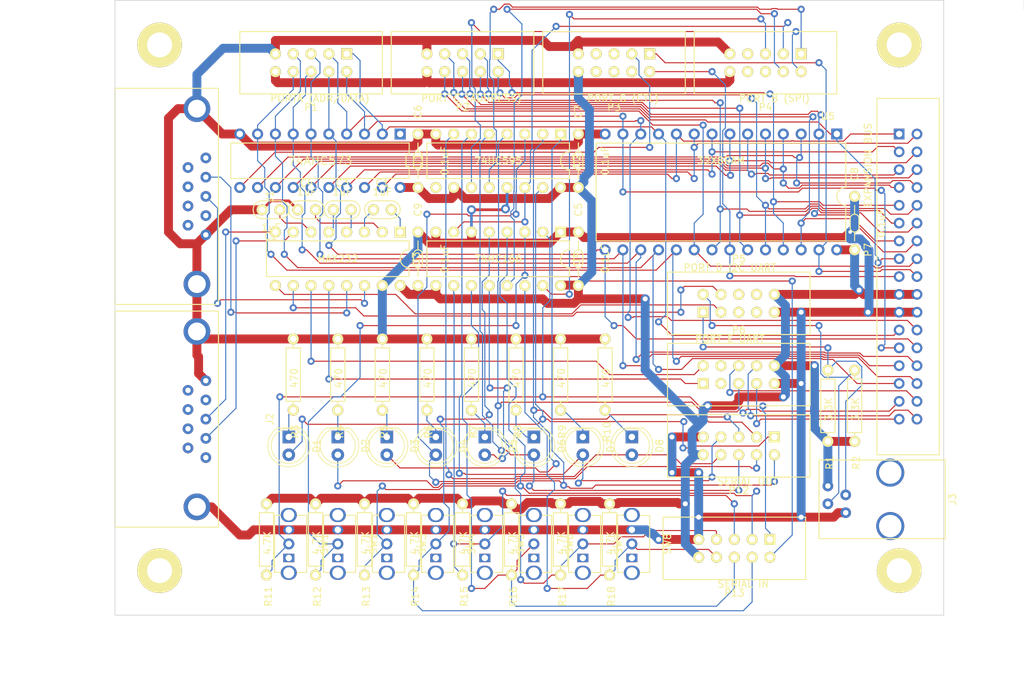
<source format=kicad_pcb>
(kicad_pcb (version 20190605) (host pcbnew "(5.1.0-1546-g4fcfd266e)")
  (title_block (title "AVR PERIPHARAL BOARD"))
  (layers (0 "F.Cu" signal) (31 "B.Cu" signal) (34 "B.Paste" user) (35 "F.Paste" user) (36 "B.SilkS" user) (37 "F.SilkS" user) (38 "B.Mask" user) (39 "F.Mask" user) (44 "Edge.Cuts" user))
  (net 0 "")
  (net 1 "Net-(C1-Pad2)")
  (net 2 "Net-(C1-Pad1)")
  (net 3 "Net-(C2-Pad2)")
  (net 4 "GND")
  (net 5 "Net-(C3-Pad2)")
  (net 6 "Net-(C3-Pad1)")
  (net 7 "Net-(C4-Pad1)")
  (net 8 "Net-(D1-Pad1)")
  (net 9 "Net-(D2-Pad1)")
  (net 10 "Net-(D3-Pad1)")
  (net 11 "Net-(D4-Pad1)")
  (net 12 "Net-(D5-Pad1)")
  (net 13 "Net-(D6-Pad1)")
  (net 14 "Net-(D7-Pad1)")
  (net 15 "Net-(D8-Pad1)")
  (net 16 "/RXD0")
  (net 17 "/TXD0")
  (net 18 "/RXD1")
  (net 19 "/TXD1")
  (net 20 "/SDA")
  (net 21 "/SCL")
  (net 22 "+5V0")
  (net 23 "/AD7")
  (net 24 "/AD6")
  (net 25 "/AD5")
  (net 26 "/AD4")
  (net 27 "/AD3")
  (net 28 "/AD2")
  (net 29 "/AD1")
  (net 30 "/AD0")
  (net 31 "/A15")
  (net 32 "/A14")
  (net 33 "/A13")
  (net 34 "/A12")
  (net 35 "/A11")
  (net 36 "/A10")
  (net 37 "/A9")
  (net 38 "/A8")
  (net 39 "/ALE")
  (net 40 "/NRD")
  (net 41 "/NWR")
  (net 42 "/SH_NLD")
  (net 43 "/MISO")
  (net 44 "/MOSI")
  (net 45 "/SCK")
  (net 46 "/LOAD")
  (net 47 "/A7")
  (net 48 "/A6")
  (net 49 "/A5")
  (net 50 "/A4")
  (net 51 "/A3")
  (net 52 "/A2")
  (net 53 "/A1")
  (net 54 "/A0")
  (net 55 "/INT7")
  (net 56 "/INT6")
  (net 57 "/INT5")
  (net 58 "/INT4")
  (net 59 "/SO0")
  (net 60 "/SO1")
  (net 61 "/SO2")
  (net 62 "/SO3")
  (net 63 "/SO4")
  (net 64 "/SO5")
  (net 65 "/SO6")
  (net 66 "/SO7")
  (net 67 "/SI7")
  (net 68 "/SI6")
  (net 69 "/SI5")
  (net 70 "/SI4")
  (net 71 "/SI3")
  (net 72 "/SI2")
  (net 73 "/SI1")
  (net 74 "/SI0")
  (net 75 "/TXD1M")
  (net 76 "/RXD1M")
  (net 77 "/TXD0M")
  (net 78 "/RXD0M")
  (module "FootPrints:CAP-Bypass-0_3" (layer "F.Cu") (at 73.66 119.38 90)
    (fp_text reference "C9" (at 6.985 0 90) (layer "F.SilkS"))
    (fp_text value "0.1uF" (at 0 3.81 90) (layer "F.SilkS"))
    (pad "2" thru_hole circle (at 3.81 0 90) (size 1.5748 1.5748) (drill 0.9144) (layers *.Cu *.Mask "F.SilkS") (net 4 "GND"))
    (pad "1" thru_hole circle (at -3.81 0 90) (size 1.5748 1.5748) (drill 0.9144) (layers *.Cu *.Mask "F.SilkS") (net 22 "+5V0"))
  )
  (module "FootPrints:AXIAL0_4" (layer "F.Cu") (at 100.965 159.385 90)
    (fp_text reference "R18" (at -8.128 0.254 90) (layer "F.SilkS"))
    (fp_text value "4.7K" (at -0.508 0.127 90) (layer "F.SilkS"))
    (pad "2" thru_hole circle (at 5.08 0 90) (size 1.5748 1.5748) (drill 0.9144) (layers *.Cu *.Mask "F.SilkS") (net 22 "+5V0"))
    (pad "1" thru_hole circle (at -5.08 0 90) (size 1.5748 1.5748) (drill 0.9144) (layers *.Cu *.Mask "F.SilkS") (net 67 "/SI7"))
  )
  (module "FootPrints:AXIAL0_4" (layer "F.Cu") (at 93.98 159.385 90)
    (fp_text reference "R17" (at -8.128 0.254 90) (layer "F.SilkS"))
    (fp_text value "4.7K" (at -0.508 0.127 90) (layer "F.SilkS"))
    (pad "2" thru_hole circle (at 5.08 0 90) (size 1.5748 1.5748) (drill 0.9144) (layers *.Cu *.Mask "F.SilkS") (net 22 "+5V0"))
    (pad "1" thru_hole circle (at -5.08 0 90) (size 1.5748 1.5748) (drill 0.9144) (layers *.Cu *.Mask "F.SilkS") (net 68 "/SI6"))
  )
  (module "FootPrints:AXIAL0_4" (layer "F.Cu") (at 86.995 159.385 90)
    (fp_text reference "R16" (at -8.128 0.254 90) (layer "F.SilkS"))
    (fp_text value "4.7K" (at -0.508 0.127 90) (layer "F.SilkS"))
    (pad "2" thru_hole circle (at 5.08 0 90) (size 1.5748 1.5748) (drill 0.9144) (layers *.Cu *.Mask "F.SilkS") (net 22 "+5V0"))
    (pad "1" thru_hole circle (at -5.08 0 90) (size 1.5748 1.5748) (drill 0.9144) (layers *.Cu *.Mask "F.SilkS") (net 69 "/SI5"))
  )
  (module "FootPrints:AXIAL0_4" (layer "F.Cu") (at 80.01 159.385 90)
    (fp_text reference "R15" (at -8.128 0.254 90) (layer "F.SilkS"))
    (fp_text value "4.7K" (at -0.508 0.127 90) (layer "F.SilkS"))
    (pad "2" thru_hole circle (at 5.08 0 90) (size 1.5748 1.5748) (drill 0.9144) (layers *.Cu *.Mask "F.SilkS") (net 22 "+5V0"))
    (pad "1" thru_hole circle (at -5.08 0 90) (size 1.5748 1.5748) (drill 0.9144) (layers *.Cu *.Mask "F.SilkS") (net 70 "/SI4"))
  )
  (module "FootPrints:AXIAL0_4" (layer "F.Cu") (at 73.025 159.385 90)
    (fp_text reference "R14" (at -8.128 0.254 90) (layer "F.SilkS"))
    (fp_text value "4.7K" (at -0.508 0.127 90) (layer "F.SilkS"))
    (pad "2" thru_hole circle (at 5.08 0 90) (size 1.5748 1.5748) (drill 0.9144) (layers *.Cu *.Mask "F.SilkS") (net 22 "+5V0"))
    (pad "1" thru_hole circle (at -5.08 0 90) (size 1.5748 1.5748) (drill 0.9144) (layers *.Cu *.Mask "F.SilkS") (net 71 "/SI3"))
  )
  (module "FootPrints:AXIAL0_4" (layer "F.Cu") (at 66.04 159.385 90)
    (fp_text reference "R13" (at -8.128 0.254 90) (layer "F.SilkS"))
    (fp_text value "4.7K" (at -0.508 0.127 90) (layer "F.SilkS"))
    (pad "2" thru_hole circle (at 5.08 0 90) (size 1.5748 1.5748) (drill 0.9144) (layers *.Cu *.Mask "F.SilkS") (net 22 "+5V0"))
    (pad "1" thru_hole circle (at -5.08 0 90) (size 1.5748 1.5748) (drill 0.9144) (layers *.Cu *.Mask "F.SilkS") (net 72 "/SI2"))
  )
  (module "FootPrints:AXIAL0_4" (layer "F.Cu") (at 59.055 159.385 90)
    (fp_text reference "R12" (at -8.128 0.254 90) (layer "F.SilkS"))
    (fp_text value "4.7K" (at -0.508 0.127 90) (layer "F.SilkS"))
    (pad "2" thru_hole circle (at 5.08 0 90) (size 1.5748 1.5748) (drill 0.9144) (layers *.Cu *.Mask "F.SilkS") (net 22 "+5V0"))
    (pad "1" thru_hole circle (at -5.08 0 90) (size 1.5748 1.5748) (drill 0.9144) (layers *.Cu *.Mask "F.SilkS") (net 73 "/SI1"))
  )
  (module "FootPrints:AXIAL0_4" (layer "F.Cu") (at 52.07 159.385 90)
    (fp_text reference "R11" (at -8.128 0.254 90) (layer "F.SilkS"))
    (fp_text value "4.7K" (at -0.508 0.127 90) (layer "F.SilkS"))
    (pad "2" thru_hole circle (at 5.08 0 90) (size 1.5748 1.5748) (drill 0.9144) (layers *.Cu *.Mask "F.SilkS") (net 22 "+5V0"))
    (pad "1" thru_hole circle (at -5.08 0 90) (size 1.5748 1.5748) (drill 0.9144) (layers *.Cu *.Mask "F.SilkS") (net 74 "/SI0"))
  )
  (module "FootPrints:IDC5x2_Vert" (layer "F.Cu") (at 118.745 160.655)
    (fp_text reference "P13" (at 0 6.35) (layer "F.SilkS"))
    (fp_text value "SERIAL IN" (at 1.27 5.08) (layer "F.SilkS"))
    (pad "10" thru_hole circle (at -5.08 1.27) (size 1.5748 1.5748) (drill 0.9144) (layers *.Cu *.Mask "F.SilkS") (net 22 "+5V0"))
    (pad "9" thru_hole circle (at -5.08 -1.27) (size 1.5748 1.5748) (drill 0.9144) (layers *.Cu *.Mask "F.SilkS") (net 4 "GND"))
    (pad "8" thru_hole circle (at -2.54 1.27) (size 1.5748 1.5748) (drill 0.9144) (layers *.Cu *.Mask "F.SilkS") (net 67 "/SI7"))
    (pad "7" thru_hole circle (at -2.54 -1.27) (size 1.5748 1.5748) (drill 0.9144) (layers *.Cu *.Mask "F.SilkS") (net 68 "/SI6"))
    (pad "6" thru_hole circle (at 0 1.27) (size 1.5748 1.5748) (drill 0.9144) (layers *.Cu *.Mask "F.SilkS") (net 69 "/SI5"))
    (pad "5" thru_hole circle (at 0 -1.27) (size 1.5748 1.5748) (drill 0.9144) (layers *.Cu *.Mask "F.SilkS") (net 70 "/SI4"))
    (pad "4" thru_hole circle (at 2.54 1.27) (size 1.5748 1.5748) (drill 0.9144) (layers *.Cu *.Mask "F.SilkS") (net 71 "/SI3"))
    (pad "3" thru_hole circle (at 2.54 -1.27) (size 1.5748 1.5748) (drill 0.9144) (layers *.Cu *.Mask "F.SilkS") (net 72 "/SI2"))
    (pad "2" thru_hole circle (at 5.08 1.27) (size 1.5748 1.5748) (drill 0.9144) (layers *.Cu *.Mask "F.SilkS") (net 73 "/SI1"))
    (pad "1" thru_hole rect (at 5.08 -1.27) (size 1.5748 1.5748) (drill 0.9144) (layers *.Cu *.Mask "F.SilkS") (net 74 "/SI0"))
  )
  (module "FootPrints:IDC5x2_Vert" (layer "F.Cu") (at 119.38 146.05)
    (fp_text reference "P12" (at 0 6.35) (layer "F.SilkS"))
    (fp_text value "SERIAL OUT" (at 1.27 5.08) (layer "F.SilkS"))
    (pad "10" thru_hole circle (at -5.08 1.27) (size 1.5748 1.5748) (drill 0.9144) (layers *.Cu *.Mask "F.SilkS") (net 22 "+5V0"))
    (pad "9" thru_hole circle (at -5.08 -1.27) (size 1.5748 1.5748) (drill 0.9144) (layers *.Cu *.Mask "F.SilkS") (net 4 "GND"))
    (pad "8" thru_hole circle (at -2.54 1.27) (size 1.5748 1.5748) (drill 0.9144) (layers *.Cu *.Mask "F.SilkS") (net 66 "/SO7"))
    (pad "7" thru_hole circle (at -2.54 -1.27) (size 1.5748 1.5748) (drill 0.9144) (layers *.Cu *.Mask "F.SilkS") (net 65 "/SO6"))
    (pad "6" thru_hole circle (at 0 1.27) (size 1.5748 1.5748) (drill 0.9144) (layers *.Cu *.Mask "F.SilkS") (net 64 "/SO5"))
    (pad "5" thru_hole circle (at 0 -1.27) (size 1.5748 1.5748) (drill 0.9144) (layers *.Cu *.Mask "F.SilkS") (net 63 "/SO4"))
    (pad "4" thru_hole circle (at 2.54 1.27) (size 1.5748 1.5748) (drill 0.9144) (layers *.Cu *.Mask "F.SilkS") (net 62 "/SO3"))
    (pad "3" thru_hole circle (at 2.54 -1.27) (size 1.5748 1.5748) (drill 0.9144) (layers *.Cu *.Mask "F.SilkS") (net 61 "/SO2"))
    (pad "2" thru_hole circle (at 5.08 1.27) (size 1.5748 1.5748) (drill 0.9144) (layers *.Cu *.Mask "F.SilkS") (net 60 "/SO1"))
    (pad "1" thru_hole rect (at 5.08 -1.27) (size 1.5748 1.5748) (drill 0.9144) (layers *.Cu *.Mask "F.SilkS") (net 59 "/SO0"))
  )
  (module "FootPrints:CAP-0.1" (layer "F.Cu") (at 57.785 112.395 180)
    (fp_text reference "C4" (at 0 3.81) (layer "F.SilkS"))
    (fp_text value "1uF" (at 0 2.54) (layer "F.SilkS"))
    (pad "2" thru_hole circle (at 1.27 0 180) (size 1.5748 1.5748) (drill 0.9144) (layers *.Cu *.Mask "F.SilkS") (net 4 "GND"))
    (pad "1" thru_hole circle (at -1.27 0 180) (size 1.5748 1.5748) (drill 0.9144) (layers *.Cu *.Mask "F.SilkS") (net 7 "Net-(C4-Pad1)"))
  )
  (module "FootPrints:MountingHole_140" (layer "F.Cu") (at 36.83 163.83)
    (fp_text reference "P11" hide)
    (fp_text value "PAD" hide)
    (pad "1" thru_hole circle (at 0 0) (size 6.35 6.35) (drill 3.556) (layers *.Cu *.Mask "F.SilkS"))
  )
  (module "FootPrints:MountingHole_140" (layer "F.Cu") (at 142.24 163.83)
    (fp_text reference "P10" hide)
    (fp_text value "PAD" hide)
    (pad "1" thru_hole circle (at 0 0) (size 6.35 6.35) (drill 3.556) (layers *.Cu *.Mask "F.SilkS"))
  )
  (module "FootPrints:MountingHole_140" (layer "F.Cu") (at 36.83 88.9)
    (fp_text reference "P9" hide)
    (fp_text value "PAD" hide)
    (pad "1" thru_hole circle (at 0 0) (size 6.35 6.35) (drill 3.556) (layers *.Cu *.Mask "F.SilkS"))
  )
  (module "FootPrints:MountingHole_140" (layer "F.Cu") (at 142.24 88.9)
    (fp_text reference "P8" hide)
    (fp_text value "PAD" hide)
    (pad "1" thru_hole circle (at 0 0) (size 6.35 6.35) (drill 3.556) (layers *.Cu *.Mask "F.SilkS"))
  )
  (module "FootPrints:CAP-Bypass-0_3" (layer "F.Cu") (at 135.89 114.3 90)
    (fp_text reference "C8" (at 6.985 0 90) (layer "F.SilkS"))
    (fp_text value "0.1uF" (at 0 3.81 90) (layer "F.SilkS"))
    (pad "2" thru_hole circle (at 3.81 0 90) (size 1.5748 1.5748) (drill 0.9144) (layers *.Cu *.Mask "F.SilkS") (net 4 "GND"))
    (pad "1" thru_hole circle (at -3.81 0 90) (size 1.5748 1.5748) (drill 0.9144) (layers *.Cu *.Mask "F.SilkS") (net 22 "+5V0"))
  )
  (module "FootPrints:CAP-Bypass-0_3" (layer "F.Cu") (at 96.52 105.41 90)
    (fp_text reference "C7" (at 6.985 0 90) (layer "F.SilkS"))
    (fp_text value "0.1uF" (at 0 3.81 90) (layer "F.SilkS"))
    (pad "2" thru_hole circle (at 3.81 0 90) (size 1.5748 1.5748) (drill 0.9144) (layers *.Cu *.Mask "F.SilkS") (net 4 "GND"))
    (pad "1" thru_hole circle (at -3.81 0 90) (size 1.5748 1.5748) (drill 0.9144) (layers *.Cu *.Mask "F.SilkS") (net 22 "+5V0"))
  )
  (module "FootPrints:CAP-Bypass-0_3" (layer "F.Cu") (at 73.66 105.41 90)
    (fp_text reference "C6" (at 6.985 0 90) (layer "F.SilkS"))
    (fp_text value "0.1uF" (at 0 3.81 90) (layer "F.SilkS"))
    (pad "2" thru_hole circle (at 3.81 0 90) (size 1.5748 1.5748) (drill 0.9144) (layers *.Cu *.Mask "F.SilkS") (net 4 "GND"))
    (pad "1" thru_hole circle (at -3.81 0 90) (size 1.5748 1.5748) (drill 0.9144) (layers *.Cu *.Mask "F.SilkS") (net 22 "+5V0"))
  )
  (module "FootPrints:CAP-Bypass-0_3" (layer "F.Cu") (at 96.52 119.38 90)
    (fp_text reference "C5" (at 6.985 0 90) (layer "F.SilkS"))
    (fp_text value "0.1uF" (at 0 3.81 90) (layer "F.SilkS"))
    (pad "2" thru_hole circle (at 3.81 0 90) (size 1.5748 1.5748) (drill 0.9144) (layers *.Cu *.Mask "F.SilkS") (net 4 "GND"))
    (pad "1" thru_hole circle (at -3.81 0 90) (size 1.5748 1.5748) (drill 0.9144) (layers *.Cu *.Mask "F.SilkS") (net 22 "+5V0"))
  )
  (module "FootPrints:IDC_17x2" (layer "F.Cu") (at 143.51 123.19 270)
    (fp_text reference "P7" (at -5.08 5.715 90) (layer "F.SilkS"))
    (fp_text value "EXPANSION BUS" (at -17.145 5.715 90) (layer "F.SilkS"))
    (pad "34" thru_hole circle (at 19.05 -1.27 270) (size 1.524 1.524) (drill 0.9144) (layers *.Cu *.Mask) (net 55 "/INT7"))
    (pad "33" thru_hole circle (at 19.05 1.27 270) (size 1.524 1.524) (drill 0.9144) (layers *.Cu *.Mask) (net 56 "/INT6"))
    (pad "32" thru_hole circle (at 16.51 -1.27 270) (size 1.524 1.524) (drill 0.9144) (layers *.Cu *.Mask) (net 57 "/INT5"))
    (pad "31" thru_hole circle (at 16.51 1.27 270) (size 1.524 1.524) (drill 0.9144) (layers *.Cu *.Mask) (net 58 "/INT4"))
    (pad "30" thru_hole circle (at 13.97 -1.27 270) (size 1.524 1.524) (drill 0.9144) (layers *.Cu *.Mask) (net 23 "/AD7"))
    (pad "29" thru_hole circle (at 13.97 1.27 270) (size 1.524 1.524) (drill 0.9144) (layers *.Cu *.Mask) (net 24 "/AD6"))
    (pad "28" thru_hole circle (at 11.43 -1.27 270) (size 1.524 1.524) (drill 0.9144) (layers *.Cu *.Mask) (net 25 "/AD5"))
    (pad "27" thru_hole circle (at 11.43 1.27 270) (size 1.524 1.524) (drill 0.9144) (layers *.Cu *.Mask) (net 26 "/AD4"))
    (pad "26" thru_hole circle (at 8.89 -1.27 270) (size 1.524 1.524) (drill 0.9144) (layers *.Cu *.Mask) (net 27 "/AD3"))
    (pad "25" thru_hole circle (at 8.89 1.27 270) (size 1.524 1.524) (drill 0.9144) (layers *.Cu *.Mask) (net 28 "/AD2"))
    (pad "24" thru_hole circle (at 6.35 -1.27 270) (size 1.524 1.524) (drill 0.9144) (layers *.Cu *.Mask) (net 29 "/AD1"))
    (pad "23" thru_hole circle (at 6.35 1.27 270) (size 1.524 1.524) (drill 0.9144) (layers *.Cu *.Mask) (net 30 "/AD0"))
    (pad "22" thru_hole circle (at 3.81 -1.27 270) (size 1.524 1.524) (drill 0.9144) (layers *.Cu *.Mask) (net 4 "GND"))
    (pad "21" thru_hole circle (at 3.81 1.27 270) (size 1.524 1.524) (drill 0.9144) (layers *.Cu *.Mask) (net 4 "GND"))
    (pad "20" thru_hole circle (at 1.27 -1.27 270) (size 1.524 1.524) (drill 0.9144) (layers *.Cu *.Mask) (net 22 "+5V0"))
    (pad "19" thru_hole circle (at 1.27 1.27 270) (size 1.524 1.524) (drill 0.9144) (layers *.Cu *.Mask) (net 22 "+5V0"))
    (pad "18" thru_hole circle (at -1.27 -1.27 270) (size 1.524 1.524) (drill 0.9144) (layers *.Cu *.Mask) (net 41 "/NWR"))
    (pad "17" thru_hole circle (at -1.27 1.27 270) (size 1.524 1.524) (drill 0.9144) (layers *.Cu *.Mask) (net 40 "/NRD"))
    (pad "16" thru_hole circle (at -3.81 -1.27 270) (size 1.524 1.524) (drill 0.9144) (layers *.Cu *.Mask) (net 31 "/A15"))
    (pad "15" thru_hole circle (at -3.81 1.27 270) (size 1.524 1.524) (drill 0.9144) (layers *.Cu *.Mask) (net 32 "/A14"))
    (pad "14" thru_hole circle (at -6.35 -1.27 270) (size 1.524 1.524) (drill 0.9144) (layers *.Cu *.Mask) (net 33 "/A13"))
    (pad "13" thru_hole circle (at -6.35 1.27 270) (size 1.524 1.524) (drill 0.9144) (layers *.Cu *.Mask) (net 34 "/A12"))
    (pad "12" thru_hole circle (at -8.89 -1.27 270) (size 1.524 1.524) (drill 0.9144) (layers *.Cu *.Mask) (net 35 "/A11"))
    (pad "11" thru_hole circle (at -8.89 1.27 270) (size 1.524 1.524) (drill 0.9144) (layers *.Cu *.Mask) (net 36 "/A10"))
    (pad "10" thru_hole circle (at -11.43 -1.27 270) (size 1.524 1.524) (drill 0.9144) (layers *.Cu *.Mask) (net 37 "/A9"))
    (pad "9" thru_hole circle (at -11.43 1.27 270) (size 1.524 1.524) (drill 0.9144) (layers *.Cu *.Mask) (net 38 "/A8"))
    (pad "8" thru_hole circle (at -13.97 -1.27 270) (size 1.524 1.524) (drill 0.9144) (layers *.Cu *.Mask) (net 47 "/A7"))
    (pad "7" thru_hole circle (at -13.97 1.27 270) (size 1.524 1.524) (drill 0.9144) (layers *.Cu *.Mask) (net 48 "/A6"))
    (pad "6" thru_hole circle (at -16.51 -1.27 270) (size 1.524 1.524) (drill 0.9144) (layers *.Cu *.Mask) (net 49 "/A5"))
    (pad "5" thru_hole circle (at -16.51 1.27 270) (size 1.524 1.524) (drill 0.9144) (layers *.Cu *.Mask) (net 50 "/A4"))
    (pad "4" thru_hole circle (at -19.05 -1.27 270) (size 1.524 1.524) (drill 0.9144) (layers *.Cu *.Mask) (net 51 "/A3"))
    (pad "3" thru_hole circle (at -19.05 1.27 270) (size 1.524 1.524) (drill 0.9144) (layers *.Cu *.Mask) (net 52 "/A2"))
    (pad "2" thru_hole circle (at -21.59 -1.27 270) (size 1.524 1.524) (drill 0.9144) (layers *.Cu *.Mask) (net 53 "/A1"))
    (pad "1" thru_hole rect (at -21.59 1.27 270) (size 1.524 1.524) (drill 0.9144) (layers *.Cu *.Mask) (net 54 "/A0"))
  )
  (module "FootPrints:DIP28_6" (layer "F.Cu") (at 116.84 110.49 180)
    (fp_text reference "U5" (at -15.24 11.43) (layer "F.SilkS"))
    (fp_text value "32X8RAM" (at 0 5.08) (layer "F.SilkS"))
    (pad "14" thru_hole circle (at 16.51 8.89 180) (size 1.5748 1.5748) (drill 0.9144) (layers *.Cu *.Mask) (net 4 "GND"))
    (pad "15" thru_hole circle (at 16.51 -7.62 180) (size 1.5748 1.5748) (drill 0.9144) (layers *.Cu *.Mask) (net 27 "/AD3"))
    (pad "13" thru_hole circle (at 13.97 8.89 180) (size 1.5748 1.5748) (drill 0.9144) (layers *.Cu *.Mask) (net 28 "/AD2"))
    (pad "16" thru_hole circle (at 13.97 -7.62 180) (size 1.5748 1.5748) (drill 0.9144) (layers *.Cu *.Mask) (net 26 "/AD4"))
    (pad "12" thru_hole circle (at 11.43 8.89 180) (size 1.5748 1.5748) (drill 0.9144) (layers *.Cu *.Mask) (net 29 "/AD1"))
    (pad "17" thru_hole circle (at 11.43 -7.62 180) (size 1.5748 1.5748) (drill 0.9144) (layers *.Cu *.Mask) (net 25 "/AD5"))
    (pad "11" thru_hole circle (at 8.89 8.89 180) (size 1.5748 1.5748) (drill 0.9144) (layers *.Cu *.Mask) (net 30 "/AD0"))
    (pad "18" thru_hole circle (at 8.89 -7.62 180) (size 1.5748 1.5748) (drill 0.9144) (layers *.Cu *.Mask) (net 24 "/AD6"))
    (pad "10" thru_hole circle (at 6.35 8.89 180) (size 1.5748 1.5748) (drill 0.9144) (layers *.Cu *.Mask) (net 54 "/A0"))
    (pad "19" thru_hole circle (at 6.35 -7.62 180) (size 1.5748 1.5748) (drill 0.9144) (layers *.Cu *.Mask) (net 23 "/AD7"))
    (pad "9" thru_hole circle (at 3.81 8.89 180) (size 1.5748 1.5748) (drill 0.9144) (layers *.Cu *.Mask) (net 53 "/A1"))
    (pad "20" thru_hole circle (at 3.81 -7.62 180) (size 1.5748 1.5748) (drill 0.9144) (layers *.Cu *.Mask) (net 31 "/A15"))
    (pad "8" thru_hole circle (at 1.27 8.89 180) (size 1.5748 1.5748) (drill 0.9144) (layers *.Cu *.Mask) (net 52 "/A2"))
    (pad "21" thru_hole circle (at 1.27 -7.62 180) (size 1.5748 1.5748) (drill 0.9144) (layers *.Cu *.Mask) (net 36 "/A10"))
    (pad "7" thru_hole circle (at -1.27 8.89 180) (size 1.5748 1.5748) (drill 0.9144) (layers *.Cu *.Mask) (net 51 "/A3"))
    (pad "22" thru_hole circle (at -1.27 -7.62 180) (size 1.5748 1.5748) (drill 0.9144) (layers *.Cu *.Mask) (net 40 "/NRD"))
    (pad "6" thru_hole circle (at -3.81 8.89 180) (size 1.5748 1.5748) (drill 0.9144) (layers *.Cu *.Mask) (net 50 "/A4"))
    (pad "23" thru_hole circle (at -3.81 -7.62 180) (size 1.5748 1.5748) (drill 0.9144) (layers *.Cu *.Mask) (net 35 "/A11"))
    (pad "5" thru_hole circle (at -6.35 8.89 180) (size 1.5748 1.5748) (drill 0.9144) (layers *.Cu *.Mask) (net 49 "/A5"))
    (pad "24" thru_hole circle (at -6.35 -7.62 180) (size 1.5748 1.5748) (drill 0.9144) (layers *.Cu *.Mask) (net 37 "/A9"))
    (pad "4" thru_hole circle (at -8.89 8.89 180) (size 1.5748 1.5748) (drill 0.9144) (layers *.Cu *.Mask) (net 48 "/A6"))
    (pad "25" thru_hole circle (at -8.89 -7.62 180) (size 1.5748 1.5748) (drill 0.9144) (layers *.Cu *.Mask) (net 38 "/A8"))
    (pad "3" thru_hole circle (at -11.43 8.89 180) (size 1.5748 1.5748) (drill 0.9144) (layers *.Cu *.Mask) (net 47 "/A7"))
    (pad "26" thru_hole circle (at -11.43 -7.62 180) (size 1.5748 1.5748) (drill 0.9144) (layers *.Cu *.Mask) (net 33 "/A13"))
    (pad "2" thru_hole circle (at -13.97 8.89 180) (size 1.5748 1.5748) (drill 0.9144) (layers *.Cu *.Mask) (net 34 "/A12"))
    (pad "27" thru_hole circle (at -13.97 -7.62 180) (size 1.5748 1.5748) (drill 0.9144) (layers *.Cu *.Mask) (net 41 "/NWR"))
    (pad "1" thru_hole rect (at -16.51 8.89 180) (size 1.5748 1.5748) (drill 0.9144) (layers *.Cu *.Mask) (net 32 "/A14"))
    (pad "28" thru_hole circle (at -16.51 -7.62 180) (size 1.5748 1.5748) (drill 0.9144) (layers *.Cu *.Mask) (net 22 "+5V0"))
  )
  (module "FootPrints:DIP-16" (layer "F.Cu") (at 85.09 119.38 180)
    (fp_text reference "U4" (at -11.1774 0 90) (layer "F.SilkS"))
    (fp_text value "74HC166" (at 0 0) (layer "F.SilkS"))
    (pad "8" thru_hole circle (at 8.89 3.81 180) (size 1.5748 1.5748) (drill 0.9144) (layers *.Cu *.Mask "F.SilkS") (net 4 "GND"))
    (pad "9" thru_hole circle (at 8.89 -3.81 180) (size 1.5748 1.5748) (drill 0.9144) (layers *.Cu *.Mask "F.SilkS") (net 22 "+5V0"))
    (pad "7" thru_hole circle (at 6.35 3.81 180) (size 1.5748 1.5748) (drill 0.9144) (layers *.Cu *.Mask "F.SilkS") (net 44 "/MOSI"))
    (pad "10" thru_hole circle (at 6.35 -3.81 180) (size 1.5748 1.5748) (drill 0.9144) (layers *.Cu *.Mask "F.SilkS") (net 70 "/SI4"))
    (pad "6" thru_hole circle (at 3.81 3.81 180) (size 1.5748 1.5748) (drill 0.9144) (layers *.Cu *.Mask "F.SilkS") (net 4 "GND"))
    (pad "11" thru_hole circle (at 3.81 -3.81 180) (size 1.5748 1.5748) (drill 0.9144) (layers *.Cu *.Mask "F.SilkS") (net 69 "/SI5"))
    (pad "5" thru_hole circle (at 1.27 3.81 180) (size 1.5748 1.5748) (drill 0.9144) (layers *.Cu *.Mask "F.SilkS") (net 71 "/SI3"))
    (pad "12" thru_hole circle (at 1.27 -3.81 180) (size 1.5748 1.5748) (drill 0.9144) (layers *.Cu *.Mask "F.SilkS") (net 68 "/SI6"))
    (pad "4" thru_hole circle (at -1.27 3.81 180) (size 1.5748 1.5748) (drill 0.9144) (layers *.Cu *.Mask "F.SilkS") (net 72 "/SI2"))
    (pad "13" thru_hole circle (at -1.27 -3.81 180) (size 1.5748 1.5748) (drill 0.9144) (layers *.Cu *.Mask "F.SilkS") (net 43 "/MISO"))
    (pad "3" thru_hole circle (at -3.81 3.81 180) (size 1.5748 1.5748) (drill 0.9144) (layers *.Cu *.Mask "F.SilkS") (net 73 "/SI1"))
    (pad "14" thru_hole circle (at -3.81 -3.81 180) (size 1.5748 1.5748) (drill 0.9144) (layers *.Cu *.Mask "F.SilkS") (net 67 "/SI7"))
    (pad "2" thru_hole circle (at -6.35 3.81 180) (size 1.5748 1.5748) (drill 0.9144) (layers *.Cu *.Mask "F.SilkS") (net 74 "/SI0"))
    (pad "15" thru_hole circle (at -6.35 -3.81 180) (size 1.5748 1.5748) (drill 0.9144) (layers *.Cu *.Mask "F.SilkS") (net 42 "/SH_NLD"))
    (pad "1" thru_hole rect (at -8.89 3.81 180) (size 1.5748 1.5748) (drill 0.9144) (layers *.Cu *.Mask "F.SilkS") (net 4 "GND"))
    (pad "16" thru_hole circle (at -8.89 -3.81 180) (size 1.5748 1.5748) (drill 0.9144) (layers *.Cu *.Mask "F.SilkS") (net 22 "+5V0"))
  )
  (module "FootPrints:DIP-16" (layer "F.Cu") (at 62.23 119.38 180)
    (fp_text reference "U3" (at -11.1774 0 90) (layer "F.SilkS"))
    (fp_text value "MAX232" (at 0 0) (layer "F.SilkS"))
    (pad "8" thru_hole circle (at 8.89 3.81 180) (size 1.5748 1.5748) (drill 0.9144) (layers *.Cu *.Mask "F.SilkS") (net 18 "/RXD1"))
    (pad "9" thru_hole circle (at 8.89 -3.81 180) (size 1.5748 1.5748) (drill 0.9144) (layers *.Cu *.Mask "F.SilkS") (net 76 "/RXD1M"))
    (pad "7" thru_hole circle (at 6.35 3.81 180) (size 1.5748 1.5748) (drill 0.9144) (layers *.Cu *.Mask "F.SilkS") (net 19 "/TXD1"))
    (pad "10" thru_hole circle (at 6.35 -3.81 180) (size 1.5748 1.5748) (drill 0.9144) (layers *.Cu *.Mask "F.SilkS") (net 75 "/TXD1M"))
    (pad "6" thru_hole circle (at 3.81 3.81 180) (size 1.5748 1.5748) (drill 0.9144) (layers *.Cu *.Mask "F.SilkS") (net 3 "Net-(C2-Pad2)"))
    (pad "11" thru_hole circle (at 3.81 -3.81 180) (size 1.5748 1.5748) (drill 0.9144) (layers *.Cu *.Mask "F.SilkS") (net 77 "/TXD0M"))
    (pad "5" thru_hole circle (at 1.27 3.81 180) (size 1.5748 1.5748) (drill 0.9144) (layers *.Cu *.Mask "F.SilkS") (net 5 "Net-(C3-Pad2)"))
    (pad "12" thru_hole circle (at 1.27 -3.81 180) (size 1.5748 1.5748) (drill 0.9144) (layers *.Cu *.Mask "F.SilkS") (net 78 "/RXD0M"))
    (pad "4" thru_hole circle (at -1.27 3.81 180) (size 1.5748 1.5748) (drill 0.9144) (layers *.Cu *.Mask "F.SilkS") (net 6 "Net-(C3-Pad1)"))
    (pad "13" thru_hole circle (at -1.27 -3.81 180) (size 1.5748 1.5748) (drill 0.9144) (layers *.Cu *.Mask "F.SilkS") (net 16 "/RXD0"))
    (pad "3" thru_hole circle (at -3.81 3.81 180) (size 1.5748 1.5748) (drill 0.9144) (layers *.Cu *.Mask "F.SilkS") (net 1 "Net-(C1-Pad2)"))
    (pad "14" thru_hole circle (at -3.81 -3.81 180) (size 1.5748 1.5748) (drill 0.9144) (layers *.Cu *.Mask "F.SilkS") (net 17 "/TXD0"))
    (pad "2" thru_hole circle (at -6.35 3.81 180) (size 1.5748 1.5748) (drill 0.9144) (layers *.Cu *.Mask "F.SilkS") (net 7 "Net-(C4-Pad1)"))
    (pad "15" thru_hole circle (at -6.35 -3.81 180) (size 1.5748 1.5748) (drill 0.9144) (layers *.Cu *.Mask "F.SilkS") (net 4 "GND"))
    (pad "1" thru_hole rect (at -8.89 3.81 180) (size 1.5748 1.5748) (drill 0.9144) (layers *.Cu *.Mask "F.SilkS") (net 2 "Net-(C1-Pad1)"))
    (pad "16" thru_hole circle (at -8.89 -3.81 180) (size 1.5748 1.5748) (drill 0.9144) (layers *.Cu *.Mask "F.SilkS") (net 22 "+5V0"))
  )
  (module "FootPrints:DIP-16" (layer "F.Cu") (at 85.09 105.41 180)
    (fp_text reference "U2" (at -11.1774 0 90) (layer "F.SilkS"))
    (fp_text value "74HC595" (at 0 0) (layer "F.SilkS"))
    (pad "8" thru_hole circle (at 8.89 3.81 180) (size 1.5748 1.5748) (drill 0.9144) (layers *.Cu *.Mask "F.SilkS") (net 4 "GND"))
    (pad "9" thru_hole circle (at 8.89 -3.81 180) (size 1.5748 1.5748) (drill 0.9144) (layers *.Cu *.Mask "F.SilkS"))
    (pad "7" thru_hole circle (at 6.35 3.81 180) (size 1.5748 1.5748) (drill 0.9144) (layers *.Cu *.Mask "F.SilkS") (net 66 "/SO7"))
    (pad "10" thru_hole circle (at 6.35 -3.81 180) (size 1.5748 1.5748) (drill 0.9144) (layers *.Cu *.Mask "F.SilkS") (net 22 "+5V0"))
    (pad "6" thru_hole circle (at 3.81 3.81 180) (size 1.5748 1.5748) (drill 0.9144) (layers *.Cu *.Mask "F.SilkS") (net 65 "/SO6"))
    (pad "11" thru_hole circle (at 3.81 -3.81 180) (size 1.5748 1.5748) (drill 0.9144) (layers *.Cu *.Mask "F.SilkS") (net 45 "/SCK"))
    (pad "5" thru_hole circle (at 1.27 3.81 180) (size 1.5748 1.5748) (drill 0.9144) (layers *.Cu *.Mask "F.SilkS") (net 64 "/SO5"))
    (pad "12" thru_hole circle (at 1.27 -3.81 180) (size 1.5748 1.5748) (drill 0.9144) (layers *.Cu *.Mask "F.SilkS") (net 46 "/LOAD"))
    (pad "4" thru_hole circle (at -1.27 3.81 180) (size 1.5748 1.5748) (drill 0.9144) (layers *.Cu *.Mask "F.SilkS") (net 63 "/SO4"))
    (pad "13" thru_hole circle (at -1.27 -3.81 180) (size 1.5748 1.5748) (drill 0.9144) (layers *.Cu *.Mask "F.SilkS") (net 4 "GND"))
    (pad "3" thru_hole circle (at -3.81 3.81 180) (size 1.5748 1.5748) (drill 0.9144) (layers *.Cu *.Mask "F.SilkS") (net 62 "/SO3"))
    (pad "14" thru_hole circle (at -3.81 -3.81 180) (size 1.5748 1.5748) (drill 0.9144) (layers *.Cu *.Mask "F.SilkS") (net 44 "/MOSI"))
    (pad "2" thru_hole circle (at -6.35 3.81 180) (size 1.5748 1.5748) (drill 0.9144) (layers *.Cu *.Mask "F.SilkS") (net 61 "/SO2"))
    (pad "15" thru_hole circle (at -6.35 -3.81 180) (size 1.5748 1.5748) (drill 0.9144) (layers *.Cu *.Mask "F.SilkS") (net 59 "/SO0"))
    (pad "1" thru_hole rect (at -8.89 3.81 180) (size 1.5748 1.5748) (drill 0.9144) (layers *.Cu *.Mask "F.SilkS") (net 60 "/SO1"))
    (pad "16" thru_hole circle (at -8.89 -3.81 180) (size 1.5748 1.5748) (drill 0.9144) (layers *.Cu *.Mask "F.SilkS") (net 22 "+5V0"))
  )
  (module "FootPrints:DIP-20.3" (layer "F.Cu") (at 59.69 105.41 180)
    (fp_text reference "U1" (at -13.9174 0 90) (layer "F.SilkS") (effects (font (size 1.2 1.2))))
    (fp_text value "74AHC573" (at 0 0) (layer "F.SilkS") (effects (font (size 1.2 1.2))))
    (pad "10" thru_hole circle (at 11.43 3.81 180) (size 1.5748 1.5748) (drill 0.9144) (layers *.Cu *.Mask) (net 4 "GND"))
    (pad "11" thru_hole circle (at 11.43 -3.81 180) (size 1.5748 1.5748) (drill 0.9144) (layers *.Cu *.Mask) (net 39 "/ALE"))
    (pad "9" thru_hole circle (at 8.89 3.81 180) (size 1.5748 1.5748) (drill 0.9144) (layers *.Cu *.Mask) (net 23 "/AD7"))
    (pad "12" thru_hole circle (at 8.89 -3.81 180) (size 1.5748 1.5748) (drill 0.9144) (layers *.Cu *.Mask) (net 47 "/A7"))
    (pad "8" thru_hole circle (at 6.35 3.81 180) (size 1.5748 1.5748) (drill 0.9144) (layers *.Cu *.Mask) (net 24 "/AD6"))
    (pad "13" thru_hole circle (at 6.35 -3.81 180) (size 1.5748 1.5748) (drill 0.9144) (layers *.Cu *.Mask) (net 48 "/A6"))
    (pad "7" thru_hole circle (at 3.81 3.81 180) (size 1.5748 1.5748) (drill 0.9144) (layers *.Cu *.Mask) (net 25 "/AD5"))
    (pad "14" thru_hole circle (at 3.81 -3.81 180) (size 1.5748 1.5748) (drill 0.9144) (layers *.Cu *.Mask) (net 49 "/A5"))
    (pad "6" thru_hole circle (at 1.27 3.81 180) (size 1.5748 1.5748) (drill 0.9144) (layers *.Cu *.Mask) (net 26 "/AD4"))
    (pad "15" thru_hole circle (at 1.27 -3.81 180) (size 1.5748 1.5748) (drill 0.9144) (layers *.Cu *.Mask) (net 50 "/A4"))
    (pad "5" thru_hole circle (at -1.27 3.81 180) (size 1.5748 1.5748) (drill 0.9144) (layers *.Cu *.Mask) (net 27 "/AD3"))
    (pad "16" thru_hole circle (at -1.27 -3.81 180) (size 1.5748 1.5748) (drill 0.9144) (layers *.Cu *.Mask) (net 51 "/A3"))
    (pad "4" thru_hole circle (at -3.81 3.81 180) (size 1.5748 1.5748) (drill 0.9144) (layers *.Cu *.Mask) (net 28 "/AD2"))
    (pad "17" thru_hole circle (at -3.81 -3.81 180) (size 1.5748 1.5748) (drill 0.9144) (layers *.Cu *.Mask) (net 52 "/A2"))
    (pad "3" thru_hole circle (at -6.35 3.81 180) (size 1.5748 1.5748) (drill 0.9144) (layers *.Cu *.Mask) (net 29 "/AD1"))
    (pad "18" thru_hole circle (at -6.35 -3.81 180) (size 1.5748 1.5748) (drill 0.9144) (layers *.Cu *.Mask) (net 53 "/A1"))
    (pad "2" thru_hole circle (at -8.89 3.81 180) (size 1.5748 1.5748) (drill 0.9144) (layers *.Cu *.Mask) (net 30 "/AD0"))
    (pad "19" thru_hole circle (at -8.89 -3.81 180) (size 1.5748 1.5748) (drill 0.9144) (layers *.Cu *.Mask) (net 54 "/A0"))
    (pad "1" thru_hole rect (at -11.43 3.81 180) (size 1.5748 1.5748) (drill 0.9144) (layers *.Cu *.Mask))
    (pad "20" thru_hole circle (at -11.43 -3.81 180) (size 1.5748 1.5748) (drill 0.9144) (layers *.Cu *.Mask) (net 22 "+5V0"))
  )
  (module "FootPrints:SWITCH_SPDT-OS102011MS2QN1" (layer "F.Cu") (at 104.14 160.02 90)
    (fp_text reference "SW8" (at 0 5.08 90) (layer "F.SilkS"))
    (fp_text value "SW-SPDT")
    (pad "5" thru_hole oval (at 4.1148 0 90) (size 2 2.286) (drill 1.5748) (layers *.Cu *.Mask))
    (pad "4" thru_hole oval (at -4.1148 0 90) (size 2 2.286) (drill 1.5748) (layers *.Cu *.Mask))
    (pad "3" thru_hole oval (at 2.0066 0 90) (size 1.2 1.5748) (drill 0.9144) (layers *.Cu *.Mask) (net 4 "GND"))
    (pad "2" thru_hole circle (at 0 0 90) (size 1.5748 1.5748) (drill 0.9144) (layers *.Cu *.Mask) (net 67 "/SI7"))
    (pad "1" thru_hole rect (at -2.0066 0 90) (size 1.2 1.5748) (drill 0.9144) (layers *.Cu *.Mask))
  )
  (module "FootPrints:SWITCH_SPDT-OS102011MS2QN1" (layer "F.Cu") (at 97.155 160.02 90)
    (fp_text reference "SW7" (at 0 5.08 90) (layer "F.SilkS"))
    (fp_text value "SW-SPDT")
    (pad "5" thru_hole oval (at 4.1148 0 90) (size 2 2.286) (drill 1.5748) (layers *.Cu *.Mask))
    (pad "4" thru_hole oval (at -4.1148 0 90) (size 2 2.286) (drill 1.5748) (layers *.Cu *.Mask))
    (pad "3" thru_hole oval (at 2.0066 0 90) (size 1.2 1.5748) (drill 0.9144) (layers *.Cu *.Mask) (net 4 "GND"))
    (pad "2" thru_hole circle (at 0 0 90) (size 1.5748 1.5748) (drill 0.9144) (layers *.Cu *.Mask) (net 68 "/SI6"))
    (pad "1" thru_hole rect (at -2.0066 0 90) (size 1.2 1.5748) (drill 0.9144) (layers *.Cu *.Mask))
  )
  (module "FootPrints:SWITCH_SPDT-OS102011MS2QN1" (layer "F.Cu") (at 90.17 160.02 90)
    (fp_text reference "SW6" (at 0 5.08 90) (layer "F.SilkS"))
    (fp_text value "SW-SPDT")
    (pad "5" thru_hole oval (at 4.1148 0 90) (size 2 2.286) (drill 1.5748) (layers *.Cu *.Mask))
    (pad "4" thru_hole oval (at -4.1148 0 90) (size 2 2.286) (drill 1.5748) (layers *.Cu *.Mask))
    (pad "3" thru_hole oval (at 2.0066 0 90) (size 1.2 1.5748) (drill 0.9144) (layers *.Cu *.Mask) (net 4 "GND"))
    (pad "2" thru_hole circle (at 0 0 90) (size 1.5748 1.5748) (drill 0.9144) (layers *.Cu *.Mask) (net 69 "/SI5"))
    (pad "1" thru_hole rect (at -2.0066 0 90) (size 1.2 1.5748) (drill 0.9144) (layers *.Cu *.Mask))
  )
  (module "FootPrints:SWITCH_SPDT-OS102011MS2QN1" (layer "F.Cu") (at 83.185 160.02 90)
    (fp_text reference "SW5" (at 0 5.08 90) (layer "F.SilkS"))
    (fp_text value "SW-SPDT")
    (pad "5" thru_hole oval (at 4.1148 0 90) (size 2 2.286) (drill 1.5748) (layers *.Cu *.Mask))
    (pad "4" thru_hole oval (at -4.1148 0 90) (size 2 2.286) (drill 1.5748) (layers *.Cu *.Mask))
    (pad "3" thru_hole oval (at 2.0066 0 90) (size 1.2 1.5748) (drill 0.9144) (layers *.Cu *.Mask) (net 4 "GND"))
    (pad "2" thru_hole circle (at 0 0 90) (size 1.5748 1.5748) (drill 0.9144) (layers *.Cu *.Mask) (net 70 "/SI4"))
    (pad "1" thru_hole rect (at -2.0066 0 90) (size 1.2 1.5748) (drill 0.9144) (layers *.Cu *.Mask))
  )
  (module "FootPrints:SWITCH_SPDT-OS102011MS2QN1" (layer "F.Cu") (at 76.2 160.02 90)
    (fp_text reference "SW4" (at 0 5.08 90) (layer "F.SilkS"))
    (fp_text value "SW-SPDT")
    (pad "5" thru_hole oval (at 4.1148 0 90) (size 2 2.286) (drill 1.5748) (layers *.Cu *.Mask))
    (pad "4" thru_hole oval (at -4.1148 0 90) (size 2 2.286) (drill 1.5748) (layers *.Cu *.Mask))
    (pad "3" thru_hole oval (at 2.0066 0 90) (size 1.2 1.5748) (drill 0.9144) (layers *.Cu *.Mask) (net 4 "GND"))
    (pad "2" thru_hole circle (at 0 0 90) (size 1.5748 1.5748) (drill 0.9144) (layers *.Cu *.Mask) (net 71 "/SI3"))
    (pad "1" thru_hole rect (at -2.0066 0 90) (size 1.2 1.5748) (drill 0.9144) (layers *.Cu *.Mask))
  )
  (module "FootPrints:SWITCH_SPDT-OS102011MS2QN1" (layer "F.Cu") (at 69.215 160.02 90)
    (fp_text reference "SW3" (at 0 5.08 90) (layer "F.SilkS"))
    (fp_text value "SW-SPDT")
    (pad "5" thru_hole oval (at 4.1148 0 90) (size 2 2.286) (drill 1.5748) (layers *.Cu *.Mask))
    (pad "4" thru_hole oval (at -4.1148 0 90) (size 2 2.286) (drill 1.5748) (layers *.Cu *.Mask))
    (pad "3" thru_hole oval (at 2.0066 0 90) (size 1.2 1.5748) (drill 0.9144) (layers *.Cu *.Mask) (net 4 "GND"))
    (pad "2" thru_hole circle (at 0 0 90) (size 1.5748 1.5748) (drill 0.9144) (layers *.Cu *.Mask) (net 72 "/SI2"))
    (pad "1" thru_hole rect (at -2.0066 0 90) (size 1.2 1.5748) (drill 0.9144) (layers *.Cu *.Mask))
  )
  (module "FootPrints:SWITCH_SPDT-OS102011MS2QN1" (layer "F.Cu") (at 62.23 160.02 90)
    (fp_text reference "SW2" (at 0 5.08 90) (layer "F.SilkS"))
    (fp_text value "SW-SPDT")
    (pad "5" thru_hole oval (at 4.1148 0 90) (size 2 2.286) (drill 1.5748) (layers *.Cu *.Mask))
    (pad "4" thru_hole oval (at -4.1148 0 90) (size 2 2.286) (drill 1.5748) (layers *.Cu *.Mask))
    (pad "3" thru_hole oval (at 2.0066 0 90) (size 1.2 1.5748) (drill 0.9144) (layers *.Cu *.Mask) (net 4 "GND"))
    (pad "2" thru_hole circle (at 0 0 90) (size 1.5748 1.5748) (drill 0.9144) (layers *.Cu *.Mask) (net 73 "/SI1"))
    (pad "1" thru_hole rect (at -2.0066 0 90) (size 1.2 1.5748) (drill 0.9144) (layers *.Cu *.Mask))
  )
  (module "FootPrints:SWITCH_SPDT-OS102011MS2QN1" (layer "F.Cu") (at 55.245 160.02 90)
    (fp_text reference "SW1" (at 0 5.08 90) (layer "F.SilkS"))
    (fp_text value "SW-SPDT")
    (pad "5" thru_hole oval (at 4.1148 0 90) (size 2 2.286) (drill 1.5748) (layers *.Cu *.Mask))
    (pad "4" thru_hole oval (at -4.1148 0 90) (size 2 2.286) (drill 1.5748) (layers *.Cu *.Mask))
    (pad "3" thru_hole oval (at 2.0066 0 90) (size 1.2 1.5748) (drill 0.9144) (layers *.Cu *.Mask) (net 4 "GND"))
    (pad "2" thru_hole circle (at 0 0 90) (size 1.5748 1.5748) (drill 0.9144) (layers *.Cu *.Mask) (net 74 "/SI0"))
    (pad "1" thru_hole rect (at -2.0066 0 90) (size 1.2 1.5748) (drill 0.9144) (layers *.Cu *.Mask))
  )
  (module "FootPrints:AXIAL0_4" (layer "F.Cu") (at 100.33 135.89 90)
    (fp_text reference "R10" (at -8.128 0.254 90) (layer "F.SilkS"))
    (fp_text value "470" (at -0.508 0.127 90) (layer "F.SilkS"))
    (pad "2" thru_hole circle (at 5.08 0 90) (size 1.5748 1.5748) (drill 0.9144) (layers *.Cu *.Mask "F.SilkS") (net 4 "GND"))
    (pad "1" thru_hole circle (at -5.08 0 90) (size 1.5748 1.5748) (drill 0.9144) (layers *.Cu *.Mask "F.SilkS") (net 15 "Net-(D8-Pad1)"))
  )
  (module "FootPrints:AXIAL0_4" (layer "F.Cu") (at 93.98 135.89 90)
    (fp_text reference "R9" (at -8.128 0.254 90) (layer "F.SilkS"))
    (fp_text value "470" (at -0.508 0.127 90) (layer "F.SilkS"))
    (pad "2" thru_hole circle (at 5.08 0 90) (size 1.5748 1.5748) (drill 0.9144) (layers *.Cu *.Mask "F.SilkS") (net 4 "GND"))
    (pad "1" thru_hole circle (at -5.08 0 90) (size 1.5748 1.5748) (drill 0.9144) (layers *.Cu *.Mask "F.SilkS") (net 14 "Net-(D7-Pad1)"))
  )
  (module "FootPrints:AXIAL0_4" (layer "F.Cu") (at 87.63 135.89 90)
    (fp_text reference "R8" (at -8.128 0.254 90) (layer "F.SilkS"))
    (fp_text value "470" (at -0.508 0.127 90) (layer "F.SilkS"))
    (pad "2" thru_hole circle (at 5.08 0 90) (size 1.5748 1.5748) (drill 0.9144) (layers *.Cu *.Mask "F.SilkS") (net 4 "GND"))
    (pad "1" thru_hole circle (at -5.08 0 90) (size 1.5748 1.5748) (drill 0.9144) (layers *.Cu *.Mask "F.SilkS") (net 13 "Net-(D6-Pad1)"))
  )
  (module "FootPrints:AXIAL0_4" (layer "F.Cu") (at 81.28 135.89 90)
    (fp_text reference "R7" (at -8.128 0.254 90) (layer "F.SilkS"))
    (fp_text value "470" (at -0.508 0.127 90) (layer "F.SilkS"))
    (pad "2" thru_hole circle (at 5.08 0 90) (size 1.5748 1.5748) (drill 0.9144) (layers *.Cu *.Mask "F.SilkS") (net 4 "GND"))
    (pad "1" thru_hole circle (at -5.08 0 90) (size 1.5748 1.5748) (drill 0.9144) (layers *.Cu *.Mask "F.SilkS") (net 12 "Net-(D5-Pad1)"))
  )
  (module "FootPrints:AXIAL0_4" (layer "F.Cu") (at 74.93 135.89 90)
    (fp_text reference "R6" (at -8.128 0.254 90) (layer "F.SilkS"))
    (fp_text value "470" (at -0.508 0.127 90) (layer "F.SilkS"))
    (pad "2" thru_hole circle (at 5.08 0 90) (size 1.5748 1.5748) (drill 0.9144) (layers *.Cu *.Mask "F.SilkS") (net 4 "GND"))
    (pad "1" thru_hole circle (at -5.08 0 90) (size 1.5748 1.5748) (drill 0.9144) (layers *.Cu *.Mask "F.SilkS") (net 11 "Net-(D4-Pad1)"))
  )
  (module "FootPrints:AXIAL0_4" (layer "F.Cu") (at 68.58 135.89 90)
    (fp_text reference "R5" (at -8.128 0.254 90) (layer "F.SilkS"))
    (fp_text value "470" (at -0.508 0.127 90) (layer "F.SilkS"))
    (pad "2" thru_hole circle (at 5.08 0 90) (size 1.5748 1.5748) (drill 0.9144) (layers *.Cu *.Mask "F.SilkS") (net 4 "GND"))
    (pad "1" thru_hole circle (at -5.08 0 90) (size 1.5748 1.5748) (drill 0.9144) (layers *.Cu *.Mask "F.SilkS") (net 10 "Net-(D3-Pad1)"))
  )
  (module "FootPrints:AXIAL0_4" (layer "F.Cu") (at 62.23 135.89 90)
    (fp_text reference "R4" (at -8.128 0.254 90) (layer "F.SilkS"))
    (fp_text value "470" (at -0.508 0.127 90) (layer "F.SilkS"))
    (pad "2" thru_hole circle (at 5.08 0 90) (size 1.5748 1.5748) (drill 0.9144) (layers *.Cu *.Mask "F.SilkS") (net 4 "GND"))
    (pad "1" thru_hole circle (at -5.08 0 90) (size 1.5748 1.5748) (drill 0.9144) (layers *.Cu *.Mask "F.SilkS") (net 9 "Net-(D2-Pad1)"))
  )
  (module "FootPrints:AXIAL0_4" (layer "F.Cu") (at 55.88 135.89 90)
    (fp_text reference "R3" (at -8.128 0.254 90) (layer "F.SilkS"))
    (fp_text value "470" (at -0.508 0.127 90) (layer "F.SilkS"))
    (pad "2" thru_hole circle (at 5.08 0 90) (size 1.5748 1.5748) (drill 0.9144) (layers *.Cu *.Mask "F.SilkS") (net 4 "GND"))
    (pad "1" thru_hole circle (at -5.08 0 90) (size 1.5748 1.5748) (drill 0.9144) (layers *.Cu *.Mask "F.SilkS") (net 8 "Net-(D1-Pad1)"))
  )
  (module "FootPrints:AXIAL0_4" (layer "F.Cu") (at 135.89 140.335 90)
    (fp_text reference "R2" (at -8.128 0.254 90) (layer "F.SilkS"))
    (fp_text value "3.3K" (at -0.508 0.127 90) (layer "F.SilkS"))
    (pad "2" thru_hole circle (at 5.08 0 90) (size 1.5748 1.5748) (drill 0.9144) (layers *.Cu *.Mask "F.SilkS") (net 20 "/SDA"))
    (pad "1" thru_hole circle (at -5.08 0 90) (size 1.5748 1.5748) (drill 0.9144) (layers *.Cu *.Mask "F.SilkS") (net 22 "+5V0"))
  )
  (module "FootPrints:AXIAL0_4" (layer "F.Cu") (at 132.08 140.335 90)
    (fp_text reference "R1" (at -8.128 0.254 90) (layer "F.SilkS"))
    (fp_text value "3.3K" (at -0.508 0.127 90) (layer "F.SilkS"))
    (pad "2" thru_hole circle (at 5.08 0 90) (size 1.5748 1.5748) (drill 0.9144) (layers *.Cu *.Mask "F.SilkS") (net 21 "/SCL"))
    (pad "1" thru_hole circle (at -5.08 0 90) (size 1.5748 1.5748) (drill 0.9144) (layers *.Cu *.Mask "F.SilkS") (net 22 "+5V0"))
  )
  (module "FootPrints:IDC5x2_Vert" (layer "F.Cu") (at 119.38 135.89 180)
    (fp_text reference "P6" (at 0 6.35) (layer "F.SilkS"))
    (fp_text value "PORT E UART" (at 1.27 5.08) (layer "F.SilkS"))
    (pad "10" thru_hole circle (at -5.08 1.27 180) (size 1.5748 1.5748) (drill 0.9144) (layers *.Cu *.Mask "F.SilkS") (net 22 "+5V0"))
    (pad "9" thru_hole circle (at -5.08 -1.27 180) (size 1.5748 1.5748) (drill 0.9144) (layers *.Cu *.Mask "F.SilkS") (net 4 "GND"))
    (pad "8" thru_hole circle (at -2.54 1.27 180) (size 1.5748 1.5748) (drill 0.9144) (layers *.Cu *.Mask "F.SilkS") (net 55 "/INT7"))
    (pad "7" thru_hole circle (at -2.54 -1.27 180) (size 1.5748 1.5748) (drill 0.9144) (layers *.Cu *.Mask "F.SilkS") (net 56 "/INT6"))
    (pad "6" thru_hole circle (at 0 1.27 180) (size 1.5748 1.5748) (drill 0.9144) (layers *.Cu *.Mask "F.SilkS") (net 57 "/INT5"))
    (pad "5" thru_hole circle (at 0 -1.27 180) (size 1.5748 1.5748) (drill 0.9144) (layers *.Cu *.Mask "F.SilkS") (net 58 "/INT4"))
    (pad "4" thru_hole circle (at 2.54 1.27 180) (size 1.5748 1.5748) (drill 0.9144) (layers *.Cu *.Mask "F.SilkS"))
    (pad "3" thru_hole circle (at 2.54 -1.27 180) (size 1.5748 1.5748) (drill 0.9144) (layers *.Cu *.Mask "F.SilkS"))
    (pad "2" thru_hole circle (at 5.08 1.27 180) (size 1.5748 1.5748) (drill 0.9144) (layers *.Cu *.Mask "F.SilkS") (net 77 "/TXD0M"))
    (pad "1" thru_hole rect (at 5.08 -1.27 180) (size 1.5748 1.5748) (drill 0.9144) (layers *.Cu *.Mask "F.SilkS") (net 78 "/RXD0M"))
  )
  (module "FootPrints:IDC5x2_Vert" (layer "F.Cu") (at 119.38 125.73 180)
    (fp_text reference "P5" (at 0 6.35) (layer "F.SilkS"))
    (fp_text value "PORT D I2C UART" (at 1.27 5.08) (layer "F.SilkS"))
    (pad "10" thru_hole circle (at -5.08 1.27 180) (size 1.5748 1.5748) (drill 0.9144) (layers *.Cu *.Mask "F.SilkS") (net 22 "+5V0"))
    (pad "9" thru_hole circle (at -5.08 -1.27 180) (size 1.5748 1.5748) (drill 0.9144) (layers *.Cu *.Mask "F.SilkS") (net 4 "GND"))
    (pad "8" thru_hole circle (at -2.54 1.27 180) (size 1.5748 1.5748) (drill 0.9144) (layers *.Cu *.Mask "F.SilkS"))
    (pad "7" thru_hole circle (at -2.54 -1.27 180) (size 1.5748 1.5748) (drill 0.9144) (layers *.Cu *.Mask "F.SilkS"))
    (pad "6" thru_hole circle (at 0 1.27 180) (size 1.5748 1.5748) (drill 0.9144) (layers *.Cu *.Mask "F.SilkS"))
    (pad "5" thru_hole circle (at 0 -1.27 180) (size 1.5748 1.5748) (drill 0.9144) (layers *.Cu *.Mask "F.SilkS"))
    (pad "4" thru_hole circle (at 2.54 1.27 180) (size 1.5748 1.5748) (drill 0.9144) (layers *.Cu *.Mask "F.SilkS") (net 75 "/TXD1M"))
    (pad "3" thru_hole circle (at 2.54 -1.27 180) (size 1.5748 1.5748) (drill 0.9144) (layers *.Cu *.Mask "F.SilkS") (net 76 "/RXD1M"))
    (pad "2" thru_hole circle (at 5.08 1.27 180) (size 1.5748 1.5748) (drill 0.9144) (layers *.Cu *.Mask "F.SilkS") (net 20 "/SDA"))
    (pad "1" thru_hole rect (at 5.08 -1.27 180) (size 1.5748 1.5748) (drill 0.9144) (layers *.Cu *.Mask "F.SilkS") (net 21 "/SCL"))
  )
  (module "FootPrints:IDC5x2_Vert" (layer "F.Cu") (at 123.19 91.44)
    (fp_text reference "P4" (at 0 6.35) (layer "F.SilkS"))
    (fp_text value "PORT B (SPI)" (at 1.27 5.08) (layer "F.SilkS"))
    (pad "10" thru_hole circle (at -5.08 1.27) (size 1.5748 1.5748) (drill 0.9144) (layers *.Cu *.Mask "F.SilkS") (net 22 "+5V0"))
    (pad "9" thru_hole circle (at -5.08 -1.27) (size 1.5748 1.5748) (drill 0.9144) (layers *.Cu *.Mask "F.SilkS") (net 4 "GND"))
    (pad "8" thru_hole circle (at -2.54 1.27) (size 1.5748 1.5748) (drill 0.9144) (layers *.Cu *.Mask "F.SilkS"))
    (pad "7" thru_hole circle (at -2.54 -1.27) (size 1.5748 1.5748) (drill 0.9144) (layers *.Cu *.Mask "F.SilkS"))
    (pad "6" thru_hole circle (at 0 1.27) (size 1.5748 1.5748) (drill 0.9144) (layers *.Cu *.Mask "F.SilkS"))
    (pad "5" thru_hole circle (at 0 -1.27) (size 1.5748 1.5748) (drill 0.9144) (layers *.Cu *.Mask "F.SilkS") (net 42 "/SH_NLD"))
    (pad "4" thru_hole circle (at 2.54 1.27) (size 1.5748 1.5748) (drill 0.9144) (layers *.Cu *.Mask "F.SilkS") (net 43 "/MISO"))
    (pad "3" thru_hole circle (at 2.54 -1.27) (size 1.5748 1.5748) (drill 0.9144) (layers *.Cu *.Mask "F.SilkS") (net 44 "/MOSI"))
    (pad "2" thru_hole circle (at 5.08 1.27) (size 1.5748 1.5748) (drill 0.9144) (layers *.Cu *.Mask "F.SilkS") (net 45 "/SCK"))
    (pad "1" thru_hole rect (at 5.08 -1.27) (size 1.5748 1.5748) (drill 0.9144) (layers *.Cu *.Mask "F.SilkS") (net 46 "/LOAD"))
  )
  (module "FootPrints:IDC5x2_Vert" (layer "F.Cu") (at 101.6 91.44)
    (fp_text reference "P3" (at 0 6.35) (layer "F.SilkS"))
    (fp_text value "PORT G (CTL)" (at 1.27 5.08) (layer "F.SilkS"))
    (pad "10" thru_hole circle (at -5.08 1.27) (size 1.5748 1.5748) (drill 0.9144) (layers *.Cu *.Mask "F.SilkS") (net 22 "+5V0"))
    (pad "9" thru_hole circle (at -5.08 -1.27) (size 1.5748 1.5748) (drill 0.9144) (layers *.Cu *.Mask "F.SilkS") (net 4 "GND"))
    (pad "8" thru_hole circle (at -2.54 1.27) (size 1.5748 1.5748) (drill 0.9144) (layers *.Cu *.Mask "F.SilkS"))
    (pad "7" thru_hole circle (at -2.54 -1.27) (size 1.5748 1.5748) (drill 0.9144) (layers *.Cu *.Mask "F.SilkS"))
    (pad "6" thru_hole circle (at 0 1.27) (size 1.5748 1.5748) (drill 0.9144) (layers *.Cu *.Mask "F.SilkS"))
    (pad "5" thru_hole circle (at 0 -1.27) (size 1.5748 1.5748) (drill 0.9144) (layers *.Cu *.Mask "F.SilkS"))
    (pad "4" thru_hole circle (at 2.54 1.27) (size 1.5748 1.5748) (drill 0.9144) (layers *.Cu *.Mask "F.SilkS"))
    (pad "3" thru_hole circle (at 2.54 -1.27) (size 1.5748 1.5748) (drill 0.9144) (layers *.Cu *.Mask "F.SilkS") (net 39 "/ALE"))
    (pad "2" thru_hole circle (at 5.08 1.27) (size 1.5748 1.5748) (drill 0.9144) (layers *.Cu *.Mask "F.SilkS") (net 40 "/NRD"))
    (pad "1" thru_hole rect (at 5.08 -1.27) (size 1.5748 1.5748) (drill 0.9144) (layers *.Cu *.Mask "F.SilkS") (net 41 "/NWR"))
  )
  (module "FootPrints:IDC5x2_Vert" (layer "F.Cu") (at 80.01 91.44)
    (fp_text reference "P2" (at 0 6.35) (layer "F.SilkS"))
    (fp_text value "PORT C (ADDRESS)" (at 1.27 5.08) (layer "F.SilkS"))
    (pad "10" thru_hole circle (at -5.08 1.27) (size 1.5748 1.5748) (drill 0.9144) (layers *.Cu *.Mask "F.SilkS") (net 22 "+5V0"))
    (pad "9" thru_hole circle (at -5.08 -1.27) (size 1.5748 1.5748) (drill 0.9144) (layers *.Cu *.Mask "F.SilkS") (net 4 "GND"))
    (pad "8" thru_hole circle (at -2.54 1.27) (size 1.5748 1.5748) (drill 0.9144) (layers *.Cu *.Mask "F.SilkS") (net 31 "/A15"))
    (pad "7" thru_hole circle (at -2.54 -1.27) (size 1.5748 1.5748) (drill 0.9144) (layers *.Cu *.Mask "F.SilkS") (net 32 "/A14"))
    (pad "6" thru_hole circle (at 0 1.27) (size 1.5748 1.5748) (drill 0.9144) (layers *.Cu *.Mask "F.SilkS") (net 33 "/A13"))
    (pad "5" thru_hole circle (at 0 -1.27) (size 1.5748 1.5748) (drill 0.9144) (layers *.Cu *.Mask "F.SilkS") (net 34 "/A12"))
    (pad "4" thru_hole circle (at 2.54 1.27) (size 1.5748 1.5748) (drill 0.9144) (layers *.Cu *.Mask "F.SilkS") (net 35 "/A11"))
    (pad "3" thru_hole circle (at 2.54 -1.27) (size 1.5748 1.5748) (drill 0.9144) (layers *.Cu *.Mask "F.SilkS") (net 36 "/A10"))
    (pad "2" thru_hole circle (at 5.08 1.27) (size 1.5748 1.5748) (drill 0.9144) (layers *.Cu *.Mask "F.SilkS") (net 37 "/A9"))
    (pad "1" thru_hole rect (at 5.08 -1.27) (size 1.5748 1.5748) (drill 0.9144) (layers *.Cu *.Mask "F.SilkS") (net 38 "/A8"))
  )
  (module "FootPrints:IDC5x2_Vert" (layer "F.Cu") (at 58.42 91.44)
    (fp_text reference "P1" (at 0 6.35) (layer "F.SilkS"))
    (fp_text value "PORTA (ADR/DATA)" (at 1.27 5.08) (layer "F.SilkS"))
    (pad "10" thru_hole circle (at -5.08 1.27) (size 1.5748 1.5748) (drill 0.9144) (layers *.Cu *.Mask "F.SilkS") (net 22 "+5V0"))
    (pad "9" thru_hole circle (at -5.08 -1.27) (size 1.5748 1.5748) (drill 0.9144) (layers *.Cu *.Mask "F.SilkS") (net 4 "GND"))
    (pad "8" thru_hole circle (at -2.54 1.27) (size 1.5748 1.5748) (drill 0.9144) (layers *.Cu *.Mask "F.SilkS") (net 23 "/AD7"))
    (pad "7" thru_hole circle (at -2.54 -1.27) (size 1.5748 1.5748) (drill 0.9144) (layers *.Cu *.Mask "F.SilkS") (net 24 "/AD6"))
    (pad "6" thru_hole circle (at 0 1.27) (size 1.5748 1.5748) (drill 0.9144) (layers *.Cu *.Mask "F.SilkS") (net 25 "/AD5"))
    (pad "5" thru_hole circle (at 0 -1.27) (size 1.5748 1.5748) (drill 0.9144) (layers *.Cu *.Mask "F.SilkS") (net 26 "/AD4"))
    (pad "4" thru_hole circle (at 2.54 1.27) (size 1.5748 1.5748) (drill 0.9144) (layers *.Cu *.Mask "F.SilkS") (net 27 "/AD3"))
    (pad "3" thru_hole circle (at 2.54 -1.27) (size 1.5748 1.5748) (drill 0.9144) (layers *.Cu *.Mask "F.SilkS") (net 28 "/AD2"))
    (pad "2" thru_hole circle (at 5.08 1.27) (size 1.5748 1.5748) (drill 0.9144) (layers *.Cu *.Mask "F.SilkS") (net 29 "/AD1"))
    (pad "1" thru_hole rect (at 5.08 -1.27) (size 1.5748 1.5748) (drill 0.9144) (layers *.Cu *.Mask "F.SilkS") (net 30 "/AD0"))
  )
  (module "FootPrints:RJ9-PCB-Conn" (layer "F.Cu") (at 140.97 153.67 90)
    (fp_text reference "J3" (at 0 8.89 90) (layer "F.SilkS"))
    (fp_text value "I2C")
    (pad "1" thru_hole circle (at -1.905 -6.35 90) (size 1.524 1.524) (drill 0.762) (layers *.Cu *.Mask) (net 4 "GND"))
    (pad "2" thru_hole circle (at -0.635 -8.89 90) (size 1.524 1.524) (drill 0.762) (layers *.Cu *.Mask) (net 20 "/SDA"))
    (pad "3" thru_hole circle (at 0.635 -6.35 90) (size 1.524 1.524) (drill 0.762) (layers *.Cu *.Mask) (net 21 "/SCL"))
    (pad "4" thru_hole circle (at 1.905 -8.89 90) (size 1.524 1.524) (drill 0.762) (layers *.Cu *.Mask) (net 22 "+5V0"))
    (pad "0" thru_hole circle (at 3.81 0 90) (size 4 4) (drill 3.2) (layers *.Cu *.Mask))
    (pad "0" thru_hole circle (at -3.81 0 90) (size 4 4) (drill 3.2) (layers *.Cu *.Mask))
  )
  (module "FootPrints:DSUB-9S" (layer "F.Cu") (at 30.48 142.24 90)
    (fp_text reference "J2" (at 0 22.076 90) (layer "F.SilkS"))
    (fp_text value "RS232 DCE FEM")
    (pad "0" thru_hole circle (at 12.5 11.67 90) (size 3.81 3.81) (drill 2.54) (layers *.Cu *.Mask) (net 4 "GND"))
    (pad "0" thru_hole circle (at -12.5 11.67 90) (size 3.81 3.81) (drill 2.54) (layers *.Cu *.Mask) (net 4 "GND"))
    (pad "9" thru_hole circle (at 4.11 10.4 90) (size 1.524 1.524) (drill 0.762) (layers *.Cu *.Mask))
    (pad "8" thru_hole circle (at 1.37 10.4 90) (size 1.524 1.524) (drill 0.762) (layers *.Cu *.Mask))
    (pad "7" thru_hole circle (at -1.37 10.4 90) (size 1.524 1.524) (drill 0.762) (layers *.Cu *.Mask))
    (pad "6" thru_hole circle (at -4.11 10.4 90) (size 1.524 1.524) (drill 0.762) (layers *.Cu *.Mask))
    (pad "5" thru_hole circle (at 5.48 12.94 90) (size 1.524 1.524) (drill 0.762) (layers *.Cu *.Mask) (net 4 "GND"))
    (pad "4" thru_hole circle (at 2.74 12.94 90) (size 1.524 1.524) (drill 0.762) (layers *.Cu *.Mask))
    (pad "3" thru_hole circle (at 0 12.94 90) (size 1.524 1.524) (drill 0.762) (layers *.Cu *.Mask) (net 18 "/RXD1"))
    (pad "2" thru_hole circle (at -2.74 12.94 90) (size 1.524 1.524) (drill 0.762) (layers *.Cu *.Mask) (net 19 "/TXD1"))
    (pad "1" thru_hole circle (at -5.48 12.94 90) (size 1.524 1.524) (drill 0.762) (layers *.Cu *.Mask))
  )
  (module "FootPrints:DSUB-9P" (layer "F.Cu") (at 30.48 110.49 90)
    (fp_text reference "J1" (at 0 22.076 90) (layer "F.SilkS"))
    (fp_text value "RS232 DTE MALE")
    (pad "0" thru_hole circle (at 12.5 11.67 90) (size 3.81 3.81) (drill 2.54) (layers *.Cu *.Mask) (net 4 "GND"))
    (pad "0" thru_hole circle (at -12.5 11.67 90) (size 3.81 3.81) (drill 2.54) (layers *.Cu *.Mask) (net 4 "GND"))
    (pad "6" thru_hole circle (at 4.11 10.4 90) (size 1.524 1.524) (drill 0.762) (layers *.Cu *.Mask))
    (pad "7" thru_hole circle (at 1.37 10.4 90) (size 1.524 1.524) (drill 0.762) (layers *.Cu *.Mask))
    (pad "8" thru_hole circle (at -1.37 10.4 90) (size 1.524 1.524) (drill 0.762) (layers *.Cu *.Mask))
    (pad "9" thru_hole circle (at -4.11 10.4 90) (size 1.524 1.524) (drill 0.762) (layers *.Cu *.Mask))
    (pad "1" thru_hole circle (at 5.48 12.94 90) (size 1.524 1.524) (drill 0.762) (layers *.Cu *.Mask))
    (pad "2" thru_hole circle (at 2.74 12.94 90) (size 1.524 1.524) (drill 0.762) (layers *.Cu *.Mask) (net 16 "/RXD0"))
    (pad "3" thru_hole circle (at 0 12.94 90) (size 1.524 1.524) (drill 0.762) (layers *.Cu *.Mask) (net 17 "/TXD0"))
    (pad "4" thru_hole circle (at -2.74 12.94 90) (size 1.524 1.524) (drill 0.762) (layers *.Cu *.Mask))
    (pad "5" thru_hole circle (at -5.48 12.94 90) (size 1.524 1.524) (drill 0.762) (layers *.Cu *.Mask) (net 4 "GND"))
  )
  (module "FootPrints:LED_5.0mm" (layer "F.Cu") (at 104.14 144.78 270)
    (fp_text reference "D8" (at 1.27 -3.96 90) (layer "F.SilkS"))
    (fp_text value "LED")
    (pad "2" thru_hole circle (at 2.54 0 270) (size 1.8 1.8) (drill 0.9144) (layers *.Cu *.Mask) (net 66 "/SO7"))
    (pad "1" thru_hole rect (at 0 0 270) (size 1.8 1.8) (drill 0.9144) (layers *.Cu *.Mask) (net 15 "Net-(D8-Pad1)"))
  )
  (module "FootPrints:LED_5.0mm" (layer "F.Cu") (at 97.155 144.78 270)
    (fp_text reference "D7" (at 1.27 -3.96 90) (layer "F.SilkS"))
    (fp_text value "LED")
    (pad "2" thru_hole circle (at 2.54 0 270) (size 1.8 1.8) (drill 0.9144) (layers *.Cu *.Mask) (net 65 "/SO6"))
    (pad "1" thru_hole rect (at 0 0 270) (size 1.8 1.8) (drill 0.9144) (layers *.Cu *.Mask) (net 14 "Net-(D7-Pad1)"))
  )
  (module "FootPrints:LED_5.0mm" (layer "F.Cu") (at 90.17 144.78 270)
    (fp_text reference "D6" (at 1.27 -3.96 90) (layer "F.SilkS"))
    (fp_text value "LED")
    (pad "2" thru_hole circle (at 2.54 0 270) (size 1.8 1.8) (drill 0.9144) (layers *.Cu *.Mask) (net 64 "/SO5"))
    (pad "1" thru_hole rect (at 0 0 270) (size 1.8 1.8) (drill 0.9144) (layers *.Cu *.Mask) (net 13 "Net-(D6-Pad1)"))
  )
  (module "FootPrints:LED_5.0mm" (layer "F.Cu") (at 83.185 144.78 270)
    (fp_text reference "D5" (at 1.27 -3.96 90) (layer "F.SilkS"))
    (fp_text value "LED")
    (pad "2" thru_hole circle (at 2.54 0 270) (size 1.8 1.8) (drill 0.9144) (layers *.Cu *.Mask) (net 63 "/SO4"))
    (pad "1" thru_hole rect (at 0 0 270) (size 1.8 1.8) (drill 0.9144) (layers *.Cu *.Mask) (net 12 "Net-(D5-Pad1)"))
  )
  (module "FootPrints:LED_5.0mm" (layer "F.Cu") (at 76.2 144.78 270)
    (fp_text reference "D4" (at 1.27 -3.96 90) (layer "F.SilkS"))
    (fp_text value "LED")
    (pad "2" thru_hole circle (at 2.54 0 270) (size 1.8 1.8) (drill 0.9144) (layers *.Cu *.Mask) (net 62 "/SO3"))
    (pad "1" thru_hole rect (at 0 0 270) (size 1.8 1.8) (drill 0.9144) (layers *.Cu *.Mask) (net 11 "Net-(D4-Pad1)"))
  )
  (module "FootPrints:LED_5.0mm" (layer "F.Cu") (at 69.215 144.78 270)
    (fp_text reference "D3" (at 1.27 -3.96 90) (layer "F.SilkS"))
    (fp_text value "LED")
    (pad "2" thru_hole circle (at 2.54 0 270) (size 1.8 1.8) (drill 0.9144) (layers *.Cu *.Mask) (net 61 "/SO2"))
    (pad "1" thru_hole rect (at 0 0 270) (size 1.8 1.8) (drill 0.9144) (layers *.Cu *.Mask) (net 10 "Net-(D3-Pad1)"))
  )
  (module "FootPrints:LED_5.0mm" (layer "F.Cu") (at 62.23 144.78 270)
    (fp_text reference "D2" (at 1.27 -3.96 90) (layer "F.SilkS"))
    (fp_text value "LED")
    (pad "2" thru_hole circle (at 2.54 0 270) (size 1.8 1.8) (drill 0.9144) (layers *.Cu *.Mask) (net 60 "/SO1"))
    (pad "1" thru_hole rect (at 0 0 270) (size 1.8 1.8) (drill 0.9144) (layers *.Cu *.Mask) (net 9 "Net-(D2-Pad1)"))
  )
  (module "FootPrints:LED_5.0mm" (layer "F.Cu") (at 55.245 144.78 270)
    (fp_text reference "D1" (at 1.27 -3.96 90) (layer "F.SilkS"))
    (fp_text value "LED")
    (pad "2" thru_hole circle (at 2.54 0 270) (size 1.8 1.8) (drill 0.9144) (layers *.Cu *.Mask) (net 59 "/SO0"))
    (pad "1" thru_hole rect (at 0 0 270) (size 1.8 1.8) (drill 0.9144) (layers *.Cu *.Mask) (net 8 "Net-(D1-Pad1)"))
  )
  (module "FootPrints:CAP-0.1" (layer "F.Cu") (at 62.865 112.395 180)
    (fp_text reference "C3" (at 0 3.81) (layer "F.SilkS"))
    (fp_text value "1uF" (at 0 2.54) (layer "F.SilkS"))
    (pad "2" thru_hole circle (at 1.27 0 180) (size 1.5748 1.5748) (drill 0.9144) (layers *.Cu *.Mask "F.SilkS") (net 5 "Net-(C3-Pad2)"))
    (pad "1" thru_hole circle (at -1.27 0 180) (size 1.5748 1.5748) (drill 0.9144) (layers *.Cu *.Mask "F.SilkS") (net 6 "Net-(C3-Pad1)"))
  )
  (module "FootPrints:CAP-0.1" (layer "F.Cu") (at 52.705 112.395)
    (fp_text reference "C2" (at 0 3.81) (layer "F.SilkS"))
    (fp_text value "1uF" (at 0 2.54) (layer "F.SilkS"))
    (pad "2" thru_hole circle (at 1.27 0) (size 1.5748 1.5748) (drill 0.9144) (layers *.Cu *.Mask "F.SilkS") (net 3 "Net-(C2-Pad2)"))
    (pad "1" thru_hole circle (at -1.27 0) (size 1.5748 1.5748) (drill 0.9144) (layers *.Cu *.Mask "F.SilkS") (net 4 "GND"))
  )
  (module "FootPrints:CAP-0.1" (layer "F.Cu") (at 68.58 112.395 180)
    (fp_text reference "C1" (at 0 3.81) (layer "F.SilkS"))
    (fp_text value "1uF" (at 0 2.54) (layer "F.SilkS"))
    (pad "2" thru_hole circle (at 1.27 0 180) (size 1.5748 1.5748) (drill 0.9144) (layers *.Cu *.Mask "F.SilkS") (net 1 "Net-(C1-Pad2)"))
    (pad "1" thru_hole circle (at -1.27 0 180) (size 1.5748 1.5748) (drill 0.9144) (layers *.Cu *.Mask "F.SilkS") (net 2 "Net-(C1-Pad1)"))
  )
  (gr_line (start 30.48 157.48) (end 30.48 170.18) (layer "Edge.Cuts") (width 0.1))
  (gr_line (start 30.48 82.55) (end 30.48 157.48) (layer "Edge.Cuts") (width 0.1))
  (gr_line (start 148.59 82.55) (end 30.48 82.55) (layer "Edge.Cuts") (width 0.1))
  (gr_line (start 148.59 170.18) (end 148.59 82.55) (layer "Edge.Cuts") (width 0.1))
  (gr_line (start 30.48 170.18) (end 148.59 170.18) (layer "Edge.Cuts") (width 0.1))
  (gr_line (start 160.02 83.82) (end 160.02 82.55) (layer "Edge.Cuts") (width 0.05))
  (segment (start 88.9 121.742197) (end 88.9 115.57) (width 0.1524) (layer "B.Cu") (net 73))
  (segment (start 89.077803 121.92) (end 88.9 121.742197) (width 0.1524) (layer "F.Cu") (net 73))
  (segment (start 96.753682 121.92) (end 89.077803 121.92) (width 0.1524) (layer "F.Cu") (net 73))
  (segment (start 107.594405 121.005595) (end 54.965595 121.005595) (width 0.1524) (layer "F.Cu") (net 23))
  (segment (start 110.49 118.11) (end 107.594405 121.005595) (width 0.1524) (layer "F.Cu") (net 23))
  (segment (start 53.212999 119.252999) (end 52.705 118.745) (width 0.1524) (layer "F.Cu") (net 23))
  (via (at 88.9 121.742197) (size 1.016) (drill 0.508) (layers "F.Cu" "B.Cu") (net 73))
  (segment (start 54.965595 121.005595) (end 53.212999 119.252999) (width 0.1524) (layer "F.Cu") (net 23))
  (segment (start 118.11 118.11) (end 118.11 121.81839) (width 0.1524) (layer "B.Cu") (net 40))
  (segment (start 142.24 121.92) (end 127.45517 121.92) (width 0.1524) (layer "F.Cu") (net 40))
  (via (at 118.11 121.81839) (size 1.016) (drill 0.508) (layers "F.Cu" "B.Cu") (net 40))
  (segment (start 97.388682 122.555) (end 96.753682 121.92) (width 0.1524) (layer "F.Cu") (net 73))
  (segment (start 127.45517 121.92) (end 127.35356 121.81839) (width 0.1524) (layer "F.Cu") (net 40))
  (segment (start 118.82842 121.81839) (end 118.11 121.81839) (width 0.1524) (layer "F.Cu") (net 40))
  (segment (start 127.35356 121.81839) (end 118.82842 121.81839) (width 0.1524) (layer "F.Cu") (net 40))
  (segment (start 127 122.555) (end 97.388682 122.555) (width 0.1524) (layer "F.Cu") (net 73))
  (segment (start 127 158.75) (end 127 122.555) (width 0.1524) (layer "B.Cu") (net 73))
  (segment (start 124.612399 161.137601) (end 127 158.75) (width 0.1524) (layer "B.Cu") (net 73))
  (via (at 127 122.555) (size 1.016) (drill 0.508) (layers "F.Cu" "B.Cu") (net 73))
  (segment (start 123.825 161.925) (end 124.612399 161.137601) (width 0.1524) (layer "B.Cu") (net 73))
  (segment (start 68.58 151.765) (end 67.84339 152.50161) (width 0.1524) (layer "B.Cu") (net 72))
  (segment (start 67.84339 152.50161) (end 67.84339 158.64839) (width 0.1524) (layer "B.Cu") (net 72))
  (segment (start 67.84339 158.64839) (end 68.427601 159.232601) (width 0.1524) (layer "B.Cu") (net 72))
  (segment (start 68.427601 159.232601) (end 69.215 160.02) (width 0.1524) (layer "B.Cu") (net 72))
  (via (at 68.58 151.765) (size 1.016) (drill 0.508) (layers "F.Cu" "B.Cu") (net 72))
  (segment (start 85.725 157.48) (end 85.725 153.22003) (width 0.1524) (layer "B.Cu") (net 70))
  (segment (start 83.185 160.02) (end 85.725 157.48) (width 0.1524) (layer "B.Cu") (net 70))
  (segment (start 85.725 153.22003) (end 85.725 152.50161) (width 0.1524) (layer "B.Cu") (net 70))
  (via (at 85.725 152.50161) (size 1.016) (drill 0.508) (layers "F.Cu" "B.Cu") (net 70))
  (segment (start 87.782399 155.092399) (end 88.312022 155.092399) (width 1.27) (layer "F.Cu") (net 22))
  (segment (start 89.286631 154.11779) (end 92.679239 154.11779) (width 1.27) (layer "F.Cu") (net 22))
  (segment (start 88.312022 155.092399) (end 89.286631 154.11779) (width 1.27) (layer "F.Cu") (net 22))
  (segment (start 86.995 154.305) (end 87.782399 155.092399) (width 1.27) (layer "F.Cu") (net 22))
  (segment (start 92.866449 154.305) (end 93.98 154.305) (width 1.27) (layer "F.Cu") (net 22))
  (segment (start 81.123551 154.305) (end 81.52994 153.898611) (width 1.27) (layer "F.Cu") (net 22))
  (segment (start 85.881449 154.305) (end 86.995 154.305) (width 1.27) (layer "F.Cu") (net 22))
  (segment (start 81.52994 153.898611) (end 85.47506 153.898611) (width 1.27) (layer "F.Cu") (net 22))
  (segment (start 85.47506 153.898611) (end 85.881449 154.305) (width 1.27) (layer "F.Cu") (net 22))
  (segment (start 80.01 154.305) (end 81.123551 154.305) (width 1.27) (layer "F.Cu") (net 22))
  (segment (start 92.679239 154.11779) (end 92.866449 154.305) (width 1.27) (layer "F.Cu") (net 22))
  (segment (start 118.745 159.385) (end 118.745 154.305) (width 0.1524) (layer "B.Cu") (net 70))
  (via (at 118.745 154.305) (size 1.016) (drill 0.508) (layers "F.Cu" "B.Cu") (net 70))
  (segment (start 101.6 160.02) (end 97.155 160.02) (width 0.1524) (layer "F.Cu") (net 68))
  (segment (start 102.616001 159.003999) (end 101.6 160.02) (width 0.1524) (layer "F.Cu") (net 68))
  (segment (start 106.68 158.115) (end 105.791001 159.003999) (width 0.1524) (layer "F.Cu") (net 68))
  (segment (start 105.791001 159.003999) (end 102.616001 159.003999) (width 0.1524) (layer "F.Cu") (net 68))
  (segment (start 116.048551 158.115) (end 106.68 158.115) (width 0.1524) (layer "F.Cu") (net 68))
  (segment (start 116.205 159.385) (end 116.205 158.271449) (width 0.1524) (layer "F.Cu") (net 68))
  (segment (start 116.205 158.271449) (end 116.048551 158.115) (width 0.1524) (layer "F.Cu") (net 68))
  (segment (start 87.63 168.91) (end 86.995 168.275) (width 0.1524) (layer "B.Cu") (net 69))
  (segment (start 86.995 168.275) (end 86.995 164.465) (width 0.1524) (layer "B.Cu") (net 69))
  (segment (start 116.205 168.91) (end 87.63 168.91) (width 0.1524) (layer "B.Cu") (net 69))
  (segment (start 118.745 166.37) (end 116.205 168.91) (width 0.1524) (layer "B.Cu") (net 69))
  (segment (start 118.745 161.925) (end 118.745 166.37) (width 0.1524) (layer "B.Cu") (net 69))
  (segment (start 121.285 168.275) (end 120.015 169.545) (width 0.1524) (layer "B.Cu") (net 71))
  (segment (start 121.285 161.925) (end 121.285 168.275) (width 0.1524) (layer "B.Cu") (net 71))
  (segment (start 120.015 169.545) (end 74.295 169.545) (width 0.1524) (layer "B.Cu") (net 71))
  (segment (start 74.295 169.545) (end 73.025 168.275) (width 0.1524) (layer "B.Cu") (net 71))
  (segment (start 73.025 168.275) (end 73.025 164.465) (width 0.1524) (layer "B.Cu") (net 71))
  (segment (start 76.2 124.46) (end 76.2 123.19) (width 1.27) (layer "F.Cu") (net 22))
  (segment (start 73.66 124.46) (end 76.2 124.46) (width 1.27) (layer "F.Cu") (net 22))
  (segment (start 73.66 124.46) (end 73.66 123.19) (width 1.27) (layer "F.Cu") (net 22))
  (segment (start 83.185 160.02) (end 78.74 160.02) (width 0.1524) (layer "F.Cu") (net 70))
  (via (at 78.74 160.02) (size 1.016) (drill 0.508) (layers "F.Cu" "B.Cu") (net 70))
  (segment (start 86.995 164.465) (end 87.782399 163.677601) (width 0.1524) (layer "F.Cu") (net 69))
  (segment (start 87.782399 163.677601) (end 87.782399 162.407601) (width 0.1524) (layer "F.Cu") (net 69))
  (segment (start 87.782399 162.407601) (end 89.382601 160.807399) (width 0.1524) (layer "F.Cu") (net 69))
  (segment (start 89.382601 160.807399) (end 90.17 160.02) (width 0.1524) (layer "F.Cu") (net 69))
  (segment (start 83.185 166.37) (end 85.09 164.465) (width 0.1524) (layer "F.Cu") (net 69))
  (segment (start 85.09 164.465) (end 86.995 164.465) (width 0.1524) (layer "F.Cu") (net 69))
  (segment (start 81.28 166.37) (end 83.185 166.37) (width 0.1524) (layer "F.Cu") (net 69))
  (segment (start 81.28 153.67) (end 81.28 166.37) (width 0.1524) (layer "B.Cu") (net 69))
  (segment (start 80.645 153.035) (end 81.28 153.67) (width 0.1524) (layer "B.Cu") (net 69))
  (via (at 81.28 166.37) (size 1.016) (drill 0.508) (layers "F.Cu" "B.Cu") (net 69))
  (segment (start 80.645 152.4) (end 80.645 153.035) (width 0.1524) (layer "B.Cu") (net 69))
  (segment (start 80.645 142.875) (end 80.645 152.4) (width 0.1524) (layer "B.Cu") (net 69))
  (segment (start 80.01 142.24) (end 80.645 142.875) (width 0.1524) (layer "B.Cu") (net 69))
  (segment (start 80.01 139.065) (end 80.01 142.24) (width 0.1524) (layer "B.Cu") (net 69))
  (segment (start 79.917643 138.726291) (end 79.552124 139.09181) (width 0.1524) (layer "B.Cu") (net 65))
  (segment (start 79.552124 149.24319) (end 79.552124 149.96161) (width 0.1524) (layer "B.Cu") (net 65))
  (segment (start 79.917643 102.962357) (end 79.917643 138.726291) (width 0.1524) (layer "B.Cu") (net 65))
  (segment (start 81.28 101.6) (end 79.917643 102.962357) (width 0.1524) (layer "B.Cu") (net 65))
  (segment (start 79.552124 139.09181) (end 79.552124 149.24319) (width 0.1524) (layer "B.Cu") (net 65))
  (segment (start 82.296001 136.778999) (end 80.01 139.065) (width 0.1524) (layer "B.Cu") (net 69))
  (segment (start 81.28 128.905) (end 82.296001 129.921001) (width 0.1524) (layer "B.Cu") (net 69))
  (segment (start 82.296001 129.921001) (end 82.296001 136.778999) (width 0.1524) (layer "B.Cu") (net 69))
  (segment (start 81.28 123.19) (end 81.28 128.905) (width 0.1524) (layer "B.Cu") (net 69))
  (segment (start 97.155 160.02) (end 93.98 163.195) (width 0.1524) (layer "B.Cu") (net 68))
  (segment (start 93.98 163.195) (end 93.98 164.465) (width 0.1524) (layer "B.Cu") (net 68))
  (segment (start 91.554525 165.620475) (end 92.71 164.465) (width 0.1524) (layer "F.Cu") (net 68))
  (segment (start 92.71 164.465) (end 93.98 164.465) (width 0.1524) (layer "F.Cu") (net 68))
  (segment (start 88.289953 165.112476) (end 88.797952 165.620475) (width 0.1524) (layer "F.Cu") (net 68))
  (segment (start 88.797952 165.620475) (end 91.554525 165.620475) (width 0.1524) (layer "F.Cu") (net 68))
  (via (at 88.289953 165.112476) (size 1.016) (drill 0.508) (layers "F.Cu" "B.Cu") (net 68))
  (via (at 86.36 137.795) (size 1.016) (drill 0.508) (layers "F.Cu" "B.Cu") (net 68))
  (segment (start 100.965 164.465) (end 101.752399 163.677601) (width 0.1524) (layer "B.Cu") (net 67))
  (segment (start 101.752399 163.677601) (end 101.752399 162.407601) (width 0.1524) (layer "B.Cu") (net 67))
  (segment (start 101.752399 162.407601) (end 103.352601 160.807399) (width 0.1524) (layer "B.Cu") (net 67))
  (segment (start 103.352601 160.807399) (end 104.14 160.02) (width 0.1524) (layer "B.Cu") (net 67))
  (segment (start 99.695 164.465) (end 100.965 164.465) (width 0.1524) (layer "F.Cu") (net 67))
  (segment (start 97.79 166.37) (end 99.695 164.465) (width 0.1524) (layer "F.Cu") (net 67))
  (segment (start 92.075 166.37) (end 97.79 166.37) (width 0.1524) (layer "F.Cu") (net 67))
  (segment (start 93.345 148.59) (end 92.161835 149.773165) (width 0.1524) (layer "F.Cu") (net 61))
  (segment (start 71.090972 149.195972) (end 70.114999 148.219999) (width 0.1524) (layer "F.Cu") (net 61))
  (via (at 92.075 166.37) (size 1.016) (drill 0.508) (layers "F.Cu" "B.Cu") (net 67))
  (segment (start 70.114999 148.219999) (end 69.215 147.32) (width 0.1524) (layer "F.Cu") (net 61))
  (segment (start 92.161835 149.773165) (end 90.98482 149.773166) (width 0.1524) (layer "F.Cu") (net 61))
  (segment (start 90.407626 149.195972) (end 71.090972 149.195972) (width 0.1524) (layer "F.Cu") (net 61))
  (segment (start 90.98482 149.773166) (end 90.407626 149.195972) (width 0.1524) (layer "F.Cu") (net 61))
  (via (at 91.44 142.24) (size 1.016) (drill 0.508) (layers "F.Cu" "B.Cu") (net 59))
  (segment (start 92.837001 148.082001) (end 93.345 148.59) (width 0.1524) (layer "B.Cu") (net 61))
  (segment (start 91.44 102.713551) (end 90.119188 104.034363) (width 0.1524) (layer "B.Cu") (net 61))
  (segment (start 91.44 101.6) (end 91.44 102.713551) (width 0.1524) (layer "B.Cu") (net 61))
  (segment (start 90.119188 104.034363) (end 90.119188 141.985255) (width 0.1524) (layer "B.Cu") (net 61))
  (segment (start 90.119188 141.985255) (end 92.405189 144.271255) (width 0.1524) (layer "B.Cu") (net 61))
  (segment (start 92.405189 144.271255) (end 92.405189 147.650189) (width 0.1524) (layer "B.Cu") (net 61))
  (segment (start 92.405189 147.650189) (end 92.837001 148.082001) (width 0.1524) (layer "B.Cu") (net 61))
  (segment (start 88.9 114.122197) (end 88.9 109.22) (width 0.1524) (layer "B.Cu") (net 44))
  (segment (start 81.28 115.57) (end 81.28 112.395) (width 0.381) (layer "B.Cu") (net 4))
  (via (at 81.28 112.395) (size 1.27) (drill 0.7112) (layers "F.Cu" "B.Cu") (net 4))
  (segment (start 80.975199 117.144801) (end 92.405199 117.144801) (width 1.27) (layer "F.Cu") (net 4))
  (segment (start 76.504801 117.144801) (end 80.975199 117.144801) (width 1.27) (layer "F.Cu") (net 4))
  (segment (start 81.28 115.57) (end 81.28 116.84) (width 1.27) (layer "F.Cu") (net 4))
  (segment (start 81.28 116.84) (end 80.975199 117.144801) (width 1.27) (layer "F.Cu") (net 4))
  (segment (start 80.187803 114.122197) (end 88.9 114.122197) (width 0.1524) (layer "F.Cu") (net 44))
  (segment (start 78.74 115.57) (end 80.187803 114.122197) (width 0.1524) (layer "F.Cu") (net 44))
  (via (at 88.9 114.122197) (size 1.016) (drill 0.508) (layers "F.Cu" "B.Cu") (net 44))
  (segment (start 83.82 106.68) (end 83.82 109.22) (width 0.1524) (layer "B.Cu") (net 46))
  (segment (start 84.836001 105.663999) (end 83.82 106.68) (width 0.1524) (layer "B.Cu") (net 46))
  (segment (start 84.455 93.98) (end 84.455 100.731318) (width 0.1524) (layer "B.Cu") (net 46))
  (segment (start 84.455 100.731318) (end 84.836001 101.112319) (width 0.1524) (layer "B.Cu") (net 46))
  (segment (start 84.836001 101.112319) (end 84.836001 105.663999) (width 0.1524) (layer "B.Cu") (net 46))
  (segment (start 116.73839 97.155) (end 116.01997 97.155) (width 0.1524) (layer "F.Cu") (net 36))
  (segment (start 81.585024 96.373518) (end 81.077025 95.865519) (width 0.1524) (layer "F.Cu") (net 34))
  (segment (start 105.507338 97.408965) (end 82.620471 97.408965) (width 0.1524) (layer "F.Cu") (net 34))
  (segment (start 81.70555 97.713776) (end 80.417793 96.426019) (width 0.1524) (layer "F.Cu") (net 33))
  (segment (start 106.459595 97.930156) (end 105.633593 97.104154) (width 0.1524) (layer "F.Cu") (net 35))
  (segment (start 81.813635 99.593635) (end 82.55 100.33) (width 0.1524) (layer "B.Cu") (net 45))
  (segment (start 84.633434 96.799343) (end 84.226389 96.392298) (width 0.1524) (layer "F.Cu") (net 36))
  (segment (start 105.633593 97.104154) (end 83.745488 97.104154) (width 0.1524) (layer "F.Cu") (net 35))
  (segment (start 80.417793 96.426019) (end 79.909794 95.91802) (width 0.1524) (layer "F.Cu") (net 33))
  (segment (start 81.077025 95.147099) (end 81.077025 95.865519) (width 0.1524) (layer "B.Cu") (net 34))
  (segment (start 83.745488 97.104154) (end 83.058236 96.416902) (width 0.1524) (layer "F.Cu") (net 35))
  (segment (start 80.01 95.817814) (end 79.909794 95.91802) (width 0.1524) (layer "B.Cu") (net 33))
  (segment (start 81.28 85.725) (end 81.28 86.44342) (width 0.1524) (layer "B.Cu") (net 45))
  (segment (start 80.01 90.17) (end 81.026001 91.186001) (width 0.1524) (layer "B.Cu") (net 34))
  (segment (start 81.28 108.106449) (end 81.28 109.22) (width 0.1524) (layer "B.Cu") (net 45))
  (segment (start 81.026001 95.096075) (end 81.077025 95.147099) (width 0.1524) (layer "B.Cu") (net 34))
  (segment (start 130.698376 99.888176) (end 114.948348 99.888176) (width 0.1524) (layer "F.Cu") (net 32))
  (segment (start 114.65357 99.593398) (end 106.829637 99.593398) (width 0.1524) (layer "F.Cu") (net 32))
  (segment (start 129.955956 99.151574) (end 106.81888 99.151574) (width 0.1524) (layer "F.Cu") (net 33))
  (segment (start 83.870812 93.395812) (end 84.455 93.98) (width 0.1524) (layer "B.Cu") (net 46))
  (segment (start 105.254826 98.018587) (end 80.374749 98.018587) (width 0.1524) (layer "F.Cu") (net 32))
  (segment (start 131.089391 98.867875) (end 130.581392 98.359876) (width 0.1524) (layer "F.Cu") (net 34))
  (segment (start 78.76397 94.970968) (end 78.76397 95.689388) (width 0.1524) (layer "B.Cu") (net 32))
  (segment (start 78.76397 96.407808) (end 78.76397 95.689388) (width 0.1524) (layer "F.Cu") (net 32))
  (segment (start 129.259964 98.805842) (end 106.904215 98.805842) (width 0.1524) (layer "F.Cu") (net 34))
  (segment (start 81.026001 91.186001) (end 81.026001 95.096075) (width 0.1524) (layer "B.Cu") (net 34))
  (segment (start 132.4102 101.6) (end 130.698376 99.888176) (width 0.1524) (layer "F.Cu") (net 32))
  (segment (start 119.519013 97.930156) (end 106.459595 97.930156) (width 0.1524) (layer "F.Cu") (net 35))
  (segment (start 133.35 101.6) (end 132.4102 101.6) (width 0.1524) (layer "F.Cu") (net 32))
  (segment (start 106.81888 99.151574) (end 105.381082 97.713776) (width 0.1524) (layer "F.Cu") (net 33))
  (segment (start 105.381082 97.713776) (end 81.70555 97.713776) (width 0.1524) (layer "F.Cu") (net 33))
  (segment (start 80.01 92.71) (end 80.01 95.817814) (width 0.1524) (layer "B.Cu") (net 33))
  (segment (start 82.55 90.17) (end 83.566001 91.186001) (width 0.1524) (layer "B.Cu") (net 36))
  (segment (start 114.948348 99.888176) (end 114.65357 99.593398) (width 0.1524) (layer "F.Cu") (net 32))
  (segment (start 106.904215 98.805842) (end 105.507338 97.408965) (width 0.1524) (layer "F.Cu") (net 34))
  (segment (start 83.058236 96.416902) (end 82.550237 95.908903) (width 0.1524) (layer "F.Cu") (net 35))
  (segment (start 130.581392 98.359876) (end 129.70593 98.359876) (width 0.1524) (layer "F.Cu") (net 34))
  (segment (start 82.55 92.71) (end 82.55 95.908666) (width 0.1524) (layer "B.Cu") (net 35))
  (segment (start 82.55 102.235) (end 81.28 103.505) (width 0.1524) (layer "B.Cu") (net 45))
  (segment (start 81.813635 95.185923) (end 81.813635 99.593635) (width 0.1524) (layer "B.Cu") (net 45))
  (segment (start 81.330812 94.7031) (end 81.813635 95.185923) (width 0.1524) (layer "B.Cu") (net 45))
  (segment (start 83.566001 91.186001) (end 83.566001 95.01349) (width 0.1524) (layer "B.Cu") (net 36))
  (segment (start 116.01997 97.155) (end 115.664313 96.799343) (width 0.1524) (layer "F.Cu") (net 36))
  (segment (start 84.226389 96.392298) (end 83.71839 95.884299) (width 0.1524) (layer "F.Cu") (net 36))
  (segment (start 81.330812 86.494232) (end 81.330812 94.7031) (width 0.1524) (layer "B.Cu") (net 45))
  (segment (start 82.55 100.33) (end 82.55 102.235) (width 0.1524) (layer "B.Cu") (net 45))
  (segment (start 83.71839 95.165879) (end 83.71839 95.884299) (width 0.1524) (layer "B.Cu") (net 36))
  (segment (start 78.76397 91.46397) (end 78.76397 94.970968) (width 0.1524) (layer "B.Cu") (net 32))
  (segment (start 83.566001 95.01349) (end 83.71839 95.165879) (width 0.1524) (layer "B.Cu") (net 36))
  (segment (start 80.374749 98.018587) (end 78.76397 96.407808) (width 0.1524) (layer "F.Cu") (net 32))
  (segment (start 115.664313 96.799343) (end 84.633434 96.799343) (width 0.1524) (layer "F.Cu") (net 36))
  (via (at 78.76397 95.689388) (size 1.016) (drill 0.508) (layers "F.Cu" "B.Cu") (net 32))
  (segment (start 106.829637 99.593398) (end 105.254826 98.018587) (width 0.1524) (layer "F.Cu") (net 32))
  (segment (start 129.70593 98.359876) (end 129.259964 98.805842) (width 0.1524) (layer "F.Cu") (net 34))
  (via (at 79.909794 95.91802) (size 1.016) (drill 0.508) (layers "F.Cu" "B.Cu") (net 33))
  (segment (start 82.55 95.908666) (end 82.550237 95.908903) (width 0.1524) (layer "B.Cu") (net 35))
  (segment (start 81.28 86.44342) (end 81.330812 86.494232) (width 0.1524) (layer "B.Cu") (net 45))
  (via (at 83.71839 95.884299) (size 1.016) (drill 0.508) (layers "F.Cu" "B.Cu") (net 36))
  (segment (start 77.47 90.17) (end 78.76397 91.46397) (width 0.1524) (layer "B.Cu") (net 32))
  (segment (start 82.620471 97.408965) (end 81.585024 96.373518) (width 0.1524) (layer "F.Cu") (net 34))
  (segment (start 81.28 103.505) (end 81.28 108.106449) (width 0.1524) (layer "B.Cu") (net 45))
  (via (at 82.550237 95.908903) (size 1.016) (drill 0.508) (layers "F.Cu" "B.Cu") (net 35))
  (via (at 81.077025 95.865519) (size 1.016) (drill 0.508) (layers "F.Cu" "B.Cu") (net 34))
  (segment (start 83.947001 90.932001) (end 83.870812 91.00819) (width 0.1524) (layer "B.Cu") (net 46))
  (segment (start 83.870812 91.00819) (end 83.870812 93.395812) (width 0.1524) (layer "B.Cu") (net 46))
  (segment (start 84.455 83.82) (end 83.947001 84.327999) (width 0.1524) (layer "B.Cu") (net 46))
  (segment (start 83.947001 84.327999) (end 83.947001 90.932001) (width 0.1524) (layer "B.Cu") (net 46))
  (segment (start 85.26983 83.82) (end 84.455 83.82) (width 0.1524) (layer "F.Cu") (net 46))
  (segment (start 85.623399 83.466431) (end 85.26983 83.82) (width 0.1524) (layer "F.Cu") (net 46))
  (via (at 84.455 83.82) (size 1.016) (drill 0.508) (layers "F.Cu" "B.Cu") (net 46))
  (segment (start 124.813569 83.718399) (end 124.106431 83.718399) (width 0.1524) (layer "F.Cu") (net 46))
  (segment (start 124.00483 83.82) (end 122.351066 83.82) (width 0.1524) (layer "F.Cu") (net 46))
  (segment (start 86.713569 83.083399) (end 86.006431 83.083399) (width 0.1524) (layer "F.Cu") (net 46))
  (segment (start 128.27 83.82) (end 124.91517 83.82) (width 0.1524) (layer "F.Cu") (net 46))
  (segment (start 122.351066 83.82) (end 122.046256 83.51519) (width 0.1524) (layer "F.Cu") (net 46))
  (segment (start 124.106431 83.718399) (end 124.00483 83.82) (width 0.1524) (layer "F.Cu") (net 46))
  (segment (start 124.91517 83.82) (end 124.813569 83.718399) (width 0.1524) (layer "F.Cu") (net 46))
  (segment (start 122.046256 83.51519) (end 87.096601 83.51519) (width 0.1524) (layer "F.Cu") (net 46))
  (segment (start 87.096601 83.51519) (end 87.096601 83.466431) (width 0.1524) (layer "F.Cu") (net 46))
  (segment (start 87.096601 83.466431) (end 86.713569 83.083399) (width 0.1524) (layer "F.Cu") (net 46))
  (segment (start 86.006431 83.083399) (end 85.623399 83.466431) (width 0.1524) (layer "F.Cu") (net 46))
  (segment (start 123.040411 85.699263) (end 122.532412 85.191264) (width 0.1524) (layer "B.Cu") (net 42))
  (segment (start 123.19 90.17) (end 123.19 85.848852) (width 0.1524) (layer "B.Cu") (net 42))
  (segment (start 122.532412 85.191264) (end 95.884654 85.191264) (width 0.1524) (layer "F.Cu") (net 42))
  (via (at 95.25 84.55661) (size 1.016) (drill 0.508) (layers "F.Cu" "B.Cu") (net 42))
  (segment (start 95.884654 85.191264) (end 95.757999 85.064609) (width 0.1524) (layer "F.Cu") (net 42))
  (segment (start 95.757999 85.064609) (end 95.25 84.55661) (width 0.1524) (layer "F.Cu") (net 42))
  (via (at 122.532412 85.191264) (size 1.016) (drill 0.508) (layers "F.Cu" "B.Cu") (net 42))
  (segment (start 125.73 92.71) (end 124.46 91.44) (width 0.1524) (layer "B.Cu") (net 43))
  (segment (start 124.46 91.44) (end 124.46 84.455) (width 0.1524) (layer "B.Cu") (net 43))
  (segment (start 121.92 83.82) (end 86.36 83.82) (width 0.1524) (layer "F.Cu") (net 43))
  (segment (start 122.555 84.455) (end 121.92 83.82) (width 0.1524) (layer "F.Cu") (net 43))
  (segment (start 124.46 84.455) (end 122.555 84.455) (width 0.1524) (layer "F.Cu") (net 43))
  (segment (start 123.19 85.848852) (end 123.040411 85.699263) (width 0.1524) (layer "B.Cu") (net 42))
  (via (at 124.46 84.455) (size 1.016) (drill 0.508) (layers "F.Cu" "B.Cu") (net 43))
  (segment (start 128.27 92.71) (end 127.025391 91.465391) (width 0.1524) (layer "B.Cu") (net 45))
  (segment (start 127.025391 91.465391) (end 127.025391 87.502999) (width 0.1524) (layer "B.Cu") (net 45))
  (segment (start 127.025391 87.502999) (end 127.53339 86.995) (width 0.1524) (layer "B.Cu") (net 45))
  (segment (start 82.55 86.995) (end 126.81497 86.995) (width 0.1524) (layer "F.Cu") (net 45))
  (segment (start 126.81497 86.995) (end 127.53339 86.995) (width 0.1524) (layer "F.Cu") (net 45))
  (via (at 128.27 83.82) (size 1.016) (drill 0.508) (layers "F.Cu" "B.Cu") (net 46))
  (segment (start 81.28 85.725) (end 82.55 86.995) (width 0.1524) (layer "F.Cu") (net 45))
  (via (at 127.53339 86.995) (size 1.016) (drill 0.508) (layers "F.Cu" "B.Cu") (net 45))
  (segment (start 128.27 90.17) (end 128.27 83.82) (width 0.1524) (layer "B.Cu") (net 46))
  (via (at 81.28 85.725) (size 1.016) (drill 0.508) (layers "F.Cu" "B.Cu") (net 45))
  (segment (start 117.322601 89.382601) (end 118.11 90.17) (width 1.27) (layer "F.Cu") (net 4))
  (segment (start 96.74861 88.49361) (end 116.43361 88.49361) (width 1.27) (layer "F.Cu") (net 4))
  (segment (start 96.52 88.265) (end 96.74861 88.49361) (width 1.27) (layer "F.Cu") (net 4))
  (via (at 93.345 86.25839) (size 1.016) (drill 0.508) (layers "F.Cu" "B.Cu") (net 44))
  (segment (start 74.93 88.265) (end 91.48867 88.265) (width 1.27) (layer "F.Cu") (net 4))
  (segment (start 91.48867 88.265) (end 92.35228 89.12861) (width 1.27) (layer "F.Cu") (net 4))
  (segment (start 95.65639 89.12861) (end 96.52 88.265) (width 1.27) (layer "F.Cu") (net 4))
  (segment (start 92.35228 89.12861) (end 95.65639 89.12861) (width 1.27) (layer "F.Cu") (net 4))
  (segment (start 94.06342 86.25839) (end 93.345 86.25839) (width 0.1524) (layer "F.Cu") (net 44))
  (segment (start 126.365 85.725) (end 125.83161 86.25839) (width 0.1524) (layer "F.Cu") (net 44))
  (segment (start 125.83161 86.25839) (end 94.06342 86.25839) (width 0.1524) (layer "F.Cu") (net 44))
  (segment (start 116.43361 88.49361) (end 117.322601 89.382601) (width 1.27) (layer "F.Cu") (net 4))
  (segment (start 125.73 86.36) (end 126.365 85.725) (width 0.1524) (layer "B.Cu") (net 44))
  (segment (start 125.73 90.17) (end 125.73 86.36) (width 0.1524) (layer "B.Cu") (net 44))
  (via (at 126.365 85.725) (size 1.016) (drill 0.508) (layers "F.Cu" "B.Cu") (net 44))
  (segment (start 85.09 90.17) (end 85.09 91.1098) (width 0.1524) (layer "B.Cu") (net 38))
  (segment (start 86.690189 92.709989) (end 86.690189 94.626352) (width 0.1524) (layer "B.Cu") (net 38))
  (segment (start 87.836396 96.012001) (end 87.405391 96.443006) (width 0.1524) (layer "F.Cu") (net 37))
  (segment (start 87.051822 94.987985) (end 87.051822 95.706405) (width 0.1524) (layer "B.Cu") (net 38))
  (segment (start 86.05473 96.443006) (end 85.852166 96.240442) (width 0.1524) (layer "F.Cu") (net 37))
  (segment (start 87.770242 95.706405) (end 87.051822 95.706405) (width 0.1524) (layer "F.Cu") (net 38))
  (segment (start 122.927985 95.706405) (end 87.770242 95.706405) (width 0.1524) (layer "F.Cu") (net 38))
  (segment (start 123.825 95.885) (end 123.10658 95.885) (width 0.1524) (layer "F.Cu") (net 38))
  (segment (start 123.10658 95.885) (end 122.927985 95.706405) (width 0.1524) (layer "F.Cu") (net 38))
  (segment (start 85.852166 96.240442) (end 85.344167 95.732443) (width 0.1524) (layer "F.Cu") (net 37))
  (via (at 87.051822 95.706405) (size 1.016) (drill 0.508) (layers "F.Cu" "B.Cu") (net 38))
  (segment (start 87.405391 96.443006) (end 86.05473 96.443006) (width 0.1524) (layer "F.Cu") (net 37))
  (segment (start 86.690189 94.626352) (end 87.051822 94.987985) (width 0.1524) (layer "B.Cu") (net 38))
  (segment (start 121.285 96.52) (end 120.777001 96.012001) (width 0.1524) (layer "F.Cu") (net 37))
  (segment (start 120.777001 96.012001) (end 87.836396 96.012001) (width 0.1524) (layer "F.Cu") (net 37))
  (segment (start 85.09 91.1098) (end 86.690189 92.709989) (width 0.1524) (layer "B.Cu") (net 38))
  (via (at 86.36 83.82) (size 1.016) (drill 0.508) (layers "F.Cu" "B.Cu") (net 43))
  (segment (start 50.8 105.41) (end 50.8 101.6) (width 0.1524) (layer "B.Cu") (net 23))
  (segment (start 51.816001 106.426001) (end 50.8 105.41) (width 0.1524) (layer "B.Cu") (net 23))
  (segment (start 52.197001 118.237001) (end 52.197001 113.136681) (width 0.1524) (layer "B.Cu") (net 23))
  (segment (start 52.705 118.745) (end 52.197001 118.237001) (width 0.1524) (layer "B.Cu") (net 23))
  (segment (start 52.197001 113.136681) (end 52.451001 112.882681) (width 0.1524) (layer "B.Cu") (net 23))
  (segment (start 52.451001 112.882681) (end 52.451001 109.834683) (width 0.1524) (layer "B.Cu") (net 23))
  (segment (start 52.451001 109.834683) (end 51.816001 109.199683) (width 0.1524) (layer "B.Cu") (net 23))
  (segment (start 51.816001 109.199683) (end 51.816001 106.426001) (width 0.1524) (layer "B.Cu") (net 23))
  (via (at 52.705 118.745) (size 1.016) (drill 0.508) (layers "F.Cu" "B.Cu") (net 23))
  (segment (start 54.356001 105.791001) (end 53.34 104.775) (width 0.1524) (layer "B.Cu") (net 24))
  (segment (start 53.34 104.775) (end 53.34 101.6) (width 0.1524) (layer "B.Cu") (net 24))
  (segment (start 54.61 115.336318) (end 54.991001 114.955317) (width 0.1524) (layer "B.Cu") (net 24))
  (segment (start 54.61 118.745) (end 54.61 115.336318) (width 0.1524) (layer "B.Cu") (net 24))
  (segment (start 54.991001 114.955317) (end 54.991001 111.907319) (width 0.1524) (layer "B.Cu") (net 24))
  (segment (start 54.991001 111.907319) (end 54.356001 111.272319) (width 0.1524) (layer "B.Cu") (net 24))
  (segment (start 54.356001 111.272319) (end 54.356001 105.791001) (width 0.1524) (layer "B.Cu") (net 24))
  (segment (start 56.515 120.65) (end 54.61 118.745) (width 0.1524) (layer "F.Cu") (net 24))
  (segment (start 105.41 120.65) (end 56.515 120.65) (width 0.1524) (layer "F.Cu") (net 24))
  (via (at 54.61 118.745) (size 1.016) (drill 0.508) (layers "F.Cu" "B.Cu") (net 24))
  (segment (start 107.162601 118.897399) (end 105.41 120.65) (width 0.1524) (layer "F.Cu") (net 24))
  (segment (start 107.95 118.11) (end 107.162601 118.897399) (width 0.1524) (layer "F.Cu") (net 24))
  (segment (start 55.88 106.045) (end 55.88 101.6) (width 0.1524) (layer "B.Cu") (net 25))
  (segment (start 56.896001 107.061001) (end 55.88 106.045) (width 0.1524) (layer "B.Cu") (net 25))
  (segment (start 57.15 113.263682) (end 57.531001 112.882681) (width 0.1524) (layer "B.Cu") (net 25))
  (segment (start 57.15 118.11) (end 57.15 113.263682) (width 0.1524) (layer "B.Cu") (net 25))
  (segment (start 57.531001 112.882681) (end 57.531001 109.834683) (width 0.1524) (layer "B.Cu") (net 25))
  (segment (start 57.531001 109.834683) (end 56.896001 109.199683) (width 0.1524) (layer "B.Cu") (net 25))
  (segment (start 56.896001 109.199683) (end 56.896001 107.061001) (width 0.1524) (layer "B.Cu") (net 25))
  (segment (start 57.785 118.11) (end 57.15 118.11) (width 0.1524) (layer "F.Cu") (net 25))
  (segment (start 59.69 120.015) (end 57.785 118.11) (width 0.1524) (layer "F.Cu") (net 25))
  (via (at 57.15 118.11) (size 1.016) (drill 0.508) (layers "F.Cu" "B.Cu") (net 25))
  (segment (start 103.505 120.015) (end 59.69 120.015) (width 0.1524) (layer "F.Cu") (net 25))
  (segment (start 105.41 118.11) (end 103.505 120.015) (width 0.1524) (layer "F.Cu") (net 25))
  (segment (start 58.42 104.775) (end 58.42 101.6) (width 0.1524) (layer "B.Cu") (net 26))
  (segment (start 59.436001 105.791001) (end 58.42 104.775) (width 0.1524) (layer "B.Cu") (net 26))
  (segment (start 59.69 113.263682) (end 60.071001 112.882681) (width 0.1524) (layer "B.Cu") (net 26))
  (segment (start 59.69 118.745) (end 59.69 113.263682) (width 0.1524) (layer "B.Cu") (net 26))
  (segment (start 60.071001 112.882681) (end 60.071001 109.834683) (width 0.1524) (layer "B.Cu") (net 26))
  (segment (start 60.071001 109.834683) (end 59.436001 109.199683) (width 0.1524) (layer "B.Cu") (net 26))
  (segment (start 59.436001 109.199683) (end 59.436001 105.791001) (width 0.1524) (layer "B.Cu") (net 26))
  (segment (start 60.325 119.38) (end 59.69 118.745) (width 0.1524) (layer "F.Cu") (net 26))
  (via (at 59.69 118.745) (size 1.016) (drill 0.508) (layers "F.Cu" "B.Cu") (net 26))
  (segment (start 97.79 119.38) (end 60.325 119.38) (width 0.1524) (layer "F.Cu") (net 26))
  (segment (start 101.6 119.38) (end 97.79 119.38) (width 0.1524) (layer "F.Cu") (net 26))
  (segment (start 102.87 118.11) (end 101.6 119.38) (width 0.1524) (layer "F.Cu") (net 26))
  (segment (start 60.96 117.475) (end 61.976001 116.458999) (width 0.1524) (layer "B.Cu") (net 27))
  (segment (start 61.976001 116.458999) (end 61.976001 113.517681) (width 0.1524) (layer "B.Cu") (net 27))
  (segment (start 61.976001 113.517681) (end 62.611001 112.882681) (width 0.1524) (layer "B.Cu") (net 27))
  (segment (start 62.611001 112.882681) (end 62.611001 109.834683) (width 0.1524) (layer "B.Cu") (net 27))
  (segment (start 62.611001 109.834683) (end 61.976001 109.199683) (width 0.1524) (layer "B.Cu") (net 27))
  (segment (start 61.976001 109.199683) (end 61.976001 102.616001) (width 0.1524) (layer "B.Cu") (net 27))
  (segment (start 61.976001 102.616001) (end 61.747399 102.387399) (width 0.1524) (layer "B.Cu") (net 27))
  (segment (start 61.747399 102.387399) (end 60.96 101.6) (width 0.1524) (layer "B.Cu") (net 27))
  (segment (start 62.23 118.745) (end 60.96 117.475) (width 0.1524) (layer "F.Cu") (net 27))
  (segment (start 98.581449 118.745) (end 62.23 118.745) (width 0.1524) (layer "F.Cu") (net 27))
  (via (at 60.96 117.475) (size 1.016) (drill 0.508) (layers "F.Cu" "B.Cu") (net 27))
  (segment (start 100.33 118.11) (end 99.216449 118.11) (width 0.1524) (layer "F.Cu") (net 27))
  (segment (start 99.216449 118.11) (end 98.581449 118.745) (width 0.1524) (layer "F.Cu") (net 27))
  (segment (start 102.87 99.06) (end 102.87 101.6) (width 0.1524) (layer "B.Cu") (net 28))
  (segment (start 77.47 95.885) (end 79.908398 98.323398) (width 0.1524) (layer "F.Cu") (net 31))
  (segment (start 105.12857 98.323398) (end 107.135172 100.33) (width 0.1524) (layer "F.Cu") (net 31))
  (segment (start 107.135172 100.33) (end 113.58158 100.33) (width 0.1524) (layer "F.Cu") (net 31))
  (segment (start 66.04 101.6) (end 67.843398 99.796602) (width 0.1524) (layer "F.Cu") (net 29))
  (segment (start 79.908398 98.323398) (end 105.12857 98.323398) (width 0.1524) (layer "F.Cu") (net 31))
  (segment (start 67.843398 99.796602) (end 104.589978 99.796602) (width 0.1524) (layer "F.Cu") (net 29))
  (segment (start 104.69158 99.695) (end 105.41 99.695) (width 0.1524) (layer "F.Cu") (net 29))
  (segment (start 66.04 99.06) (end 102.87 99.06) (width 0.1524) (layer "F.Cu") (net 28))
  (segment (start 104.589978 99.796602) (end 104.69158 99.695) (width 0.1524) (layer "F.Cu") (net 29))
  (via (at 102.87 99.06) (size 1.016) (drill 0.508) (layers "F.Cu" "B.Cu") (net 28))
  (segment (start 113.58158 100.33) (end 114.3 100.33) (width 0.1524) (layer "F.Cu") (net 31))
  (segment (start 63.5 101.6) (end 66.04 99.06) (width 0.1524) (layer "F.Cu") (net 28))
  (segment (start 105.41 99.695) (end 105.41 101.6) (width 0.1524) (layer "B.Cu") (net 29))
  (via (at 105.41 99.695) (size 1.016) (drill 0.508) (layers "F.Cu" "B.Cu") (net 29))
  (segment (start 68.58 101.6) (end 69.596001 100.583999) (width 0.1524) (layer "F.Cu") (net 30))
  (segment (start 69.596001 100.583999) (end 106.933999 100.583999) (width 0.1524) (layer "F.Cu") (net 30))
  (segment (start 106.933999 100.583999) (end 107.162601 100.812601) (width 0.1524) (layer "F.Cu") (net 30))
  (segment (start 107.162601 100.812601) (end 107.95 101.6) (width 0.1524) (layer "F.Cu") (net 30))
  (via (at 110.49 133.985) (size 1.016) (drill 0.508) (layers "F.Cu" "B.Cu") (net 23))
  (segment (start 102.87 128.905) (end 102.87 118.11) (width 0.1524) (layer "B.Cu") (net 26))
  (segment (start 100.33 127.635) (end 100.33 119.223551) (width 0.1524) (layer "B.Cu") (net 27))
  (segment (start 100.33 119.223551) (end 100.33 118.11) (width 0.1524) (layer "B.Cu") (net 27))
  (segment (start 101.6 128.905) (end 100.33 127.635) (width 0.1524) (layer "B.Cu") (net 27))
  (segment (start 102.87 134.62) (end 102.87 128.905) (width 0.1524) (layer "B.Cu") (net 26))
  (via (at 102.87 134.62) (size 1.016) (drill 0.508) (layers "F.Cu" "B.Cu") (net 26))
  (segment (start 134.62 139.7) (end 134.62 153.035) (width 0.1524) (layer "B.Cu") (net 21))
  (segment (start 136.906001 137.413999) (end 134.62 139.7) (width 0.1524) (layer "B.Cu") (net 21))
  (segment (start 136.123682 133.985) (end 136.906001 134.767319) (width 0.1524) (layer "B.Cu") (net 21))
  (segment (start 133.35 133.985) (end 136.123682 133.985) (width 0.1524) (layer "B.Cu") (net 21))
  (segment (start 136.906001 134.767319) (end 136.906001 137.413999) (width 0.1524) (layer "B.Cu") (net 21))
  (segment (start 132.08 135.255) (end 133.35 133.985) (width 0.1524) (layer "B.Cu") (net 21))
  (segment (start 135.89 135.255) (end 133.629399 137.515601) (width 0.1524) (layer "B.Cu") (net 20))
  (segment (start 133.629399 137.515601) (end 133.629399 152.755601) (width 0.1524) (layer "B.Cu") (net 20))
  (segment (start 133.629399 152.755601) (end 132.841999 153.543001) (width 0.1524) (layer "B.Cu") (net 20))
  (segment (start 132.841999 153.543001) (end 132.08 154.305) (width 0.1524) (layer "B.Cu") (net 20))
  (segment (start 144.78 124.46) (end 142.24 124.46) (width 1.27) (layer "F.Cu") (net 22))
  (segment (start 144.78 127) (end 142.24 127) (width 1.27) (layer "F.Cu") (net 4))
  (segment (start 139.7 132.08) (end 142.24 132.08) (width 0.1524) (layer "F.Cu") (net 28))
  (via (at 139.7 132.08) (size 1.016) (drill 0.508) (layers "F.Cu" "B.Cu") (net 28))
  (segment (start 102.87 101.6) (end 102.87 109.855) (width 0.1524) (layer "B.Cu") (net 28))
  (via (at 102.87 109.855) (size 1.016) (drill 0.508) (layers "F.Cu" "B.Cu") (net 28))
  (segment (start 91.44 126.365) (end 91.44 139.065) (width 0.1524) (layer "B.Cu") (net 74))
  (segment (start 92.456001 125.348999) (end 91.44 126.365) (width 0.1524) (layer "B.Cu") (net 74))
  (via (at 91.44 139.065) (size 1.016) (drill 0.508) (layers "F.Cu" "B.Cu") (net 74))
  (segment (start 91.44 115.57) (end 92.456001 116.586001) (width 0.1524) (layer "B.Cu") (net 74))
  (segment (start 92.456001 116.586001) (end 92.456001 125.348999) (width 0.1524) (layer "B.Cu") (net 74))
  (segment (start 75.234801 117.144801) (end 76.504801 117.144801) (width 1.27) (layer "F.Cu") (net 4))
  (segment (start 76.2 115.57) (end 76.2 116.84) (width 1.27) (layer "F.Cu") (net 4))
  (segment (start 76.2 116.84) (end 76.504801 117.144801) (width 1.27) (layer "F.Cu") (net 4))
  (segment (start 68.58 123.19) (end 68.58 130.81) (width 1.27) (layer "B.Cu") (net 4))
  (segment (start 99.421466 103.505) (end 105.96158 103.505) (width 0.1524) (layer "F.Cu") (net 39))
  (segment (start 105.156001 93.197681) (end 106.68 94.72168) (width 0.1524) (layer "B.Cu") (net 39))
  (segment (start 106.68 94.72168) (end 106.68 102.78658) (width 0.1524) (layer "B.Cu") (net 39))
  (segment (start 106.68 102.78658) (end 106.68 103.505) (width 0.1524) (layer "B.Cu") (net 39))
  (segment (start 48.26 109.22) (end 53.289242 104.190758) (width 0.1524) (layer "F.Cu") (net 39))
  (segment (start 105.96158 103.505) (end 106.68 103.505) (width 0.1524) (layer "F.Cu") (net 39))
  (segment (start 98.735708 104.190758) (end 99.421466 103.505) (width 0.1524) (layer "F.Cu") (net 39))
  (segment (start 53.289242 104.190758) (end 98.735708 104.190758) (width 0.1524) (layer "F.Cu") (net 39))
  (segment (start 105.156001 91.186001) (end 105.156001 93.197681) (width 0.1524) (layer "B.Cu") (net 39))
  (segment (start 104.14 90.17) (end 105.156001 91.186001) (width 0.1524) (layer "B.Cu") (net 39))
  (via (at 106.68 103.505) (size 1.016) (drill 0.508) (layers "F.Cu" "B.Cu") (net 39))
  (segment (start 110.49 107.95) (end 110.49 101.6) (width 0.1524) (layer "B.Cu") (net 54))
  (segment (start 109.855 107.95) (end 110.49 107.95) (width 0.1524) (layer "F.Cu") (net 54))
  (segment (start 109.22 107.315) (end 109.855 107.95) (width 0.1524) (layer "F.Cu") (net 54))
  (via (at 110.49 107.95) (size 1.016) (drill 0.508) (layers "F.Cu" "B.Cu") (net 54))
  (segment (start 66.014622 106.705378) (end 114.960378 106.705378) (width 0.1524) (layer "F.Cu") (net 52))
  (segment (start 114.960378 106.705378) (end 115.062001 106.807001) (width 0.1524) (layer "F.Cu") (net 52))
  (segment (start 63.5 109.22) (end 66.014622 106.705378) (width 0.1524) (layer "F.Cu") (net 52))
  (segment (start 112.522001 107.442001) (end 113.03 107.95) (width 0.1524) (layer "F.Cu") (net 53))
  (segment (start 115.062001 106.807001) (end 115.57 107.315) (width 0.1524) (layer "F.Cu") (net 52))
  (segment (start 112.090189 107.010189) (end 112.522001 107.442001) (width 0.1524) (layer "F.Cu") (net 53))
  (segment (start 68.249811 107.010189) (end 112.090189 107.010189) (width 0.1524) (layer "F.Cu") (net 53))
  (segment (start 66.04 109.22) (end 68.249811 107.010189) (width 0.1524) (layer "F.Cu") (net 53))
  (segment (start 70.485 107.315) (end 109.22 107.315) (width 0.1524) (layer "F.Cu") (net 54))
  (segment (start 68.58 109.22) (end 70.485 107.315) (width 0.1524) (layer "F.Cu") (net 54))
  (segment (start 113.03 107.95) (end 113.03 101.6) (width 0.1524) (layer "B.Cu") (net 53))
  (via (at 113.03 107.95) (size 1.016) (drill 0.508) (layers "F.Cu" "B.Cu") (net 53))
  (segment (start 115.57 107.315) (end 115.57 101.6) (width 0.1524) (layer "B.Cu") (net 52))
  (via (at 115.57 107.315) (size 1.016) (drill 0.508) (layers "F.Cu" "B.Cu") (net 52))
  (segment (start 49.987147 103.327147) (end 73.046404 103.327147) (width 1.27) (layer "F.Cu") (net 4))
  (segment (start 73.046404 103.327147) (end 73.66 102.713551) (width 1.27) (layer "F.Cu") (net 4))
  (segment (start 48.26 101.6) (end 49.987147 103.327147) (width 1.27) (layer "F.Cu") (net 4))
  (segment (start 73.66 102.713551) (end 73.66 101.6) (width 1.27) (layer "F.Cu") (net 4))
  (segment (start 104.14 144.78) (end 100.33 140.97) (width 0.1524) (layer "B.Cu") (net 15))
  (segment (start 97.155 144.78) (end 97.155 143.7276) (width 0.1524) (layer "B.Cu") (net 14))
  (segment (start 97.155 143.7276) (end 94.3974 140.97) (width 0.1524) (layer "B.Cu") (net 14))
  (segment (start 94.3974 140.97) (end 93.98 140.97) (width 0.1524) (layer "B.Cu") (net 14))
  (segment (start 83.185 144.78) (end 83.185 142.875) (width 0.1524) (layer "B.Cu") (net 12))
  (segment (start 83.185 142.875) (end 81.28 140.97) (width 0.1524) (layer "B.Cu") (net 12))
  (segment (start 69.215 144.78) (end 69.215 141.605) (width 0.1524) (layer "B.Cu") (net 10))
  (segment (start 69.215 141.605) (end 68.58 140.97) (width 0.1524) (layer "B.Cu") (net 10))
  (segment (start 62.23 144.78) (end 62.23 140.97) (width 0.1524) (layer "B.Cu") (net 9))
  (segment (start 55.245 144.78) (end 55.245 141.605) (width 0.1524) (layer "B.Cu") (net 8))
  (segment (start 55.245 141.605) (end 55.88 140.97) (width 0.1524) (layer "B.Cu") (net 8))
  (segment (start 73.66 101.6) (end 76.2 101.6) (width 1.27) (layer "F.Cu") (net 4))
  (segment (start 76.2 101.6) (end 76.2 102.87) (width 1.27) (layer "F.Cu") (net 4))
  (segment (start 96.52 102.713551) (end 96.52 101.6) (width 1.27) (layer "F.Cu") (net 4))
  (segment (start 96.05875 103.174801) (end 96.52 102.713551) (width 1.27) (layer "F.Cu") (net 4))
  (segment (start 76.504801 103.174801) (end 96.05875 103.174801) (width 1.27) (layer "F.Cu") (net 4))
  (segment (start 76.2 102.87) (end 76.504801 103.174801) (width 1.27) (layer "F.Cu") (net 4))
  (segment (start 96.52 101.6) (end 100.33 101.6) (width 1.27) (layer "F.Cu") (net 4))
  (segment (start 133.35 118.11) (end 135.89 118.11) (width 1.27) (layer "F.Cu") (net 22))
  (segment (start 92.405199 117.144801) (end 93.98 115.57) (width 1.27) (layer "F.Cu") (net 4))
  (segment (start 73.66 115.57) (end 75.234801 117.144801) (width 1.27) (layer "F.Cu") (net 4))
  (segment (start 93.98 115.57) (end 96.52 115.57) (width 1.27) (layer "F.Cu") (net 4))
  (segment (start 71.12 109.22) (end 73.66 109.22) (width 1.27) (layer "F.Cu") (net 22))
  (segment (start 75.234801 110.794801) (end 78.435199 110.794801) (width 1.27) (layer "F.Cu") (net 22))
  (segment (start 73.66 109.22) (end 75.234801 110.794801) (width 1.27) (layer "F.Cu") (net 22))
  (segment (start 78.74 110.49) (end 78.74 109.22) (width 1.27) (layer "F.Cu") (net 22))
  (segment (start 78.435199 110.794801) (end 78.74 110.49) (width 1.27) (layer "F.Cu") (net 22))
  (segment (start 93.192601 110.007399) (end 93.98 109.22) (width 1.27) (layer "F.Cu") (net 22))
  (segment (start 92.405199 110.794801) (end 93.192601 110.007399) (width 1.27) (layer "F.Cu") (net 22))
  (segment (start 80.314801 110.794801) (end 92.405199 110.794801) (width 1.27) (layer "F.Cu") (net 22))
  (segment (start 78.74 109.22) (end 80.314801 110.794801) (width 1.27) (layer "F.Cu") (net 22))
  (segment (start 93.98 109.22) (end 96.52 109.22) (width 1.27) (layer "F.Cu") (net 22))
  (segment (start 55.88 130.81) (end 62.23 130.81) (width 1.27) (layer "F.Cu") (net 4))
  (segment (start 62.23 130.81) (end 68.58 130.81) (width 1.27) (layer "F.Cu") (net 4))
  (segment (start 68.58 130.81) (end 74.93 130.81) (width 1.27) (layer "F.Cu") (net 4))
  (segment (start 74.93 130.81) (end 81.28 130.81) (width 1.27) (layer "F.Cu") (net 4))
  (segment (start 81.28 130.81) (end 87.63 130.81) (width 1.27) (layer "F.Cu") (net 4))
  (segment (start 87.63 130.81) (end 93.98 130.81) (width 1.27) (layer "F.Cu") (net 4))
  (segment (start 93.98 130.81) (end 100.33 130.81) (width 1.27) (layer "F.Cu") (net 4))
  (segment (start 58.267601 153.517601) (end 59.055 154.305) (width 1.27) (layer "F.Cu") (net 22))
  (segment (start 52.857399 153.517601) (end 58.267601 153.517601) (width 1.27) (layer "F.Cu") (net 22))
  (segment (start 52.07 154.305) (end 52.857399 153.517601) (width 1.27) (layer "F.Cu") (net 22))
  (segment (start 65.252601 153.517601) (end 66.04 154.305) (width 1.27) (layer "F.Cu") (net 22))
  (segment (start 59.842399 153.517601) (end 65.252601 153.517601) (width 1.27) (layer "F.Cu") (net 22))
  (segment (start 59.055 154.305) (end 59.842399 153.517601) (width 1.27) (layer "F.Cu") (net 22))
  (segment (start 72.237601 153.517601) (end 73.025 154.305) (width 1.27) (layer "F.Cu") (net 22))
  (segment (start 66.827399 153.517601) (end 72.237601 153.517601) (width 1.27) (layer "F.Cu") (net 22))
  (segment (start 66.04 154.305) (end 66.827399 153.517601) (width 1.27) (layer "F.Cu") (net 22))
  (segment (start 79.222601 153.517601) (end 80.01 154.305) (width 1.27) (layer "F.Cu") (net 22))
  (segment (start 73.812399 153.517601) (end 79.222601 153.517601) (width 1.27) (layer "F.Cu") (net 22))
  (segment (start 73.025 154.305) (end 73.812399 153.517601) (width 1.27) (layer "F.Cu") (net 22))
  (segment (start 55.245 158.0134) (end 62.23 158.0134) (width 1.27) (layer "F.Cu") (net 4))
  (segment (start 62.23 158.0134) (end 69.215 158.0134) (width 1.27) (layer "F.Cu") (net 4))
  (segment (start 69.215 158.0134) (end 76.2 158.0134) (width 1.27) (layer "F.Cu") (net 4))
  (segment (start 76.2 158.0134) (end 83.185 158.0134) (width 1.27) (layer "F.Cu") (net 4))
  (segment (start 83.185 158.0134) (end 90.17 158.0134) (width 1.27) (layer "F.Cu") (net 4))
  (segment (start 90.17 158.0134) (end 97.155 158.0134) (width 1.27) (layer "F.Cu") (net 4))
  (segment (start 97.155 158.0134) (end 104.14 158.0134) (width 1.27) (layer "F.Cu") (net 4))
  (segment (start 42.15 154.74) (end 44.25 154.74) (width 1.27) (layer "F.Cu") (net 4))
  (segment (start 44.25 154.74) (end 48.26 158.75) (width 1.27) (layer "F.Cu") (net 4))
  (segment (start 48.26 158.75) (end 49.53 158.75) (width 1.27) (layer "F.Cu") (net 4))
  (segment (start 50.2666 158.0134) (end 55.245 158.0134) (width 1.27) (layer "F.Cu") (net 4))
  (segment (start 49.53 158.75) (end 50.2666 158.0134) (width 1.27) (layer "F.Cu") (net 4))
  (segment (start 42.15 129.74) (end 42.15 133.11) (width 1.27) (layer "F.Cu") (net 4))
  (segment (start 42.15 133.11) (end 42.39 133.35) (width 1.27) (layer "F.Cu") (net 4))
  (segment (start 42.39 135.73) (end 43.42 136.76) (width 1.27) (layer "F.Cu") (net 4))
  (segment (start 42.39 133.35) (end 42.39 135.73) (width 1.27) (layer "F.Cu") (net 4))
  (segment (start 42.15 129.74) (end 42.15 122.99) (width 1.27) (layer "F.Cu") (net 4))
  (segment (start 42.15 117.24) (end 43.42 115.97) (width 1.27) (layer "F.Cu") (net 4))
  (segment (start 42.15 122.99) (end 42.15 117.24) (width 1.27) (layer "F.Cu") (net 4))
  (segment (start 132.08 145.415) (end 132.08 151.765) (width 1.27) (layer "B.Cu") (net 22))
  (segment (start 132.08 145.415) (end 135.89 145.415) (width 1.27) (layer "F.Cu") (net 22))
  (segment (start 50.8 100.33) (end 50.8 101.6) (width 0.1524) (layer "B.Cu") (net 23))
  (segment (start 55.88 92.71) (end 55.88 95.25) (width 0.1524) (layer "B.Cu") (net 23))
  (segment (start 55.88 95.25) (end 50.8 100.33) (width 0.1524) (layer "B.Cu") (net 23))
  (segment (start 56.896001 91.186001) (end 56.896001 95.503999) (width 0.1524) (layer "B.Cu") (net 24))
  (segment (start 55.88 90.17) (end 56.896001 91.186001) (width 0.1524) (layer "B.Cu") (net 24))
  (segment (start 53.34 99.06) (end 53.34 101.6) (width 0.1524) (layer "B.Cu") (net 24))
  (segment (start 56.896001 95.503999) (end 53.34 99.06) (width 0.1524) (layer "B.Cu") (net 24))
  (segment (start 57.632601 93.497399) (end 57.632601 96.037399) (width 0.1524) (layer "B.Cu") (net 25))
  (segment (start 58.42 92.71) (end 57.632601 93.497399) (width 0.1524) (layer "B.Cu") (net 25))
  (segment (start 57.632601 96.037399) (end 55.88 97.79) (width 0.1524) (layer "B.Cu") (net 25))
  (segment (start 55.88 97.79) (end 55.88 101.6) (width 0.1524) (layer "B.Cu") (net 25))
  (segment (start 58.42 90.17) (end 59.69 91.44) (width 0.1524) (layer "B.Cu") (net 26))
  (segment (start 59.69 92.943682) (end 58.42 94.213682) (width 0.1524) (layer "B.Cu") (net 26))
  (segment (start 59.69 91.44) (end 59.69 92.943682) (width 0.1524) (layer "B.Cu") (net 26))
  (segment (start 58.42 94.213682) (end 58.42 101.6) (width 0.1524) (layer "B.Cu") (net 26))
  (segment (start 60.96 92.71) (end 60.96 101.6) (width 0.1524) (layer "B.Cu") (net 27))
  (segment (start 60.96 90.17) (end 62.23 91.44) (width 0.1524) (layer "B.Cu") (net 28))
  (segment (start 62.23 91.44) (end 62.23 97.155) (width 0.1524) (layer "B.Cu") (net 28))
  (segment (start 62.23 97.155) (end 63.5 98.425) (width 0.1524) (layer "B.Cu") (net 28))
  (segment (start 63.5 98.425) (end 63.5 101.6) (width 0.1524) (layer "B.Cu") (net 28))
  (segment (start 63.5 92.71) (end 63.5 95.885) (width 0.1524) (layer "B.Cu") (net 29))
  (segment (start 66.04 98.425) (end 66.04 101.6) (width 0.1524) (layer "B.Cu") (net 29))
  (segment (start 63.5 95.885) (end 66.04 98.425) (width 0.1524) (layer "B.Cu") (net 29))
  (segment (start 64.4398 90.17) (end 65.405 91.1352) (width 0.1524) (layer "B.Cu") (net 30))
  (segment (start 63.5 90.17) (end 64.4398 90.17) (width 0.1524) (layer "B.Cu") (net 30))
  (segment (start 65.405 91.1352) (end 65.405 97.155) (width 0.1524) (layer "B.Cu") (net 30))
  (segment (start 65.405 97.155) (end 68.58 100.33) (width 0.1524) (layer "B.Cu") (net 30))
  (segment (start 68.58 100.33) (end 68.58 101.6) (width 0.1524) (layer "B.Cu") (net 30))
  (segment (start 74.93 90.17) (end 74.93 88.265) (width 1.27) (layer "F.Cu") (net 4))
  (segment (start 74.93 88.265) (end 53.34 88.265) (width 1.27) (layer "F.Cu") (net 4))
  (segment (start 53.34 88.265) (end 53.34 90.17) (width 1.27) (layer "F.Cu") (net 4))
  (segment (start 53.34 92.71) (end 53.34 93.98) (width 1.27) (layer "F.Cu") (net 22))
  (segment (start 53.644801 94.284801) (end 74.599801 94.284801) (width 1.27) (layer "F.Cu") (net 22))
  (segment (start 53.34 93.98) (end 53.644801 94.284801) (width 1.27) (layer "F.Cu") (net 22))
  (segment (start 74.93 93.954602) (end 74.599801 94.284801) (width 1.27) (layer "F.Cu") (net 22))
  (segment (start 74.93 92.71) (end 74.93 93.954602) (width 1.27) (layer "F.Cu") (net 22))
  (segment (start 74.93 93.954602) (end 74.93 93.98) (width 1.27) (layer "F.Cu") (net 22))
  (segment (start 75.234801 94.284801) (end 96.189801 94.284801) (width 1.27) (layer "F.Cu") (net 22))
  (segment (start 74.93 93.98) (end 75.234801 94.284801) (width 1.27) (layer "F.Cu") (net 22))
  (segment (start 96.52 93.954602) (end 96.52 92.71) (width 1.27) (layer "F.Cu") (net 22))
  (segment (start 96.189801 94.284801) (end 96.52 93.954602) (width 1.27) (layer "F.Cu") (net 22))
  (segment (start 96.52 88.265) (end 96.52 90.17) (width 1.27) (layer "F.Cu") (net 4))
  (segment (start 96.850199 94.284801) (end 117.779801 94.284801) (width 1.27) (layer "F.Cu") (net 22))
  (segment (start 96.52 93.954602) (end 96.850199 94.284801) (width 1.27) (layer "F.Cu") (net 22))
  (segment (start 118.11 93.954602) (end 118.11 92.71) (width 1.27) (layer "F.Cu") (net 22))
  (segment (start 117.779801 94.284801) (end 118.11 93.954602) (width 1.27) (layer "F.Cu") (net 22))
  (via (at 123.825 95.885) (size 1.016) (drill 0.508) (layers "F.Cu" "B.Cu") (net 38))
  (segment (start 123.825 95.885) (end 124.332999 96.392999) (width 0.1524) (layer "B.Cu") (net 38))
  (segment (start 125.73 114.3) (end 125.73 118.11) (width 0.1524) (layer "B.Cu") (net 38))
  (segment (start 124.332999 112.902999) (end 125.73 114.3) (width 0.1524) (layer "B.Cu") (net 38))
  (via (at 121.285 96.52) (size 1.016) (drill 0.508) (layers "F.Cu" "B.Cu") (net 37))
  (segment (start 121.92 97.155) (end 121.92 110.49) (width 0.1524) (layer "B.Cu") (net 37))
  (segment (start 121.285 96.52) (end 121.92 97.155) (width 0.1524) (layer "B.Cu") (net 37))
  (via (at 121.18339 107.315) (size 1.016) (drill 0.508) (layers "F.Cu" "B.Cu") (net 50))
  (segment (start 120.65 101.6) (end 120.65 106.78161) (width 0.1524) (layer "B.Cu") (net 50))
  (segment (start 120.65 106.78161) (end 120.675391 106.807001) (width 0.1524) (layer "B.Cu") (net 50))
  (segment (start 120.675391 106.807001) (end 121.18339 107.315) (width 0.1524) (layer "B.Cu") (net 50))
  (segment (start 121.92 110.49) (end 123.19 111.76) (width 0.1524) (layer "B.Cu") (net 37))
  (segment (start 123.19 111.76) (end 123.19 118.11) (width 0.1524) (layer "B.Cu") (net 37))
  (via (at 85.344167 95.732443) (size 1.016) (drill 0.508) (layers "F.Cu" "B.Cu") (net 37))
  (segment (start 85.09 92.71) (end 85.09 95.478276) (width 0.1524) (layer "B.Cu") (net 37))
  (segment (start 85.09 95.478276) (end 85.344167 95.732443) (width 0.1524) (layer "B.Cu") (net 37))
  (via (at 119.519013 97.930156) (size 1.016) (drill 0.508) (layers "F.Cu" "B.Cu") (net 35))
  (segment (start 120.65 118.11) (end 119.519013 116.979013) (width 0.1524) (layer "B.Cu") (net 35))
  (segment (start 119.519013 98.648576) (end 119.519013 97.930156) (width 0.1524) (layer "B.Cu") (net 35))
  (via (at 77.47 95.885) (size 1.016) (drill 0.508) (layers "F.Cu" "B.Cu") (net 31))
  (segment (start 77.47 92.71) (end 77.47 95.885) (width 0.1524) (layer "B.Cu") (net 31))
  (via (at 114.3 100.33) (size 1.016) (drill 0.508) (layers "F.Cu" "B.Cu") (net 31))
  (segment (start 114.3 100.33) (end 114.3 113.03) (width 0.1524) (layer "B.Cu") (net 31))
  (segment (start 114.3 113.03) (end 113.03 114.3) (width 0.1524) (layer "B.Cu") (net 31))
  (segment (start 113.03 114.3) (end 113.03 118.11) (width 0.1524) (layer "B.Cu") (net 31))
  (segment (start 90.17 144.78) (end 89.1176 144.78) (width 0.1524) (layer "B.Cu") (net 13))
  (segment (start 89.1176 144.78) (end 87.63 143.2924) (width 0.1524) (layer "B.Cu") (net 13))
  (segment (start 87.63 142.083551) (end 87.63 140.97) (width 0.1524) (layer "B.Cu") (net 13))
  (segment (start 87.63 143.2924) (end 87.63 142.083551) (width 0.1524) (layer "B.Cu") (net 13))
  (segment (start 83.185 147.32) (end 84.457792 147.32) (width 0.1524) (layer "F.Cu") (net 63))
  (via (at 85.549422 146.695037) (size 1.016) (drill 0.508) (layers "F.Cu" "B.Cu") (net 64))
  (segment (start 86.267842 146.695037) (end 85.549422 146.695037) (width 0.1524) (layer "F.Cu") (net 64))
  (segment (start 84.457792 147.32) (end 84.991182 147.85339) (width 0.1524) (layer "F.Cu") (net 63))
  (segment (start 90.17 147.32) (end 86.892805 147.32) (width 0.1524) (layer "F.Cu") (net 64))
  (segment (start 86.892805 147.32) (end 86.267842 146.695037) (width 0.1524) (layer "F.Cu") (net 64))
  (segment (start 84.991182 147.85339) (end 85.702412 147.85339) (width 0.1524) (layer "F.Cu") (net 63))
  (via (at 85.702412 147.85339) (size 1.016) (drill 0.508) (layers "F.Cu" "B.Cu") (net 63))
  (via (at 93.345 148.59) (size 1.016) (drill 0.508) (layers "F.Cu" "B.Cu") (net 61))
  (via (at 79.552124 149.96161) (size 1.016) (drill 0.508) (layers "F.Cu" "B.Cu") (net 65))
  (via (at 62.23 151.765) (size 1.016) (drill 0.508) (layers "F.Cu" "B.Cu") (net 60))
  (segment (start 62.23 151.765) (end 62.23 147.32) (width 0.1524) (layer "B.Cu") (net 60))
  (via (at 57.15 142.24) (size 1.016) (drill 0.508) (layers "F.Cu" "B.Cu") (net 59))
  (segment (start 57.15 145.415) (end 55.245 147.32) (width 0.1524) (layer "B.Cu") (net 59))
  (segment (start 57.15 142.24) (end 57.15 145.415) (width 0.1524) (layer "B.Cu") (net 59))
  (segment (start 71.12 113.665) (end 71.12 115.57) (width 0.1524) (layer "B.Cu") (net 2))
  (segment (start 69.85 112.395) (end 71.12 113.665) (width 0.1524) (layer "B.Cu") (net 2))
  (segment (start 66.04 113.665) (end 66.04 115.57) (width 0.1524) (layer "B.Cu") (net 1))
  (segment (start 67.31 112.395) (end 66.04 113.665) (width 0.1524) (layer "B.Cu") (net 1))
  (segment (start 64.135 114.935) (end 63.5 115.57) (width 0.1524) (layer "B.Cu") (net 6))
  (segment (start 64.135 112.395) (end 64.135 114.935) (width 0.1524) (layer "B.Cu") (net 6))
  (segment (start 61.595 114.935) (end 60.96 115.57) (width 0.1524) (layer "B.Cu") (net 5))
  (segment (start 61.595 112.395) (end 61.595 114.935) (width 0.1524) (layer "B.Cu") (net 5))
  (segment (start 59.055 113.508551) (end 59.846449 114.3) (width 0.1524) (layer "F.Cu") (net 7))
  (segment (start 59.055 112.395) (end 59.055 113.508551) (width 0.1524) (layer "F.Cu") (net 7))
  (segment (start 67.31 114.3) (end 68.58 115.57) (width 0.1524) (layer "F.Cu") (net 7))
  (segment (start 59.846449 114.3) (end 67.31 114.3) (width 0.1524) (layer "F.Cu") (net 7))
  (segment (start 53.975 113.508551) (end 54.766449 114.3) (width 0.1524) (layer "F.Cu") (net 3))
  (segment (start 53.975 112.395) (end 53.975 113.508551) (width 0.1524) (layer "F.Cu") (net 3))
  (segment (start 54.766449 114.3) (end 57.15 114.3) (width 0.1524) (layer "F.Cu") (net 3))
  (segment (start 57.15 114.3) (end 58.42 115.57) (width 0.1524) (layer "F.Cu") (net 3))
  (via (at 115.57 92.71) (size 1.016) (drill 0.508) (layers "F.Cu" "B.Cu") (net 40))
  (segment (start 106.68 92.71) (end 115.57 92.71) (width 0.1524) (layer "F.Cu") (net 40))
  (via (at 116.73839 97.155) (size 1.016) (drill 0.508) (layers "F.Cu" "B.Cu") (net 36))
  (segment (start 115.57 118.11) (end 116.73839 116.94161) (width 0.1524) (layer "B.Cu") (net 36))
  (segment (start 116.73839 97.87342) (end 116.73839 97.155) (width 0.1524) (layer "B.Cu") (net 36))
  (via (at 130.81 91.44) (size 1.016) (drill 0.508) (layers "F.Cu" "B.Cu") (net 41))
  (segment (start 108.8898 91.44) (end 130.81 91.44) (width 0.1524) (layer "F.Cu") (net 41))
  (segment (start 106.68 90.17) (end 107.6198 90.17) (width 0.1524) (layer "F.Cu") (net 41))
  (segment (start 107.6198 90.17) (end 108.8898 91.44) (width 0.1524) (layer "F.Cu") (net 41))
  (via (at 131.089391 98.867875) (size 1.016) (drill 0.508) (layers "F.Cu" "B.Cu") (net 34))
  (via (at 129.955956 99.151574) (size 1.016) (drill 0.508) (layers "F.Cu" "B.Cu") (net 33))
  (segment (start 130.81 101.6) (end 130.81 99.147266) (width 0.1524) (layer "B.Cu") (net 34))
  (segment (start 130.81 99.147266) (end 131.089391 98.867875) (width 0.1524) (layer "B.Cu") (net 34))
  (segment (start 142.24 101.6) (end 135.336282 101.6) (width 0.1524) (layer "F.Cu") (net 54))
  (segment (start 135.336282 101.6) (end 134.320281 102.616001) (width 0.1524) (layer "F.Cu") (net 54))
  (segment (start 127.126257 102.565191) (end 126.873743 102.565191) (width 0.1524) (layer "F.Cu") (net 54))
  (segment (start 126.822933 102.616001) (end 111.506001 102.616001) (width 0.1524) (layer "F.Cu") (net 54))
  (segment (start 111.277399 102.387399) (end 110.49 101.6) (width 0.1524) (layer "F.Cu") (net 54))
  (segment (start 111.506001 102.616001) (end 111.277399 102.387399) (width 0.1524) (layer "F.Cu") (net 54))
  (segment (start 126.873743 102.565191) (end 126.822933 102.616001) (width 0.1524) (layer "F.Cu") (net 54))
  (segment (start 127.177067 102.616001) (end 127.126257 102.565191) (width 0.1524) (layer "F.Cu") (net 54))
  (segment (start 134.320281 102.616001) (end 127.177067 102.616001) (width 0.1524) (layer "F.Cu") (net 54))
  (via (at 113.03 103.505) (size 1.016) (drill 0.508) (layers "F.Cu" "B.Cu") (net 53))
  (segment (start 141.478001 103.378001) (end 139.191999 103.378001) (width 0.1524) (layer "F.Cu") (net 52))
  (segment (start 142.24 104.14) (end 141.478001 103.378001) (width 0.1524) (layer "F.Cu") (net 52))
  (via (at 115.57 104.14) (size 1.016) (drill 0.508) (layers "F.Cu" "B.Cu") (net 52))
  (segment (start 138.43 104.14) (end 115.57 104.14) (width 0.1524) (layer "F.Cu") (net 52))
  (segment (start 113.537999 102.997001) (end 113.03 103.505) (width 0.1524) (layer "F.Cu") (net 53))
  (segment (start 113.614188 102.920812) (end 113.537999 102.997001) (width 0.1524) (layer "F.Cu") (net 53))
  (segment (start 139.191999 103.378001) (end 138.43 104.14) (width 0.1524) (layer "F.Cu") (net 52))
  (segment (start 144.78 101.6) (end 143.459188 102.920812) (width 0.1524) (layer "F.Cu") (net 53))
  (segment (start 143.459188 102.920812) (end 113.614188 102.920812) (width 0.1524) (layer "F.Cu") (net 53))
  (via (at 128.042679 104.952789) (size 1.016) (drill 0.508) (layers "F.Cu" "B.Cu") (net 47))
  (segment (start 128.27 104.725468) (end 128.042679 104.952789) (width 0.1524) (layer "B.Cu") (net 47))
  (segment (start 128.27 101.6) (end 128.27 104.725468) (width 0.1524) (layer "B.Cu") (net 47))
  (segment (start 120.624614 106.756224) (end 120.675391 106.807001) (width 0.1524) (layer "F.Cu") (net 50))
  (segment (start 120.675391 106.807001) (end 121.18339 107.315) (width 0.1524) (layer "F.Cu") (net 50))
  (segment (start 58.42 109.22) (end 61.848965 105.791035) (width 0.1524) (layer "F.Cu") (net 50))
  (segment (start 117.503918 106.756224) (end 120.624614 106.756224) (width 0.1524) (layer "F.Cu") (net 50))
  (segment (start 50.8 109.22) (end 55.143398 104.876602) (width 0.1524) (layer "F.Cu") (net 47))
  (segment (start 118.11 101.6) (end 118.11 107.400202) (width 0.1524) (layer "B.Cu") (net 51))
  (segment (start 118.11 107.400202) (end 118.202632 107.492834) (width 0.1524) (layer "B.Cu") (net 51))
  (segment (start 117.484212 107.492834) (end 118.202632 107.492834) (width 0.1524) (layer "F.Cu") (net 51))
  (segment (start 127.044868 104.673398) (end 127.324259 104.952789) (width 0.1524) (layer "F.Cu") (net 47))
  (segment (start 116.538729 105.791035) (end 117.503918 106.756224) (width 0.1524) (layer "F.Cu") (net 50))
  (segment (start 127.324259 104.952789) (end 128.042679 104.952789) (width 0.1524) (layer "F.Cu") (net 47))
  (segment (start 117.75643 104.673398) (end 127.044868 104.673398) (width 0.1524) (layer "F.Cu") (net 47))
  (via (at 118.11 105.41) (size 1.016) (drill 0.508) (layers "F.Cu" "B.Cu") (net 51))
  (segment (start 117.553226 104.876602) (end 117.75643 104.673398) (width 0.1524) (layer "F.Cu") (net 47))
  (segment (start 55.143398 104.876602) (end 117.553226 104.876602) (width 0.1524) (layer "F.Cu") (net 47))
  (segment (start 116.163379 106.172001) (end 117.484212 107.492834) (width 0.1524) (layer "F.Cu") (net 51))
  (segment (start 61.848965 105.791035) (end 116.538729 105.791035) (width 0.1524) (layer "F.Cu") (net 50))
  (segment (start 60.96 109.22) (end 64.007999 106.172001) (width 0.1524) (layer "F.Cu") (net 51))
  (via (at 118.202632 107.492834) (size 1.016) (drill 0.508) (layers "F.Cu" "B.Cu") (net 51))
  (segment (start 64.007999 106.172001) (end 116.163379 106.172001) (width 0.1524) (layer "F.Cu") (net 51))
  (via (at 125.73 106.57839) (size 1.016) (drill 0.508) (layers "F.Cu" "B.Cu") (net 48))
  (segment (start 125.73 101.6) (end 125.73 106.57839) (width 0.1524) (layer "B.Cu") (net 48))
  (segment (start 123.531863 105.740187) (end 124.370066 106.57839) (width 0.1524) (layer "F.Cu") (net 48))
  (via (at 123.19 107.95) (size 1.016) (drill 0.508) (layers "F.Cu" "B.Cu") (net 49))
  (segment (start 142.24 106.68) (end 141.478001 107.441999) (width 0.1524) (layer "F.Cu") (net 50))
  (segment (start 141.478001 107.441999) (end 123.772171 107.441999) (width 0.1524) (layer "F.Cu") (net 50))
  (segment (start 123.772171 107.441999) (end 123.54357 107.213398) (width 0.1524) (layer "F.Cu") (net 50))
  (segment (start 123.54357 107.213398) (end 122.003412 107.213398) (width 0.1524) (layer "F.Cu") (net 50))
  (segment (start 122.003412 107.213398) (end 121.90181 107.315) (width 0.1524) (layer "F.Cu") (net 50))
  (segment (start 121.90181 107.315) (end 121.18339 107.315) (width 0.1524) (layer "F.Cu") (net 50))
  (segment (start 55.88 109.22) (end 59.613776 105.486224) (width 0.1524) (layer "F.Cu") (net 49))
  (segment (start 116.664985 105.486224) (end 117.630174 106.451413) (width 0.1524) (layer "F.Cu") (net 49))
  (segment (start 117.630174 106.451413) (end 122.434499 106.451413) (width 0.1524) (layer "F.Cu") (net 49))
  (segment (start 125.01158 106.57839) (end 125.73 106.57839) (width 0.1524) (layer "F.Cu") (net 48))
  (segment (start 144.78 104.14) (end 143.230601 105.689399) (width 0.1524) (layer "F.Cu") (net 51))
  (segment (start 117.75643 106.146602) (end 122.41831 106.146602) (width 0.1524) (layer "F.Cu") (net 48))
  (segment (start 57.378587 105.181413) (end 116.791241 105.181413) (width 0.1524) (layer "F.Cu") (net 48))
  (segment (start 59.613776 105.486224) (end 116.664985 105.486224) (width 0.1524) (layer "F.Cu") (net 49))
  (segment (start 118.82842 105.41) (end 118.11 105.41) (width 0.1524) (layer "F.Cu") (net 51))
  (segment (start 143.230601 105.689399) (end 123.912141 105.689399) (width 0.1524) (layer "F.Cu") (net 51))
  (segment (start 123.19 106.465082) (end 123.178294 106.476788) (width 0.1524) (layer "B.Cu") (net 49))
  (segment (start 123.632742 105.41) (end 118.82842 105.41) (width 0.1524) (layer "F.Cu") (net 51))
  (segment (start 124.370066 106.57839) (end 125.01158 106.57839) (width 0.1524) (layer "F.Cu") (net 48))
  (segment (start 122.459874 106.476788) (end 123.178294 106.476788) (width 0.1524) (layer "F.Cu") (net 49))
  (segment (start 122.824725 105.740187) (end 123.531863 105.740187) (width 0.1524) (layer "F.Cu") (net 48))
  (segment (start 122.41831 106.146602) (end 122.824725 105.740187) (width 0.1524) (layer "F.Cu") (net 48))
  (segment (start 123.19 101.6) (end 123.19 106.465082) (width 0.1524) (layer "B.Cu") (net 49))
  (segment (start 116.791241 105.181413) (end 117.75643 106.146602) (width 0.1524) (layer "F.Cu") (net 48))
  (segment (start 123.912141 105.689399) (end 123.632742 105.41) (width 0.1524) (layer "F.Cu") (net 51))
  (segment (start 53.34 109.22) (end 57.378587 105.181413) (width 0.1524) (layer "F.Cu") (net 48))
  (segment (start 122.434499 106.451413) (end 122.459874 106.476788) (width 0.1524) (layer "F.Cu") (net 49))
  (via (at 125.73 108.585) (size 1.016) (drill 0.508) (layers "F.Cu" "B.Cu") (net 48))
  (segment (start 144.78 106.68) (end 143.611602 107.848398) (width 0.1524) (layer "F.Cu") (net 49))
  (segment (start 124.010022 107.848398) (end 123.90842 107.95) (width 0.1524) (layer "F.Cu") (net 49))
  (segment (start 123.90842 107.95) (end 123.19 107.95) (width 0.1524) (layer "F.Cu") (net 49))
  (segment (start 143.611602 107.848398) (end 124.010022 107.848398) (width 0.1524) (layer "F.Cu") (net 49))
  (segment (start 125.73 108.585) (end 125.73 106.57839) (width 0.1524) (layer "B.Cu") (net 48))
  (segment (start 143.789399 108.229399) (end 141.325601 108.229399) (width 0.1524) (layer "F.Cu") (net 47))
  (segment (start 144.78 109.22) (end 143.789399 108.229399) (width 0.1524) (layer "F.Cu") (net 47))
  (via (at 127.635 108.585) (size 1.016) (drill 0.508) (layers "F.Cu" "B.Cu") (net 47))
  (segment (start 126.237999 109.092999) (end 125.73 108.585) (width 0.1524) (layer "F.Cu") (net 48))
  (segment (start 140.97 108.585) (end 127.635 108.585) (width 0.1524) (layer "F.Cu") (net 47))
  (segment (start 102.87 109.855) (end 127.886238 109.855) (width 0.1524) (layer "F.Cu") (net 28))
  (segment (start 138.98158 109.626421) (end 139.7 109.626421) (width 0.1524) (layer "F.Cu") (net 28))
  (segment (start 127.886238 109.855) (end 128.419628 109.32161) (width 0.1524) (layer "F.Cu") (net 28))
  (segment (start 140.832181 108.889811) (end 128.420361 108.889811) (width 0.1524) (layer "F.Cu") (net 48))
  (segment (start 138.676769 109.32161) (end 138.98158 109.626421) (width 0.1524) (layer "F.Cu") (net 28))
  (segment (start 128.419628 109.32161) (end 138.676769 109.32161) (width 0.1524) (layer "F.Cu") (net 28))
  (segment (start 126.466602 109.321602) (end 126.237999 109.092999) (width 0.1524) (layer "F.Cu") (net 48))
  (segment (start 141.16237 109.22) (end 140.832181 108.889811) (width 0.1524) (layer "F.Cu") (net 48))
  (via (at 139.7 109.626421) (size 1.016) (drill 0.508) (layers "F.Cu" "B.Cu") (net 28))
  (segment (start 127.98857 109.321602) (end 126.466602 109.321602) (width 0.1524) (layer "F.Cu") (net 48))
  (segment (start 128.420361 108.889811) (end 127.98857 109.321602) (width 0.1524) (layer "F.Cu") (net 48))
  (segment (start 142.24 109.22) (end 141.16237 109.22) (width 0.1524) (layer "F.Cu") (net 48))
  (segment (start 141.325601 108.229399) (end 140.97 108.585) (width 0.1524) (layer "F.Cu") (net 47))
  (segment (start 127.635 105.360468) (end 128.042679 104.952789) (width 0.1524) (layer "B.Cu") (net 47))
  (segment (start 127.635 108.585) (end 127.635 105.360468) (width 0.1524) (layer "B.Cu") (net 47))
  (segment (start 135.89 114.935) (end 135.89 110.49) (width 1.27) (layer "B.Cu") (net 4))
  (segment (start 135.255 115.57) (end 135.89 114.935) (width 1.27) (layer "B.Cu") (net 4))
  (via (at 135.255 115.57) (size 1.016) (drill 0.508) (layers "F.Cu" "B.Cu") (net 4))
  (via (at 124.332999 111.252001) (size 1.016) (drill 0.508) (layers "F.Cu" "B.Cu") (net 38))
  (segment (start 124.332999 96.392999) (end 124.332999 111.252001) (width 0.1524) (layer "B.Cu") (net 38))
  (segment (start 124.332999 111.252001) (end 124.332999 112.902999) (width 0.1524) (layer "B.Cu") (net 38))
  (via (at 123.19 111.76) (size 1.016) (drill 0.508) (layers "F.Cu" "B.Cu") (net 37))
  (via (at 116.73839 112.29339) (size 1.016) (drill 0.508) (layers "F.Cu" "B.Cu") (net 36))
  (segment (start 116.73839 112.29339) (end 116.73839 97.87342) (width 0.1524) (layer "B.Cu") (net 36))
  (segment (start 116.73839 116.94161) (end 116.73839 112.29339) (width 0.1524) (layer "B.Cu") (net 36))
  (segment (start 117.475 100.731318) (end 117.093999 101.112319) (width 0.1524) (layer "B.Cu") (net 40))
  (segment (start 118.11 112.57483) (end 118.11 116.996449) (width 0.1524) (layer "B.Cu") (net 40))
  (segment (start 118.11 116.996449) (end 118.11 118.11) (width 0.1524) (layer "B.Cu") (net 40))
  (segment (start 117.093999 111.558829) (end 118.11 112.57483) (width 0.1524) (layer "B.Cu") (net 40))
  (segment (start 117.475 94.615) (end 117.475 100.731318) (width 0.1524) (layer "B.Cu") (net 40))
  (segment (start 117.093999 101.112319) (end 117.093999 111.558829) (width 0.1524) (layer "B.Cu") (net 40))
  (segment (start 115.57 92.71) (end 117.475 94.615) (width 0.1524) (layer "B.Cu") (net 40))
  (segment (start 119.519013 116.979013) (end 119.519013 113.169013) (width 0.1524) (layer "B.Cu") (net 35))
  (segment (start 119.519013 113.169013) (end 119.519013 98.648576) (width 0.1524) (layer "B.Cu") (net 35))
  (via (at 119.519013 113.169013) (size 1.016) (drill 0.508) (layers "F.Cu" "B.Cu") (net 35))
  (segment (start 131.826001 92.456001) (end 131.826001 117.093999) (width 0.1524) (layer "B.Cu") (net 41))
  (segment (start 130.81 91.44) (end 131.826001 92.456001) (width 0.1524) (layer "B.Cu") (net 41))
  (segment (start 131.826001 117.093999) (end 131.597399 117.322601) (width 0.1524) (layer "B.Cu") (net 41))
  (segment (start 131.597399 117.322601) (end 130.81 118.11) (width 0.1524) (layer "B.Cu") (net 41))
  (segment (start 143.230601 118.389399) (end 139.979399 118.389399) (width 0.1524) (layer "F.Cu") (net 33))
  (segment (start 144.78 116.84) (end 143.230601 118.389399) (width 0.1524) (layer "F.Cu") (net 33))
  (segment (start 134.747001 116.077999) (end 135.255 115.57) (width 1.27) (layer "F.Cu") (net 4))
  (segment (start 129.447957 112.76846) (end 129.447957 99.659573) (width 0.1524) (layer "B.Cu") (net 33))
  (segment (start 134.467601 116.357399) (end 134.747001 116.077999) (width 1.27) (layer "F.Cu") (net 4))
  (segment (start 97.307399 116.357399) (end 134.467601 116.357399) (width 1.27) (layer "F.Cu") (net 4))
  (segment (start 128.27 118.11) (end 128.27 113.946417) (width 0.1524) (layer "B.Cu") (net 33))
  (segment (start 123.697999 112.267999) (end 123.19 111.76) (width 0.1524) (layer "F.Cu") (net 37))
  (segment (start 129.447957 99.659573) (end 129.955956 99.151574) (width 0.1524) (layer "B.Cu") (net 33))
  (segment (start 142.24 114.3) (end 141.16237 114.3) (width 0.1524) (layer "F.Cu") (net 36))
  (segment (start 128.27 113.946417) (end 129.447957 112.76846) (width 0.1524) (layer "B.Cu") (net 33))
  (segment (start 139.979399 118.389399) (end 135.255 113.665) (width 0.1524) (layer "F.Cu") (net 33))
  (via (at 130.175 112.92839) (size 1.016) (drill 0.508) (layers "F.Cu" "B.Cu") (net 34))
  (segment (start 96.52 115.57) (end 97.307399 116.357399) (width 1.27) (layer "F.Cu") (net 4))
  (segment (start 139.384335 112.521965) (end 131.289814 112.521965) (width 0.1524) (layer "F.Cu") (net 36))
  (segment (start 120.878587 112.623587) (end 120.54839 112.29339) (width 0.1524) (layer "F.Cu") (net 36))
  (segment (start 130.881983 111.252001) (end 125.051419 111.252001) (width 0.1524) (layer "F.Cu") (net 38))
  (segment (start 130.52857 112.191788) (end 129.82143 112.191788) (width 0.1524) (layer "F.Cu") (net 35))
  (segment (start 128.958564 112.623587) (end 120.878587 112.623587) (width 0.1524) (layer "F.Cu") (net 36))
  (segment (start 129.695174 111.886977) (end 128.958564 112.623587) (width 0.1524) (layer "F.Cu") (net 36))
  (segment (start 125.051419 111.252001) (end 124.332999 111.252001) (width 0.1524) (layer "F.Cu") (net 38))
  (segment (start 120.54839 112.29339) (end 117.45681 112.29339) (width 0.1524) (layer "F.Cu") (net 36))
  (segment (start 141.020064 113.03) (end 140.207218 112.217154) (width 0.1524) (layer "F.Cu") (net 37))
  (segment (start 131.163558 112.826776) (end 130.52857 112.191788) (width 0.1524) (layer "F.Cu") (net 35))
  (segment (start 117.45681 112.29339) (end 116.73839 112.29339) (width 0.1524) (layer "F.Cu") (net 36))
  (segment (start 144.78 111.76) (end 143.51 113.03) (width 0.1524) (layer "F.Cu") (net 37))
  (segment (start 136.752842 112.826776) (end 131.163558 112.826776) (width 0.1524) (layer "F.Cu") (net 35))
  (via (at 128.27 114.3) (size 1.016) (drill 0.508) (layers "F.Cu" "B.Cu") (net 33))
  (segment (start 142.24 116.84) (end 138.861067 116.84) (width 0.1524) (layer "F.Cu") (net 34))
  (segment (start 143.51 113.03) (end 141.020064 113.03) (width 0.1524) (layer "F.Cu") (net 37))
  (segment (start 138.861067 116.84) (end 135.152654 113.131587) (width 0.1524) (layer "F.Cu") (net 34))
  (segment (start 142.24 111.76) (end 131.389982 111.76) (width 0.1524) (layer "F.Cu") (net 38))
  (segment (start 135.152654 113.131587) (end 130.378197 113.131587) (width 0.1524) (layer "F.Cu") (net 34))
  (segment (start 130.654826 111.886977) (end 129.695174 111.886977) (width 0.1524) (layer "F.Cu") (net 36))
  (segment (start 128.883085 112.267999) (end 123.697999 112.267999) (width 0.1524) (layer "F.Cu") (net 37))
  (segment (start 129.568918 111.582166) (end 128.883085 112.267999) (width 0.1524) (layer "F.Cu") (net 37))
  (segment (start 131.41607 112.217154) (end 130.781082 111.582166) (width 0.1524) (layer "F.Cu") (net 37))
  (segment (start 140.207218 112.217154) (end 131.41607 112.217154) (width 0.1524) (layer "F.Cu") (net 37))
  (segment (start 135.255 113.665) (end 128.905 113.665) (width 0.1524) (layer "F.Cu") (net 33))
  (segment (start 131.289814 112.521965) (end 130.654826 111.886977) (width 0.1524) (layer "F.Cu") (net 36))
  (segment (start 120.237433 113.169013) (end 119.519013 113.169013) (width 0.1524) (layer "F.Cu") (net 35))
  (segment (start 144.78 114.3) (end 143.51 115.57) (width 0.1524) (layer "F.Cu") (net 35))
  (segment (start 128.844205 113.169013) (end 120.237433 113.169013) (width 0.1524) (layer "F.Cu") (net 35))
  (segment (start 130.781082 111.582166) (end 129.568918 111.582166) (width 0.1524) (layer "F.Cu") (net 37))
  (segment (start 129.82143 112.191788) (end 128.844205 113.169013) (width 0.1524) (layer "F.Cu") (net 35))
  (segment (start 139.496066 115.57) (end 136.752842 112.826776) (width 0.1524) (layer "F.Cu") (net 35))
  (segment (start 128.905 113.665) (end 128.27 114.3) (width 0.1524) (layer "F.Cu") (net 33))
  (segment (start 130.81 101.6) (end 130.81 112.29339) (width 0.1524) (layer "B.Cu") (net 34))
  (segment (start 143.51 115.57) (end 139.496066 115.57) (width 0.1524) (layer "F.Cu") (net 35))
  (segment (start 131.389982 111.76) (end 130.881983 111.252001) (width 0.1524) (layer "F.Cu") (net 38))
  (segment (start 130.682999 112.420391) (end 130.175 112.92839) (width 0.1524) (layer "B.Cu") (net 34))
  (segment (start 141.16237 114.3) (end 139.384335 112.521965) (width 0.1524) (layer "F.Cu") (net 36))
  (segment (start 130.378197 113.131587) (end 130.175 112.92839) (width 0.1524) (layer "F.Cu") (net 34))
  (segment (start 130.81 112.29339) (end 130.682999 112.420391) (width 0.1524) (layer "B.Cu") (net 34))
  (segment (start 130.81 118.11) (end 130.81 121.18339) (width 0.1524) (layer "B.Cu") (net 41))
  (via (at 130.81 121.18339) (size 1.016) (drill 0.508) (layers "F.Cu" "B.Cu") (net 41))
  (via (at 107.95 128.37161) (size 1.016) (drill 0.508) (layers "F.Cu" "B.Cu") (net 30))
  (segment (start 108.457999 127.863611) (end 107.95 128.37161) (width 0.1524) (layer "B.Cu") (net 30))
  (segment (start 108.966001 127.355609) (end 108.457999 127.863611) (width 0.1524) (layer "B.Cu") (net 30))
  (segment (start 108.966001 102.616001) (end 108.966001 127.355609) (width 0.1524) (layer "B.Cu") (net 30))
  (segment (start 107.95 101.6) (end 108.966001 102.616001) (width 0.1524) (layer "B.Cu") (net 30))
  (segment (start 144.78 132.08) (end 143.51 130.81) (width 0.1524) (layer "F.Cu") (net 27))
  (segment (start 143.51 130.81) (end 104.775 130.81) (width 0.1524) (layer "F.Cu") (net 27))
  (segment (start 104.775 130.81) (end 103.505 129.54) (width 0.1524) (layer "F.Cu") (net 27))
  (segment (start 103.505 129.54) (end 102.87 128.905) (width 0.1524) (layer "F.Cu") (net 27))
  (via (at 101.6 128.905) (size 1.016) (drill 0.508) (layers "F.Cu" "B.Cu") (net 27))
  (segment (start 102.87 128.905) (end 101.6 128.905) (width 0.1524) (layer "F.Cu") (net 27))
  (segment (start 45.76 101.6) (end 42.15 97.99) (width 1.27) (layer "F.Cu") (net 4))
  (segment (start 48.26 101.6) (end 45.76 101.6) (width 1.27) (layer "F.Cu") (net 4))
  (via (at 66.04 125.73) (size 1.016) (drill 0.508) (layers "F.Cu" "B.Cu") (net 17))
  (segment (start 66.04 123.19) (end 66.04 125.73) (width 0.1524) (layer "B.Cu") (net 17))
  (via (at 45.085 125.73) (size 1.016) (drill 0.508) (layers "F.Cu" "B.Cu") (net 17))
  (segment (start 45.085 112.155) (end 43.42 110.49) (width 0.1524) (layer "B.Cu") (net 17))
  (segment (start 45.085 125.73) (end 45.085 112.155) (width 0.1524) (layer "B.Cu") (net 17))
  (via (at 46.99 127) (size 1.016) (drill 0.508) (layers "F.Cu" "B.Cu") (net 16))
  (segment (start 54.61 116.84) (end 48.44503 116.84) (width 0.1524) (layer "F.Cu") (net 19))
  (segment (start 55.88 115.57) (end 54.61 116.84) (width 0.1524) (layer "F.Cu") (net 19))
  (segment (start 47.72661 140.67339) (end 47.72661 117.55842) (width 0.1524) (layer "B.Cu") (net 19))
  (segment (start 48.44503 116.84) (end 47.72661 116.84) (width 0.1524) (layer "F.Cu") (net 19))
  (segment (start 53.34 115.57) (end 46.25339 115.57) (width 0.1524) (layer "F.Cu") (net 18))
  (segment (start 47.72661 117.55842) (end 47.72661 116.84) (width 0.1524) (layer "B.Cu") (net 19))
  (segment (start 46.25339 139.40661) (end 46.25339 116.28842) (width 0.1524) (layer "B.Cu") (net 18))
  (segment (start 46.25339 116.28842) (end 46.25339 115.57) (width 0.1524) (layer "B.Cu") (net 18))
  (segment (start 43.42 142.24) (end 46.25339 139.40661) (width 0.1524) (layer "B.Cu") (net 18))
  (via (at 46.25339 115.57) (size 1.016) (drill 0.508) (layers "F.Cu" "B.Cu") (net 18))
  (via (at 47.72661 116.84) (size 1.016) (drill 0.508) (layers "F.Cu" "B.Cu") (net 19))
  (segment (start 43.42 144.98) (end 47.72661 140.67339) (width 0.1524) (layer "B.Cu") (net 19))
  (segment (start 45.52 107.75) (end 43.42 107.75) (width 0.1524) (layer "B.Cu") (net 16))
  (segment (start 46.99 127) (end 46.99 109.22) (width 0.1524) (layer "B.Cu") (net 16))
  (segment (start 46.99 109.22) (end 45.52 107.75) (width 0.1524) (layer "B.Cu") (net 16))
  (segment (start 46.995 112.395) (end 43.42 115.97) (width 1.27) (layer "F.Cu") (net 4))
  (segment (start 51.435 112.395) (end 46.995 112.395) (width 1.27) (layer "F.Cu") (net 4))
  (segment (start 51.435 112.395) (end 52.705 111.125) (width 0.381) (layer "F.Cu") (net 4))
  (segment (start 55.245 111.125) (end 56.515 112.395) (width 0.381) (layer "F.Cu") (net 4))
  (segment (start 52.705 111.125) (end 55.245 111.125) (width 0.381) (layer "F.Cu") (net 4))
  (segment (start 39.77 117.24) (end 42.15 117.24) (width 1.27) (layer "F.Cu") (net 4))
  (segment (start 38.1 115.57) (end 39.77 117.24) (width 1.27) (layer "F.Cu") (net 4))
  (segment (start 38.1 99.345924) (end 38.1 115.57) (width 1.27) (layer "F.Cu") (net 4))
  (segment (start 42.15 97.99) (end 39.455924 97.99) (width 1.27) (layer "F.Cu") (net 4))
  (segment (start 39.455924 97.99) (end 38.1 99.345924) (width 1.27) (layer "F.Cu") (net 4))
  (segment (start 43.22 130.81) (end 42.15 129.74) (width 1.27) (layer "F.Cu") (net 4))
  (segment (start 55.88 130.81) (end 43.22 130.81) (width 1.27) (layer "F.Cu") (net 4))
  (via (at 58.42 133.985) (size 1.016) (drill 0.508) (layers "F.Cu" "B.Cu") (net 77))
  (segment (start 58.42 123.19) (end 58.42 133.985) (width 0.1524) (layer "B.Cu") (net 77))
  (segment (start 58.42 133.985) (end 99.06 133.985) (width 0.1524) (layer "F.Cu") (net 77))
  (segment (start 99.06 133.985) (end 100.965 135.89) (width 0.1524) (layer "F.Cu") (net 77))
  (via (at 107.95 135.15339) (size 1.016) (drill 0.508) (layers "F.Cu" "B.Cu") (net 24))
  (segment (start 107.442001 134.645391) (end 107.95 135.15339) (width 0.1524) (layer "B.Cu") (net 24))
  (segment (start 107.162601 118.897399) (end 107.162601 134.365991) (width 0.1524) (layer "B.Cu") (net 24))
  (segment (start 107.162601 134.365991) (end 107.442001 134.645391) (width 0.1524) (layer "B.Cu") (net 24))
  (segment (start 107.95 118.11) (end 107.162601 118.897399) (width 0.1524) (layer "B.Cu") (net 24))
  (segment (start 113.03 135.89) (end 114.3 134.62) (width 0.1524) (layer "F.Cu") (net 77))
  (segment (start 100.965 135.89) (end 113.03 135.89) (width 0.1524) (layer "F.Cu") (net 77))
  (segment (start 60.96 123.19) (end 60.96 126.365) (width 0.1524) (layer "B.Cu") (net 78))
  (via (at 60.96 136.525) (size 1.016) (drill 0.508) (layers "F.Cu" "B.Cu") (net 78))
  (segment (start 60.96 126.365) (end 60.96 136.525) (width 0.1524) (layer "B.Cu") (net 78))
  (segment (start 60.96 136.525) (end 111.125 136.525) (width 0.1524) (layer "F.Cu") (net 78))
  (segment (start 111.76 137.16) (end 114.3 137.16) (width 0.1524) (layer "F.Cu") (net 78))
  (segment (start 111.125 136.525) (end 111.76 137.16) (width 0.1524) (layer "F.Cu") (net 78))
  (segment (start 72.39 124.46) (end 73.66 124.46) (width 1.27) (layer "F.Cu") (net 22))
  (segment (start 71.12 123.19) (end 72.39 124.46) (width 1.27) (layer "F.Cu") (net 22))
  (segment (start 55.88 123.19) (end 55.88 126.365) (width 0.1524) (layer "B.Cu") (net 75))
  (via (at 55.88 126.365) (size 1.016) (drill 0.508) (layers "F.Cu" "B.Cu") (net 75))
  (segment (start 45.592999 125.222001) (end 45.085 125.73) (width 0.1524) (layer "F.Cu") (net 17))
  (segment (start 65.532001 125.222001) (end 45.592999 125.222001) (width 0.1524) (layer "F.Cu") (net 17))
  (segment (start 66.04 125.73) (end 65.532001 125.222001) (width 0.1524) (layer "F.Cu") (net 17))
  (segment (start 47.81003 127.10161) (end 62.78158 127.10161) (width 0.1524) (layer "F.Cu") (net 16))
  (segment (start 62.78158 127.10161) (end 63.5 127.10161) (width 0.1524) (layer "F.Cu") (net 16))
  (segment (start 47.70842 127) (end 47.81003 127.10161) (width 0.1524) (layer "F.Cu") (net 16))
  (segment (start 46.99 127) (end 47.70842 127) (width 0.1524) (layer "F.Cu") (net 16))
  (segment (start 63.5 123.19) (end 63.5 127.10161) (width 0.1524) (layer "B.Cu") (net 16))
  (via (at 63.5 127.10161) (size 1.016) (drill 0.508) (layers "F.Cu" "B.Cu") (net 16))
  (via (at 111.125 127) (size 1.016) (drill 0.508) (layers "F.Cu" "B.Cu") (net 75))
  (segment (start 103.60661 127.01819) (end 103.60661 127.73661) (width 0.1524) (layer "B.Cu") (net 29))
  (segment (start 105.41 101.6) (end 103.886001 103.123999) (width 0.1524) (layer "B.Cu") (net 29))
  (segment (start 103.886001 103.123999) (end 103.886001 126.738799) (width 0.1524) (layer "B.Cu") (net 29))
  (segment (start 103.886001 126.738799) (end 103.60661 127.01819) (width 0.1524) (layer "B.Cu") (net 29))
  (segment (start 109.982001 133.477001) (end 109.982001 118.617999) (width 0.1524) (layer "B.Cu") (net 23))
  (segment (start 109.982001 118.617999) (end 110.49 118.11) (width 0.1524) (layer "B.Cu") (net 23))
  (segment (start 110.49 133.985) (end 109.982001 133.477001) (width 0.1524) (layer "B.Cu") (net 23))
  (via (at 103.60661 127.73661) (size 1.016) (drill 0.508) (layers "F.Cu" "B.Cu") (net 29))
  (via (at 111.125 123.825) (size 1.016) (drill 0.508) (layers "F.Cu" "B.Cu") (net 75))
  (segment (start 111.125 127) (end 111.125 123.825) (width 0.1524) (layer "B.Cu") (net 75))
  (segment (start 116.052601 123.672601) (end 116.84 124.46) (width 0.1524) (layer "F.Cu") (net 75))
  (segment (start 115.697001 123.317001) (end 116.052601 123.672601) (width 0.1524) (layer "F.Cu") (net 75))
  (segment (start 111.632999 123.317001) (end 115.697001 123.317001) (width 0.1524) (layer "F.Cu") (net 75))
  (segment (start 111.125 123.825) (end 111.632999 123.317001) (width 0.1524) (layer "F.Cu") (net 75))
  (segment (start 114.3 127) (end 114.3 131.952956) (width 0.1524) (layer "B.Cu") (net 21))
  (via (at 114.3 131.952956) (size 1.016) (drill 0.508) (layers "F.Cu" "B.Cu") (net 21))
  (via (at 132.08 132.08) (size 1.016) (drill 0.508) (layers "F.Cu" "B.Cu") (net 21))
  (segment (start 131.220626 133.603999) (end 112.776001 133.603999) (width 0.1524) (layer "F.Cu") (net 24))
  (segment (start 131.347662 133.731035) (end 131.220626 133.603999) (width 0.1524) (layer "F.Cu") (net 24))
  (segment (start 136.523545 133.121413) (end 131.600174 133.121413) (width 0.1524) (layer "F.Cu") (net 26))
  (segment (start 138.022132 134.62) (end 136.523545 133.121413) (width 0.1524) (layer "F.Cu") (net 26))
  (segment (start 131.600174 133.121413) (end 131.473138 132.994377) (width 0.1524) (layer "F.Cu") (net 26))
  (segment (start 131.473138 132.994377) (end 107.035623 132.994377) (width 0.1524) (layer "F.Cu") (net 26))
  (segment (start 107.035623 132.994377) (end 105.41 134.62) (width 0.1524) (layer "F.Cu") (net 26))
  (segment (start 110.997999 133.477001) (end 110.49 133.985) (width 0.1524) (layer "F.Cu") (net 23))
  (segment (start 142.24 134.62) (end 138.022132 134.62) (width 0.1524) (layer "F.Cu") (net 26))
  (segment (start 142.24 137.16) (end 136.241303 137.16) (width 0.1524) (layer "F.Cu") (net 24))
  (segment (start 103.58842 134.62) (end 102.87 134.62) (width 0.1524) (layer "F.Cu") (net 26))
  (segment (start 114.3 131.952956) (end 131.952956 131.952956) (width 0.1524) (layer "F.Cu") (net 21))
  (segment (start 136.241303 137.16) (end 132.812338 133.731035) (width 0.1524) (layer "F.Cu") (net 24))
  (segment (start 136.39729 133.426224) (end 131.473918 133.426224) (width 0.1524) (layer "F.Cu") (net 23))
  (segment (start 132.812338 133.731035) (end 131.347662 133.731035) (width 0.1524) (layer "F.Cu") (net 24))
  (segment (start 112.776001 133.603999) (end 111.22661 135.15339) (width 0.1524) (layer "F.Cu") (net 24))
  (segment (start 105.41 134.62) (end 103.58842 134.62) (width 0.1524) (layer "F.Cu") (net 26))
  (segment (start 108.66842 135.15339) (end 107.95 135.15339) (width 0.1524) (layer "F.Cu") (net 24))
  (segment (start 111.175812 133.299188) (end 110.997999 133.477001) (width 0.1524) (layer "F.Cu") (net 23))
  (segment (start 144.78 137.16) (end 143.789399 136.169399) (width 0.1524) (layer "F.Cu") (net 23))
  (segment (start 111.22661 135.15339) (end 108.66842 135.15339) (width 0.1524) (layer "F.Cu") (net 24))
  (segment (start 131.346882 133.299188) (end 111.175812 133.299188) (width 0.1524) (layer "F.Cu") (net 23))
  (segment (start 131.952956 131.952956) (end 132.08 132.08) (width 0.1524) (layer "F.Cu") (net 21))
  (segment (start 131.473918 133.426224) (end 131.346882 133.299188) (width 0.1524) (layer "F.Cu") (net 23))
  (segment (start 139.140465 136.169399) (end 136.39729 133.426224) (width 0.1524) (layer "F.Cu") (net 23))
  (segment (start 143.789399 136.169399) (end 139.140465 136.169399) (width 0.1524) (layer "F.Cu") (net 23))
  (segment (start 132.08 132.08) (end 132.08 135.255) (width 0.1524) (layer "B.Cu") (net 21))
  (segment (start 115.316001 125.476001) (end 115.316001 128.651001) (width 0.1524) (layer "B.Cu") (net 20))
  (segment (start 114.3 124.46) (end 115.316001 125.476001) (width 0.1524) (layer "B.Cu") (net 20))
  (via (at 115.57 128.905) (size 1.016) (drill 0.508) (layers "F.Cu" "B.Cu") (net 20))
  (segment (start 115.316001 128.651001) (end 115.57 128.905) (width 0.1524) (layer "B.Cu") (net 20))
  (segment (start 144.78 129.54) (end 143.408399 128.168399) (width 0.1524) (layer "F.Cu") (net 29))
  (segment (start 143.408399 128.168399) (end 109.753399 128.168399) (width 0.1524) (layer "F.Cu") (net 29))
  (segment (start 109.753399 128.168399) (end 109.22 127.635) (width 0.1524) (layer "F.Cu") (net 29))
  (segment (start 109.22 127.635) (end 104.42664 127.635) (width 0.1524) (layer "F.Cu") (net 29))
  (segment (start 109.880389 130.301999) (end 108.457999 128.879609) (width 0.1524) (layer "F.Cu") (net 30))
  (segment (start 108.457999 128.879609) (end 107.95 128.37161) (width 0.1524) (layer "F.Cu") (net 30))
  (segment (start 141.478001 130.301999) (end 109.880389 130.301999) (width 0.1524) (layer "F.Cu") (net 30))
  (segment (start 142.24 129.54) (end 141.478001 130.301999) (width 0.1524) (layer "F.Cu") (net 30))
  (segment (start 104.32503 127.73661) (end 103.60661 127.73661) (width 0.1524) (layer "F.Cu") (net 29))
  (segment (start 104.42664 127.635) (end 104.32503 127.73661) (width 0.1524) (layer "F.Cu") (net 29))
  (via (at 130.81 128.905) (size 1.016) (drill 0.508) (layers "F.Cu" "B.Cu") (net 20))
  (segment (start 115.57 128.905) (end 130.81 128.905) (width 0.1524) (layer "F.Cu") (net 20))
  (via (at 118.11 138.43) (size 1.016) (drill 0.508) (layers "F.Cu" "B.Cu") (net 57))
  (segment (start 118.11 135.89) (end 119.38 134.62) (width 0.1524) (layer "B.Cu") (net 57))
  (segment (start 118.11 138.43) (end 118.11 135.89) (width 0.1524) (layer "B.Cu") (net 57))
  (via (at 121.92 142.875) (size 1.016) (drill 0.508) (layers "F.Cu" "B.Cu") (net 56))
  (segment (start 142.24 142.24) (end 122.555 142.24) (width 0.1524) (layer "F.Cu") (net 56))
  (segment (start 122.555 142.24) (end 121.92 142.875) (width 0.1524) (layer "F.Cu") (net 56))
  (segment (start 121.92 142.875) (end 121.92 137.16) (width 0.1524) (layer "B.Cu") (net 56))
  (via (at 124.46 151.13) (size 1.016) (drill 0.508) (layers "F.Cu" "B.Cu") (net 60))
  (segment (start 124.46 147.32) (end 124.46 151.13) (width 0.1524) (layer "B.Cu") (net 60))
  (via (at 90.17 140.97) (size 1.016) (drill 0.508) (layers "F.Cu" "B.Cu") (net 61))
  (segment (start 91.44 109.22) (end 90.423999 110.236001) (width 0.1524) (layer "B.Cu") (net 59))
  (segment (start 90.423999 110.236001) (end 90.423999 140.133829) (width 0.1524) (layer "B.Cu") (net 59))
  (segment (start 90.423999 140.133829) (end 91.44 141.14983) (width 0.1524) (layer "B.Cu") (net 59))
  (segment (start 91.44 141.14983) (end 91.44 141.52158) (width 0.1524) (layer "B.Cu") (net 59))
  (segment (start 91.44 141.52158) (end 91.44 142.24) (width 0.1524) (layer "B.Cu") (net 59))
  (via (at 85.09 140.335) (size 1.016) (drill 0.508) (layers "F.Cu" "B.Cu") (net 63))
  (segment (start 93.116413 152.244826) (end 92.075 153.286239) (width 0.1524) (layer "B.Cu") (net 67))
  (segment (start 92.075 144.473518) (end 92.075 150.243761) (width 0.1524) (layer "B.Cu") (net 67))
  (segment (start 88.9 141.298518) (end 92.075 144.473518) (width 0.1524) (layer "B.Cu") (net 67))
  (segment (start 92.075 153.286239) (end 92.075 165.65158) (width 0.1524) (layer "B.Cu") (net 67))
  (segment (start 93.116413 151.285174) (end 93.116413 152.244826) (width 0.1524) (layer "B.Cu") (net 67))
  (segment (start 92.075 165.65158) (end 92.075 166.37) (width 0.1524) (layer "B.Cu") (net 67))
  (segment (start 92.075 150.243761) (end 93.116413 151.285174) (width 0.1524) (layer "B.Cu") (net 67))
  (segment (start 88.9 123.19) (end 88.9 141.298518) (width 0.1524) (layer "B.Cu") (net 67))
  (segment (start 121.285 153.13661) (end 121.412001 153.009609) (width 0.1524) (layer "B.Cu") (net 72))
  (via (at 121.92 152.50161) (size 1.016) (drill 0.508) (layers "F.Cu" "B.Cu") (net 72))
  (segment (start 121.285 159.385) (end 121.285 153.13661) (width 0.1524) (layer "B.Cu") (net 72))
  (segment (start 121.412001 153.009609) (end 121.92 152.50161) (width 0.1524) (layer "B.Cu") (net 72))
  (via (at 121.92 149.225) (size 1.016) (drill 0.508) (layers "F.Cu" "B.Cu") (net 62))
  (segment (start 121.92 147.32) (end 121.92 149.225) (width 0.1524) (layer "B.Cu") (net 62))
  (segment (start 76.2 147.32) (end 75.300001 146.420001) (width 0.1524) (layer "B.Cu") (net 62))
  (segment (start 75.300001 146.420001) (end 73.66 144.78) (width 0.1524) (layer "B.Cu") (net 62))
  (via (at 74.93 113.03) (size 1.016) (drill 0.508) (layers "F.Cu" "B.Cu") (net 62))
  (segment (start 74.93 123.423682) (end 74.93 113.03) (width 0.1524) (layer "B.Cu") (net 62))
  (segment (start 73.66 144.78) (end 73.66 124.693682) (width 0.1524) (layer "B.Cu") (net 62))
  (segment (start 73.66 124.693682) (end 74.93 123.423682) (width 0.1524) (layer "B.Cu") (net 62))
  (segment (start 87.00313 113.03) (end 87.63 113.03) (width 0.1524) (layer "F.Cu") (net 62))
  (segment (start 86.774529 113.258601) (end 87.00313 113.03) (width 0.1524) (layer "F.Cu") (net 62))
  (segment (start 80.865471 113.258601) (end 86.774529 113.258601) (width 0.1524) (layer "F.Cu") (net 62))
  (segment (start 74.93 113.03) (end 80.63687 113.03) (width 0.1524) (layer "F.Cu") (net 62))
  (segment (start 80.63687 113.03) (end 80.865471 113.258601) (width 0.1524) (layer "F.Cu") (net 62))
  (segment (start 86.36 112.043014) (end 86.129585 112.273429) (width 0.381) (layer "B.Cu") (net 4))
  (via (at 86.129585 112.273429) (size 1.27) (drill 0.7112) (layers "F.Cu" "B.Cu") (net 4))
  (segment (start 86.008014 112.395) (end 86.129585 112.273429) (width 0.381) (layer "F.Cu") (net 4))
  (segment (start 86.36 109.22) (end 86.36 112.043014) (width 0.381) (layer "B.Cu") (net 4))
  (via (at 87.63 113.03) (size 1.016) (drill 0.508) (layers "F.Cu" "B.Cu") (net 62))
  (segment (start 81.28 112.395) (end 86.008014 112.395) (width 0.381) (layer "F.Cu") (net 4))
  (segment (start 87.680812 109.833937) (end 87.680812 106.629188) (width 0.1524) (layer "B.Cu") (net 62))
  (segment (start 87.63 109.884749) (end 87.680812 109.833937) (width 0.1524) (layer "B.Cu") (net 62))
  (segment (start 87.63 113.03) (end 87.63 109.884749) (width 0.1524) (layer "B.Cu") (net 62))
  (segment (start 89.916001 89.687389) (end 92.837001 86.766389) (width 0.1524) (layer "B.Cu") (net 44))
  (segment (start 87.325189 109.758493) (end 87.325189 112.244641) (width 0.1524) (layer "B.Cu") (net 43))
  (segment (start 87.376001 109.707681) (end 87.325189 109.758493) (width 0.1524) (layer "B.Cu") (net 43))
  (segment (start 87.376001 97.152184) (end 87.376001 109.707681) (width 0.1524) (layer "B.Cu") (net 43))
  (segment (start 88.9 109.22) (end 89.687399 108.432601) (width 0.1524) (layer "B.Cu") (net 44))
  (segment (start 89.687399 108.432601) (end 89.687399 103.987601) (width 0.1524) (layer "B.Cu") (net 44))
  (segment (start 89.687399 103.987601) (end 89.916001 103.758999) (width 0.1524) (layer "B.Cu") (net 44))
  (segment (start 87.325189 112.244641) (end 86.893399 112.676431) (width 0.1524) (layer "B.Cu") (net 43))
  (segment (start 88.468211 96.059974) (end 87.376001 97.152184) (width 0.1524) (layer "B.Cu") (net 43))
  (segment (start 92.837001 86.766389) (end 93.345 86.25839) (width 0.1524) (layer "B.Cu") (net 44))
  (segment (start 87.147399 122.402601) (end 86.36 123.19) (width 0.1524) (layer "B.Cu") (net 43))
  (segment (start 89.916001 103.758999) (end 89.916001 89.687389) (width 0.1524) (layer "B.Cu") (net 44))
  (segment (start 86.893399 113.383569) (end 87.376001 113.866171) (width 0.1524) (layer "B.Cu") (net 43))
  (segment (start 86.893399 112.676431) (end 86.893399 113.383569) (width 0.1524) (layer "B.Cu") (net 43))
  (segment (start 87.376001 122.173999) (end 87.147399 122.402601) (width 0.1524) (layer "B.Cu") (net 43))
  (segment (start 88.468211 85.928211) (end 88.468211 96.059974) (width 0.1524) (layer "B.Cu") (net 43))
  (segment (start 87.376001 113.866171) (end 87.376001 122.173999) (width 0.1524) (layer "B.Cu") (net 43))
  (segment (start 86.36 83.82) (end 88.468211 85.928211) (width 0.1524) (layer "B.Cu") (net 43))
  (segment (start 87.680812 106.629188) (end 88.9 105.41) (width 0.1524) (layer "B.Cu") (net 62))
  (segment (start 88.9 105.41) (end 88.9 101.6) (width 0.1524) (layer "B.Cu") (net 62))
  (via (at 115.57 150.495) (size 1.016) (drill 0.508) (layers "F.Cu" "B.Cu") (net 65))
  (segment (start 116.84 144.78) (end 115.57 146.05) (width 0.1524) (layer "B.Cu") (net 65))
  (segment (start 115.57 146.05) (end 115.57 150.495) (width 0.1524) (layer "B.Cu") (net 65))
  (segment (start 86.334614 153.111224) (end 86.232999 153.009609) (width 0.1524) (layer "F.Cu") (net 70))
  (segment (start 93.98 154.305) (end 95.093551 154.305) (width 1.27) (layer "F.Cu") (net 22))
  (segment (start 99.521284 153.974835) (end 99.851449 154.305) (width 1.27) (layer "F.Cu") (net 22))
  (segment (start 95.423716 153.974835) (end 99.521284 153.974835) (width 1.27) (layer "F.Cu") (net 22))
  (segment (start 95.093551 154.305) (end 95.423716 153.974835) (width 1.27) (layer "F.Cu") (net 22))
  (segment (start 86.232999 153.009609) (end 85.725 152.50161) (width 0.1524) (layer "F.Cu") (net 70))
  (segment (start 117.551224 153.111224) (end 86.334614 153.111224) (width 0.1524) (layer "F.Cu") (net 70))
  (segment (start 118.745 154.305) (end 117.551224 153.111224) (width 0.1524) (layer "F.Cu") (net 70))
  (segment (start 99.851449 154.305) (end 100.965 154.305) (width 1.27) (layer "F.Cu") (net 22))
  (segment (start 119.38 147.32) (end 119.38 152.4) (width 0.1524) (layer "B.Cu") (net 64))
  (via (at 119.38 152.4) (size 1.016) (drill 0.508) (layers "F.Cu" "B.Cu") (net 64))
  (segment (start 119.38 152.4) (end 90.17 152.4) (width 0.1524) (layer "F.Cu") (net 64))
  (segment (start 93.98 102.5398) (end 92.760812 103.758988) (width 0.1524) (layer "B.Cu") (net 60))
  (segment (start 94.423808 151.86661) (end 94.423808 151.66339) (width 0.1524) (layer "F.Cu") (net 60))
  (segment (start 93.98 101.6) (end 93.98 102.5398) (width 0.1524) (layer "B.Cu") (net 60))
  (via (at 89.535 151.765) (size 1.016) (drill 0.508) (layers "F.Cu" "B.Cu") (net 64))
  (segment (start 92.760812 103.758988) (end 92.760812 146.735812) (width 0.1524) (layer "B.Cu") (net 60))
  (segment (start 92.760812 146.735812) (end 94.423808 148.398808) (width 0.1524) (layer "B.Cu") (net 60))
  (segment (start 94.423808 148.398808) (end 94.423808 150.94497) (width 0.1524) (layer "B.Cu") (net 60))
  (segment (start 94.423808 150.94497) (end 94.423808 151.66339) (width 0.1524) (layer "B.Cu") (net 60))
  (segment (start 124.46 151.13) (end 123.952001 151.637999) (width 0.1524) (layer "F.Cu") (net 60))
  (via (at 94.423808 151.66339) (size 1.016) (drill 0.508) (layers "F.Cu" "B.Cu") (net 60))
  (segment (start 123.952001 151.637999) (end 98.983067 151.637999) (width 0.1524) (layer "F.Cu") (net 60))
  (segment (start 98.983067 151.637999) (end 98.525877 152.095189) (width 0.1524) (layer "F.Cu") (net 60))
  (segment (start 98.525877 152.095189) (end 95.370807 152.095189) (width 0.1524) (layer "F.Cu") (net 60))
  (segment (start 95.370807 152.095189) (end 95.142228 151.86661) (width 0.1524) (layer "F.Cu") (net 60))
  (segment (start 95.142228 151.86661) (end 94.423808 151.86661) (width 0.1524) (layer "F.Cu") (net 60))
  (segment (start 97.155 147.32) (end 97.155 150.723579) (width 0.1524) (layer "B.Cu") (net 65))
  (segment (start 97.155 150.723579) (end 97.027999 150.85058) (width 0.1524) (layer "B.Cu") (net 65))
  (segment (start 97.027999 150.85058) (end 96.52 151.358579) (width 0.1524) (layer "B.Cu") (net 65))
  (via (at 96.52 151.358579) (size 1.016) (drill 0.508) (layers "F.Cu" "B.Cu") (net 65))
  (segment (start 90.17 152.4) (end 89.535 151.765) (width 0.1524) (layer "F.Cu") (net 64))
  (segment (start 80.422899 150.113965) (end 80.270544 149.96161) (width 0.1524) (layer "F.Cu") (net 65))
  (segment (start 80.270544 149.96161) (end 79.552124 149.96161) (width 0.1524) (layer "F.Cu") (net 65))
  (segment (start 97.155 147.32) (end 94.361035 150.113965) (width 0.1524) (layer "F.Cu") (net 65))
  (segment (start 94.361035 150.113965) (end 80.422899 150.113965) (width 0.1524) (layer "F.Cu") (net 65))
  (segment (start 90.17 151.13) (end 90.17 147.32) (width 0.1524) (layer "B.Cu") (net 64))
  (segment (start 89.535 151.765) (end 90.17 151.13) (width 0.1524) (layer "B.Cu") (net 64))
  (segment (start 116.84 147.32) (end 115.57 148.59) (width 0.1524) (layer "F.Cu") (net 66))
  (segment (start 115.57 148.59) (end 111.125 148.59) (width 0.1524) (layer "F.Cu") (net 66))
  (segment (start 111.125 148.59) (end 109.855 147.32) (width 0.1524) (layer "F.Cu") (net 66))
  (segment (start 109.855 147.32) (end 104.14 147.32) (width 0.1524) (layer "F.Cu") (net 66))
  (segment (start 83.82 115.57) (end 83.82 120.015) (width 0.1524) (layer "B.Cu") (net 71))
  (segment (start 83.82 121.686318) (end 82.803999 122.702319) (width 0.1524) (layer "B.Cu") (net 71))
  (segment (start 83.82 120.015) (end 83.82 121.686318) (width 0.1524) (layer "B.Cu") (net 71))
  (segment (start 82.803999 122.702319) (end 82.803999 126.618999) (width 0.1524) (layer "B.Cu") (net 71))
  (segment (start 82.803999 126.618999) (end 83.185 127) (width 0.1524) (layer "B.Cu") (net 71))
  (via (at 83.92161 137.795) (size 1.016) (drill 0.508) (layers "F.Cu" "B.Cu") (net 68))
  (segment (start 83.185 127) (end 83.185 139.7) (width 0.1524) (layer "B.Cu") (net 71))
  (segment (start 86.36 137.795) (end 83.92161 137.795) (width 0.1524) (layer "F.Cu") (net 68))
  (segment (start 83.82 137.69339) (end 83.92161 137.795) (width 0.1524) (layer "B.Cu") (net 68))
  (segment (start 83.82 123.19) (end 83.82 137.69339) (width 0.1524) (layer "B.Cu") (net 68))
  (segment (start 83.185 139.7) (end 83.185 140.335) (width 0.1524) (layer "B.Cu") (net 71))
  (segment (start 83.185 140.335) (end 83.82 140.97) (width 0.1524) (layer "B.Cu") (net 71))
  (segment (start 84.313601 145.459216) (end 85.041423 146.187038) (width 0.1524) (layer "B.Cu") (net 64))
  (via (at 83.82 141.605) (size 1.016) (drill 0.508) (layers "F.Cu" "B.Cu") (net 71))
  (segment (start 84.313601 143.188773) (end 84.313601 145.459216) (width 0.1524) (layer "B.Cu") (net 64))
  (segment (start 83.82 101.6) (end 82.499188 102.920812) (width 0.1524) (layer "B.Cu") (net 64))
  (segment (start 82.499188 129.693122) (end 82.854809 130.048743) (width 0.1524) (layer "B.Cu") (net 64))
  (segment (start 83.82 140.97) (end 83.82 141.605) (width 0.1524) (layer "B.Cu") (net 71))
  (segment (start 82.499188 102.920812) (end 82.499188 129.693122) (width 0.1524) (layer "B.Cu") (net 64))
  (segment (start 85.041423 146.187038) (end 85.549422 146.695037) (width 0.1524) (layer "B.Cu") (net 64))
  (segment (start 82.854809 141.729981) (end 84.313601 143.188773) (width 0.1524) (layer "B.Cu") (net 64))
  (segment (start 82.854809 130.048743) (end 82.854809 141.729981) (width 0.1524) (layer "B.Cu") (net 64))
  (segment (start 83.82 141.605) (end 83.185 142.24) (width 0.1524) (layer "F.Cu") (net 71))
  (segment (start 83.185 142.24) (end 76.835 142.24) (width 0.1524) (layer "F.Cu") (net 71))
  (via (at 76.835 142.24) (size 1.016) (drill 0.508) (layers "F.Cu" "B.Cu") (net 71))
  (segment (start 91.44 142.24) (end 90.703398 142.976602) (width 0.1524) (layer "F.Cu") (net 59))
  (segment (start 90.703398 142.976602) (end 57.886602 142.976602) (width 0.1524) (layer "F.Cu") (net 59))
  (segment (start 76.2 143.7276) (end 74.93 142.4576) (width 0.1524) (layer "B.Cu") (net 11))
  (segment (start 76.2 144.78) (end 76.2 143.7276) (width 0.1524) (layer "B.Cu") (net 11))
  (segment (start 74.93 142.4576) (end 74.93 142.083551) (width 0.1524) (layer "B.Cu") (net 11))
  (segment (start 74.93 142.083551) (end 74.93 140.97) (width 0.1524) (layer "B.Cu") (net 11))
  (segment (start 57.657999 142.747999) (end 57.15 142.24) (width 0.1524) (layer "F.Cu") (net 59))
  (segment (start 57.886602 142.976602) (end 57.657999 142.747999) (width 0.1524) (layer "F.Cu") (net 59))
  (segment (start 77.328601 143.452021) (end 77.328601 154.163601) (width 0.1524) (layer "B.Cu") (net 71))
  (segment (start 76.835 142.95842) (end 77.328601 143.452021) (width 0.1524) (layer "B.Cu") (net 71))
  (segment (start 76.835 142.24) (end 76.835 142.95842) (width 0.1524) (layer "B.Cu") (net 71))
  (segment (start 75.692001 150.723611) (end 76.2 151.23161) (width 0.1524) (layer "B.Cu") (net 62))
  (segment (start 75.300001 148.219999) (end 75.300001 150.331611) (width 0.1524) (layer "B.Cu") (net 62))
  (segment (start 75.300001 150.331611) (end 75.692001 150.723611) (width 0.1524) (layer "B.Cu") (net 62))
  (segment (start 77.187847 151.765) (end 88.444828 151.765) (width 0.1524) (layer "F.Cu") (net 72))
  (segment (start 88.444828 151.765) (end 89.486241 152.806413) (width 0.1524) (layer "F.Cu") (net 72))
  (segment (start 78.74 101.6) (end 77.633412 102.706588) (width 0.1524) (layer "B.Cu") (net 66))
  (segment (start 118.696243 152.806413) (end 119.026431 153.136601) (width 0.1524) (layer "F.Cu") (net 72))
  (segment (start 78.801813 163.256813) (end 79.222601 163.677601) (width 0.1524) (layer "B.Cu") (net 70))
  (segment (start 78.801813 124.365364) (end 78.801813 163.256813) (width 0.1524) (layer "B.Cu") (net 70))
  (segment (start 77.633412 102.706588) (end 77.633412 149.010249) (width 0.1524) (layer "B.Cu") (net 66))
  (segment (start 79.222601 163.677601) (end 80.01 164.465) (width 0.1524) (layer "B.Cu") (net 70))
  (segment (start 76.679825 152.273022) (end 77.187847 151.765) (width 0.1524) (layer "F.Cu") (net 72))
  (segment (start 78.74 124.303551) (end 78.801813 124.365364) (width 0.1524) (layer "B.Cu") (net 70))
  (via (at 78.065211 150.160468) (size 1.016) (drill 0.508) (layers "F.Cu" "B.Cu") (net 66))
  (segment (start 76.2 147.32) (end 75.300001 148.219999) (width 0.1524) (layer "B.Cu") (net 62))
  (segment (start 78.74 123.19) (end 78.74 124.303551) (width 0.1524) (layer "B.Cu") (net 70))
  (segment (start 78.065211 149.442048) (end 78.065211 150.160468) (width 0.1524) (layer "B.Cu") (net 66))
  (via (at 76.2 151.23161) (size 1.016) (drill 0.508) (layers "F.Cu" "B.Cu") (net 62))
  (segment (start 89.486241 152.806413) (end 118.696243 152.806413) (width 0.1524) (layer "F.Cu") (net 72))
  (segment (start 77.633412 149.010249) (end 78.065211 149.442048) (width 0.1524) (layer "B.Cu") (net 66))
  (segment (start 68.58 151.765) (end 69.088022 152.273022) (width 0.1524) (layer "F.Cu") (net 72))
  (segment (start 69.088022 152.273022) (end 76.679825 152.273022) (width 0.1524) (layer "F.Cu") (net 72))
  (segment (start 121.285009 153.136601) (end 121.412001 153.009609) (width 0.1524) (layer "F.Cu") (net 72))
  (segment (start 121.412001 153.009609) (end 121.92 152.50161) (width 0.1524) (layer "F.Cu") (net 72))
  (segment (start 119.026431 153.136601) (end 121.285009 153.136601) (width 0.1524) (layer "F.Cu") (net 72))
  (segment (start 77.328601 154.163601) (end 78.105 154.94) (width 0.1524) (layer "B.Cu") (net 71))
  (segment (start 78.105 158.115) (end 76.2 160.02) (width 0.1524) (layer "B.Cu") (net 71))
  (segment (start 78.105 154.94) (end 78.105 158.115) (width 0.1524) (layer "B.Cu") (net 71))
  (segment (start 73.66 118.11) (end 73.66 115.57) (width 1.27) (layer "B.Cu") (net 4))
  (segment (start 68.58 123.19) (end 73.66 118.11) (width 1.27) (layer "B.Cu") (net 4))
  (segment (start 76.2 124.46) (end 76.835 125.095) (width 1.27) (layer "F.Cu") (net 22))
  (segment (start 76.835 125.095) (end 91.44 125.095) (width 1.27) (layer "F.Cu") (net 22))
  (segment (start 91.44 125.095) (end 92.075 125.73) (width 1.27) (layer "F.Cu") (net 22))
  (segment (start 53.34 123.19) (end 54.61 124.46) (width 0.1524) (layer "F.Cu") (net 76))
  (segment (start 96.267397 127) (end 110.40658 127) (width 0.1524) (layer "F.Cu") (net 75))
  (segment (start 54.61 124.46) (end 70.485 124.46) (width 0.1524) (layer "F.Cu") (net 76))
  (segment (start 96.877719 125.958611) (end 115.798611 125.958611) (width 0.1524) (layer "F.Cu") (net 76))
  (segment (start 73.253611 127.228611) (end 95.607719 127.228611) (width 0.1524) (layer "F.Cu") (net 76))
  (segment (start 110.40658 127) (end 111.125 127) (width 0.1524) (layer "F.Cu") (net 75))
  (segment (start 116.052601 126.212601) (end 116.84 127) (width 0.1524) (layer "F.Cu") (net 76))
  (segment (start 95.733975 127.533422) (end 96.267397 127) (width 0.1524) (layer "F.Cu") (net 75))
  (segment (start 70.485 124.46) (end 73.253611 127.228611) (width 0.1524) (layer "F.Cu") (net 76))
  (segment (start 55.88 126.365) (end 64.77 126.365) (width 0.1524) (layer "F.Cu") (net 75))
  (segment (start 64.77 126.365) (end 65.938422 127.533422) (width 0.1524) (layer "F.Cu") (net 75))
  (segment (start 65.938422 127.533422) (end 95.733975 127.533422) (width 0.1524) (layer "F.Cu") (net 75))
  (segment (start 115.798611 125.958611) (end 116.052601 126.212601) (width 0.1524) (layer "F.Cu") (net 76))
  (segment (start 95.607719 127.228611) (end 96.877719 125.958611) (width 0.1524) (layer "F.Cu") (net 76))
  (segment (start 92.075 125.73) (end 95.885 125.73) (width 1.27) (layer "F.Cu") (net 22))
  (segment (start 96.52 125.095) (end 96.52 123.19) (width 1.27) (layer "F.Cu") (net 22))
  (segment (start 95.885 125.73) (end 96.52 125.095) (width 1.27) (layer "F.Cu") (net 22))
  (segment (start 96.468685 123.138685) (end 94.031315 123.138685) (width 1.27) (layer "F.Cu") (net 22))
  (segment (start 96.52 123.19) (end 96.468685 123.138685) (width 1.27) (layer "F.Cu") (net 22))
  (segment (start 94.031315 123.138685) (end 93.98 123.19) (width 1.27) (layer "F.Cu") (net 22))
  (segment (start 94.50617 124.434087) (end 95.22459 124.434087) (width 0.1524) (layer "F.Cu") (net 42))
  (segment (start 91.44 123.19) (end 92.684087 124.434087) (width 0.1524) (layer "F.Cu") (net 42))
  (segment (start 95.25 124.408677) (end 95.22459 124.434087) (width 0.1524) (layer "B.Cu") (net 42))
  (segment (start 95.25 84.55661) (end 95.25 124.408677) (width 0.1524) (layer "B.Cu") (net 42))
  (segment (start 92.684087 124.434087) (end 94.50617 124.434087) (width 0.1524) (layer "F.Cu") (net 42))
  (via (at 95.22459 124.434087) (size 1.016) (drill 0.508) (layers "F.Cu" "B.Cu") (net 42))
  (segment (start 98.425 111.125) (end 96.52 109.22) (width 1.27) (layer "B.Cu") (net 22))
  (segment (start 96.52 123.19) (end 98.425 121.285) (width 1.27) (layer "B.Cu") (net 22))
  (segment (start 98.425 121.285) (end 98.425 111.125) (width 1.27) (layer "B.Cu") (net 22))
  (via (at 130.175 134.62) (size 1.27) (drill 0.7112) (layers "F.Cu" "B.Cu") (net 22))
  (segment (start 130.175 143.51) (end 130.175 134.62) (width 1.27) (layer "B.Cu") (net 22))
  (segment (start 132.08 145.415) (end 130.175 143.51) (width 1.27) (layer "B.Cu") (net 22))
  (segment (start 130.81 128.905) (end 130.81 129.62342) (width 0.1524) (layer "B.Cu") (net 20))
  (segment (start 131.592319 136.271001) (end 134.873999 136.271001) (width 0.1524) (layer "B.Cu") (net 20))
  (segment (start 135.102601 136.042399) (end 135.89 135.255) (width 0.1524) (layer "B.Cu") (net 20))
  (segment (start 131.063999 135.742681) (end 131.592319 136.271001) (width 0.1524) (layer "B.Cu") (net 20))
  (segment (start 131.063999 129.877419) (end 131.063999 135.742681) (width 0.1524) (layer "B.Cu") (net 20))
  (segment (start 130.81 129.62342) (end 131.063999 129.877419) (width 0.1524) (layer "B.Cu") (net 20))
  (segment (start 134.873999 136.271001) (end 135.102601 136.042399) (width 0.1524) (layer "B.Cu") (net 20))
  (segment (start 130.175 134.62) (end 124.46 134.62) (width 1.27) (layer "F.Cu") (net 22))
  (via (at 113.665 156.21) (size 1.27) (drill 0.7112) (layers "F.Cu" "B.Cu") (net 4))
  (segment (start 132.90737 156.21) (end 113.665 156.21) (width 1.27) (layer "F.Cu") (net 4))
  (segment (start 134.62 155.575) (end 133.54237 155.575) (width 1.27) (layer "F.Cu") (net 4))
  (segment (start 133.54237 155.575) (end 132.90737 156.21) (width 1.27) (layer "F.Cu") (net 4))
  (segment (start 113.665 156.21) (end 113.665 159.385) (width 1.27) (layer "B.Cu") (net 4))
  (via (at 111.76 154.305) (size 1.27) (drill 0.7112) (layers "F.Cu" "B.Cu") (net 22))
  (segment (start 113.665 161.925) (end 111.76 160.02) (width 1.27) (layer "B.Cu") (net 22))
  (segment (start 111.76 160.02) (end 111.76 154.305) (width 1.27) (layer "B.Cu") (net 22))
  (segment (start 102.078551 154.305) (end 100.965 154.305) (width 1.27) (layer "F.Cu") (net 22))
  (segment (start 102.265761 154.11779) (end 102.078551 154.305) (width 1.27) (layer "F.Cu") (net 22))
  (segment (start 110.674765 154.11779) (end 102.265761 154.11779) (width 1.27) (layer "F.Cu") (net 22))
  (segment (start 110.861975 154.305) (end 110.674765 154.11779) (width 1.27) (layer "F.Cu") (net 22))
  (segment (start 111.76 154.305) (end 110.861975 154.305) (width 1.27) (layer "F.Cu") (net 22))
  (segment (start 115.57 150.495) (end 115.062001 151.002999) (width 0.1524) (layer "F.Cu") (net 65))
  (segment (start 96.87558 151.002999) (end 96.52 151.358579) (width 0.1524) (layer "F.Cu") (net 65))
  (segment (start 115.062001 151.002999) (end 96.87558 151.002999) (width 0.1524) (layer "F.Cu") (net 65))
  (segment (start 111.76 154.305) (end 111.76 148.746449) (width 1.27) (layer "B.Cu") (net 22))
  (segment (start 113.186449 147.32) (end 114.3 147.32) (width 1.27) (layer "B.Cu") (net 22))
  (via (at 113.665 149.86) (size 1.27) (drill 0.7112) (layers "F.Cu" "B.Cu") (net 4))
  (segment (start 113.665 156.21) (end 113.665 149.86) (width 1.27) (layer "B.Cu") (net 4))
  (segment (start 111.76 148.746449) (end 113.186449 147.32) (width 1.27) (layer "B.Cu") (net 22))
  (via (at 109.855 149.86) (size 1.27) (drill 0.7112) (layers "F.Cu" "B.Cu") (net 4))
  (segment (start 113.665 149.86) (end 109.855 149.86) (width 1.27) (layer "F.Cu") (net 4))
  (via (at 109.855 144.78) (size 1.27) (drill 0.7112) (layers "F.Cu" "B.Cu") (net 4))
  (segment (start 109.855 149.86) (end 109.855 144.78) (width 1.27) (layer "B.Cu") (net 4))
  (segment (start 109.855 144.78) (end 114.3 144.78) (width 1.27) (layer "F.Cu") (net 4))
  (segment (start 115.366789 120.446789) (end 113.817399 118.897399) (width 0.1524) (layer "F.Cu") (net 31))
  (segment (start 139.832319 120.446789) (end 139.59639 120.682718) (width 0.1524) (layer "F.Cu") (net 31))
  (segment (start 133.35 101.6) (end 133.35 102.5398) (width 0.1524) (layer "B.Cu") (net 32))
  (segment (start 113.817399 118.897399) (end 113.03 118.11) (width 0.1524) (layer "F.Cu") (net 31))
  (segment (start 139.750819 119.438117) (end 139.24282 119.946116) (width 0.1524) (layer "F.Cu") (net 32))
  (segment (start 138.88925 120.682718) (end 138.653321 120.446789) (width 0.1524) (layer "F.Cu") (net 31))
  (segment (start 142.24 119.38) (end 139.808936 119.38) (width 0.1524) (layer "F.Cu") (net 32))
  (segment (start 144.78 121.92) (end 143.789399 120.929399) (width 0.1524) (layer "F.Cu") (net 41))
  (segment (start 138.811021 108.000821) (end 138.811021 118.795897) (width 0.1524) (layer "B.Cu") (net 32))
  (segment (start 138.653321 120.446789) (end 115.366789 120.446789) (width 0.1524) (layer "F.Cu") (net 31))
  (segment (start 140.207999 110.13442) (end 139.7 109.626421) (width 0.1524) (layer "B.Cu") (net 28))
  (segment (start 133.35 102.5398) (end 138.811021 108.000821) (width 0.1524) (layer "B.Cu") (net 32))
  (segment (start 139.59639 120.682718) (end 138.88925 120.682718) (width 0.1524) (layer "F.Cu") (net 31))
  (segment (start 143.789399 120.929399) (end 139.780776 120.929399) (width 0.1524) (layer "F.Cu") (net 41))
  (segment (start 139.7 132.08) (end 140.207999 131.572001) (width 0.1524) (layer "B.Cu") (net 28))
  (segment (start 138.811021 118.795897) (end 139.24282 119.227696) (width 0.1524) (layer "B.Cu") (net 32))
  (via (at 139.24282 119.946116) (size 1.016) (drill 0.508) (layers "F.Cu" "B.Cu") (net 32))
  (segment (start 143.713211 120.446789) (end 139.832319 120.446789) (width 0.1524) (layer "F.Cu") (net 31))
  (segment (start 144.78 119.38) (end 143.713211 120.446789) (width 0.1524) (layer "F.Cu") (net 31))
  (segment (start 139.526785 121.18339) (end 131.52842 121.18339) (width 0.1524) (layer "F.Cu") (net 41))
  (segment (start 139.780776 120.929399) (end 139.526785 121.18339) (width 0.1524) (layer "F.Cu") (net 41))
  (segment (start 140.207999 131.572001) (end 140.207999 110.13442) (width 0.1524) (layer "B.Cu") (net 28))
  (segment (start 139.24282 119.227696) (end 139.24282 119.946116) (width 0.1524) (layer "B.Cu") (net 32))
  (segment (start 139.808936 119.38) (end 139.750819 119.438117) (width 0.1524) (layer "F.Cu") (net 32))
  (segment (start 131.52842 121.18339) (end 130.81 121.18339) (width 0.1524) (layer "F.Cu") (net 41))
  (segment (start 137.94741 126.84759) (end 137.795 127) (width 1.27) (layer "B.Cu") (net 4))
  (segment (start 137.464801 117.67321) (end 137.94741 118.155819) (width 1.27) (layer "B.Cu") (net 4))
  (segment (start 137.464801 117.354095) (end 137.464801 117.67321) (width 1.27) (layer "B.Cu") (net 4))
  (segment (start 136.645905 116.535199) (end 137.464801 117.354095) (width 1.27) (layer "B.Cu") (net 4))
  (segment (start 137.795 127) (end 124.46 127) (width 1.27) (layer "F.Cu") (net 4))
  (segment (start 135.255 116.535199) (end 136.645905 116.535199) (width 1.27) (layer "B.Cu") (net 4))
  (segment (start 135.89 118.11) (end 135.890001 123.21291) (width 1.27) (layer "B.Cu") (net 22))
  (segment (start 137.94741 118.155819) (end 137.94741 126.84759) (width 1.27) (layer "B.Cu") (net 4))
  (segment (start 135.890001 123.21291) (end 136.525 123.847909) (width 1.27) (layer "B.Cu") (net 22))
  (via (at 137.795 127) (size 1.27) (drill 0.7112) (layers "F.Cu" "B.Cu") (net 4))
  (segment (start 142.24 124.46) (end 137.137091 124.46) (width 1.27) (layer "F.Cu") (net 22))
  (segment (start 137.137091 124.46) (end 136.525 123.847909) (width 1.27) (layer "F.Cu") (net 22))
  (segment (start 142.24 127) (end 137.795 127) (width 1.27) (layer "F.Cu") (net 4))
  (segment (start 135.255 115.57) (end 135.255 116.535199) (width 1.27) (layer "B.Cu") (net 4))
  (via (at 136.525 123.847909) (size 1.27) (drill 0.7112) (layers "F.Cu" "B.Cu") (net 22))
  (segment (start 135.912909 124.46) (end 136.525 123.847909) (width 1.27) (layer "F.Cu") (net 22))
  (segment (start 124.46 124.46) (end 135.912909 124.46) (width 1.27) (layer "F.Cu") (net 22))
  (segment (start 125.247399 125.247399) (end 124.46 124.46) (width 1.27) (layer "B.Cu") (net 22))
  (segment (start 126.034801 126.034801) (end 125.247399 125.247399) (width 1.27) (layer "B.Cu") (net 22))
  (segment (start 126.034801 133.045199) (end 126.034801 126.034801) (width 1.27) (layer "B.Cu") (net 22))
  (segment (start 124.46 134.62) (end 126.034801 133.045199) (width 1.27) (layer "B.Cu") (net 22))
  (via (at 125.73 139.065) (size 1.27) (drill 0.7112) (layers "F.Cu" "B.Cu") (net 22))
  (segment (start 126.034801 138.760199) (end 125.73 139.065) (width 1.27) (layer "B.Cu") (net 22))
  (segment (start 124.46 134.62) (end 126.034801 136.194801) (width 1.27) (layer "B.Cu") (net 22))
  (segment (start 126.034801 136.194801) (end 126.034801 138.760199) (width 1.27) (layer "B.Cu") (net 22))
  (segment (start 125.73 139.065) (end 123.19 139.065) (width 1.27) (layer "F.Cu") (net 22))
  (segment (start 123.19 139.065) (end 119.38 139.065) (width 1.27) (layer "F.Cu") (net 22))
  (segment (start 123.825 158.4452) (end 123.19 157.8102) (width 0.1524) (layer "B.Cu") (net 74))
  (segment (start 123.19 141.458741) (end 122.810089 141.07883) (width 0.1524) (layer "B.Cu") (net 74))
  (via (at 122.810089 140.36041) (size 1.016) (drill 0.508) (layers "F.Cu" "B.Cu") (net 74))
  (segment (start 123.19 157.8102) (end 123.19 141.458741) (width 0.1524) (layer "B.Cu") (net 74))
  (segment (start 144.78 139.7) (end 143.281399 138.201399) (width 0.1524) (layer "F.Cu") (net 57))
  (segment (start 118.338601 138.201399) (end 118.11 138.43) (width 0.1524) (layer "F.Cu") (net 57))
  (segment (start 143.281399 138.201399) (end 118.338601 138.201399) (width 0.1524) (layer "F.Cu") (net 57))
  (segment (start 123.825 159.385) (end 123.825 158.4452) (width 0.1524) (layer "B.Cu") (net 74))
  (segment (start 122.810089 141.07883) (end 122.810089 140.36041) (width 0.1524) (layer "B.Cu") (net 74))
  (segment (start 144.78 142.24) (end 143.51 140.97) (width 0.1524) (layer "F.Cu") (net 55))
  (segment (start 119.38 139.065) (end 119.38 139.7) (width 1.27) (layer "F.Cu") (net 22))
  (via (at 119.98417 141.358884) (size 1.016) (drill 0.508) (layers "F.Cu" "B.Cu") (net 58))
  (via (at 121.079837 141.764717) (size 1.016) (drill 0.508) (layers "F.Cu" "B.Cu") (net 55))
  (segment (start 122.210394 140.850885) (end 120.492169 140.850885) (width 0.1524) (layer "F.Cu") (net 58))
  (segment (start 122.45652 141.097011) (end 122.210394 140.850885) (width 0.1524) (layer "F.Cu") (net 58))
  (segment (start 119.476171 140.850885) (end 119.98417 141.358884) (width 0.1524) (layer "B.Cu") (net 58))
  (segment (start 143.51 140.97) (end 141.605 140.97) (width 0.1524) (layer "F.Cu") (net 55))
  (segment (start 141.605 140.97) (end 140.810283 141.764717) (width 0.1524) (layer "F.Cu") (net 55))
  (segment (start 121.92 134.62) (end 120.720771 135.819229) (width 0.1524) (layer "B.Cu") (net 55))
  (segment (start 121.079837 141.046297) (end 121.079837 141.764717) (width 0.1524) (layer "B.Cu") (net 55))
  (segment (start 120.492169 140.850885) (end 119.98417 141.358884) (width 0.1524) (layer "F.Cu") (net 58))
  (segment (start 120.720771 135.819229) (end 120.720771 140.687231) (width 0.1524) (layer "B.Cu") (net 55))
  (segment (start 140.810283 141.764717) (end 121.798257 141.764717) (width 0.1524) (layer "F.Cu") (net 55))
  (segment (start 140.842989 141.097011) (end 122.45652 141.097011) (width 0.1524) (layer "F.Cu") (net 58))
  (segment (start 120.720771 140.687231) (end 121.079837 141.046297) (width 0.1524) (layer "B.Cu") (net 55))
  (segment (start 142.24 139.7) (end 140.842989 141.097011) (width 0.1524) (layer "F.Cu") (net 58))
  (segment (start 119.38 140.754714) (end 119.476171 140.850885) (width 0.1524) (layer "B.Cu") (net 58))
  (segment (start 119.38 137.16) (end 119.38 140.754714) (width 0.1524) (layer "B.Cu") (net 58))
  (segment (start 121.798257 141.764717) (end 121.079837 141.764717) (width 0.1524) (layer "F.Cu") (net 55))
  (segment (start 119.38 139.7) (end 118.745 140.335) (width 1.27) (layer "F.Cu") (net 22))
  (segment (start 119.38 144.78) (end 119.38 143.572837) (width 0.1524) (layer "B.Cu") (net 63))
  (segment (start 118.745 140.335) (end 114.935 140.335) (width 1.27) (layer "F.Cu") (net 22))
  (segment (start 90.88842 140.97) (end 90.17 140.97) (width 0.1524) (layer "F.Cu") (net 61))
  (segment (start 119.94092 140.36041) (end 122.091669 140.36041) (width 0.1524) (layer "F.Cu") (net 74))
  (segment (start 91.44 139.065) (end 112.44367 139.065) (width 0.1524) (layer "F.Cu") (net 74))
  (segment (start 112.44367 139.065) (end 114.577281 141.198611) (width 0.1524) (layer "F.Cu") (net 74))
  (segment (start 115.131548 142.671813) (end 114.064735 141.605) (width 0.1524) (layer "F.Cu") (net 61))
  (segment (start 114.064735 141.605) (end 101.198682 141.605) (width 0.1524) (layer "F.Cu") (net 61))
  (segment (start 101.198682 141.605) (end 100.563682 142.24) (width 0.1524) (layer "F.Cu") (net 61))
  (segment (start 119.811813 142.671813) (end 115.131548 142.671813) (width 0.1524) (layer "F.Cu") (net 61))
  (segment (start 100.563682 142.24) (end 92.71 142.24) (width 0.1524) (layer "F.Cu") (net 61))
  (segment (start 118.250374 142.443211) (end 117.742375 141.935212) (width 0.1524) (layer "B.Cu") (net 63))
  (segment (start 91.44 140.97) (end 90.88842 140.97) (width 0.1524) (layer "F.Cu") (net 61))
  (segment (start 121.92 144.78) (end 119.811813 142.671813) (width 0.1524) (layer "F.Cu") (net 61))
  (segment (start 117.023955 141.935212) (end 117.742375 141.935212) (width 0.1524) (layer "F.Cu") (net 63))
  (segment (start 119.102719 141.198611) (end 119.94092 140.36041) (width 0.1524) (layer "F.Cu") (net 74))
  (segment (start 92.71 142.24) (end 91.44 140.97) (width 0.1524) (layer "F.Cu") (net 61))
  (segment (start 114.826013 141.935212) (end 117.023955 141.935212) (width 0.1524) (layer "F.Cu") (net 63))
  (segment (start 112.717802 139.827001) (end 114.826013 141.935212) (width 0.1524) (layer "F.Cu") (net 63))
  (segment (start 114.577281 141.198611) (end 119.102719 141.198611) (width 0.1524) (layer "F.Cu") (net 74))
  (via (at 117.742375 141.935212) (size 1.016) (drill 0.508) (layers "F.Cu" "B.Cu") (net 63))
  (segment (start 85.597999 139.827001) (end 112.717802 139.827001) (width 0.1524) (layer "F.Cu") (net 63))
  (segment (start 85.09 140.335) (end 85.597999 139.827001) (width 0.1524) (layer "F.Cu") (net 63))
  (via (at 114.935 140.335) (size 1.27) (drill 0.7112) (layers "F.Cu" "B.Cu") (net 22))
  (segment (start 119.38 143.572837) (end 118.250374 142.443211) (width 0.1524) (layer "B.Cu") (net 63))
  (segment (start 122.091669 140.36041) (end 122.810089 140.36041) (width 0.1524) (layer "F.Cu") (net 74))
  (segment (start 112.725199 144.024095) (end 112.725199 146.85875) (width 1.27) (layer "B.Cu") (net 22))
  (segment (start 114.300001 140.969999) (end 114.300001 142.449293) (width 1.27) (layer "B.Cu") (net 22))
  (segment (start 114.935 140.335) (end 114.300001 140.969999) (width 1.27) (layer "B.Cu") (net 22))
  (segment (start 112.148209 146.348782) (end 111.429789 146.348782) (width 0.1524) (layer "F.Cu") (net 59))
  (segment (start 112.725199 146.85875) (end 113.186449 147.32) (width 1.27) (layer "B.Cu") (net 22))
  (segment (start 122.22479 146.07541) (end 112.421581 146.07541) (width 0.1524) (layer "F.Cu") (net 59))
  (segment (start 112.421581 146.07541) (end 112.148209 146.348782) (width 0.1524) (layer "F.Cu") (net 59))
  (segment (start 124.46 144.78) (end 123.5202 144.78) (width 0.1524) (layer "F.Cu") (net 59))
  (segment (start 123.5202 144.78) (end 122.22479 146.07541) (width 0.1524) (layer "F.Cu") (net 59))
  (via (at 111.429789 146.348782) (size 1.016) (drill 0.508) (layers "F.Cu" "B.Cu") (net 59))
  (segment (start 88.9 121.742197) (end 87.63 123.012197) (width 0.1524) (layer "B.Cu") (net 73))
  (via (at 87.63 128.905) (size 1.016) (drill 0.508) (layers "F.Cu" "B.Cu") (net 73))
  (segment (start 87.63 123.012197) (end 87.63 128.905) (width 0.1524) (layer "B.Cu") (net 73))
  (via (at 65.405 128.905) (size 1.016) (drill 0.508) (layers "F.Cu" "B.Cu") (net 73))
  (segment (start 87.63 128.905) (end 65.405 128.905) (width 0.1524) (layer "F.Cu") (net 73))
  (segment (start 65.405 136.291318) (end 62.631318 139.065) (width 0.1524) (layer "B.Cu") (net 73))
  (segment (start 65.405 128.905) (end 65.405 136.291318) (width 0.1524) (layer "B.Cu") (net 73))
  (segment (start 62.631318 139.065) (end 61.595 139.065) (width 0.1524) (layer "B.Cu") (net 73))
  (segment (start 58.038999 142.621001) (end 58.038999 158.368999) (width 0.1524) (layer "B.Cu") (net 73))
  (segment (start 61.595 139.065) (end 58.038999 142.621001) (width 0.1524) (layer "B.Cu") (net 73))
  (segment (start 58.038999 158.368999) (end 59.69 160.02) (width 0.1524) (layer "B.Cu") (net 73))
  (segment (start 59.69 160.02) (end 62.23 160.02) (width 0.1524) (layer "B.Cu") (net 73))
  (segment (start 61.442601 160.807399) (end 62.23 160.02) (width 0.1524) (layer "B.Cu") (net 73))
  (segment (start 59.842399 162.407601) (end 61.442601 160.807399) (width 0.1524) (layer "B.Cu") (net 73))
  (segment (start 59.842399 163.677601) (end 59.842399 162.407601) (width 0.1524) (layer "B.Cu") (net 73))
  (segment (start 59.055 164.465) (end 59.842399 163.677601) (width 0.1524) (layer "B.Cu") (net 73))
  (segment (start 54.457601 160.807399) (end 55.245 160.02) (width 0.1524) (layer "B.Cu") (net 74))
  (segment (start 52.857399 162.407601) (end 54.457601 160.807399) (width 0.1524) (layer "B.Cu") (net 74))
  (segment (start 52.857399 163.677601) (end 52.857399 162.407601) (width 0.1524) (layer "B.Cu") (net 74))
  (segment (start 52.07 164.465) (end 52.857399 163.677601) (width 0.1524) (layer "B.Cu") (net 74))
  (segment (start 55.245 160.02) (end 54.457601 159.232601) (width 0.1524) (layer "B.Cu") (net 74))
  (via (at 53.975 139.065) (size 1.016) (drill 0.508) (layers "F.Cu" "B.Cu") (net 74))
  (segment (start 53.87339 139.16661) (end 53.975 139.065) (width 0.1524) (layer "B.Cu") (net 74))
  (segment (start 54.457601 159.232601) (end 53.87339 158.64839) (width 0.1524) (layer "B.Cu") (net 74))
  (segment (start 53.87339 158.64839) (end 53.87339 139.16661) (width 0.1524) (layer "B.Cu") (net 74))
  (segment (start 53.975 139.065) (end 91.44 139.065) (width 0.1524) (layer "F.Cu") (net 74))
  (segment (start 66.04 163.195) (end 69.215 160.02) (width 0.1524) (layer "B.Cu") (net 72))
  (segment (start 66.04 164.465) (end 66.04 163.195) (width 0.1524) (layer "B.Cu") (net 72))
  (segment (start 75.412601 160.807399) (end 76.2 160.02) (width 0.1524) (layer "B.Cu") (net 71))
  (segment (start 73.812399 162.407601) (end 75.412601 160.807399) (width 0.1524) (layer "B.Cu") (net 71))
  (segment (start 73.812399 163.677601) (end 73.812399 162.407601) (width 0.1524) (layer "B.Cu") (net 71))
  (segment (start 73.025 164.465) (end 73.812399 163.677601) (width 0.1524) (layer "B.Cu") (net 71))
  (via (at 106.045 125.095) (size 1.27) (drill 0.7112) (layers "F.Cu" "B.Cu") (net 22))
  (segment (start 96.52 125.095) (end 106.045 125.095) (width 1.27) (layer "F.Cu") (net 22))
  (via (at 104.74959 133.729911) (size 1.016) (drill 0.508) (layers "F.Cu" "B.Cu") (net 25))
  (segment (start 144.78 134.62) (end 143.459188 133.299188) (width 0.1524) (layer "F.Cu") (net 25))
  (segment (start 143.459188 133.299188) (end 137.132388 133.299188) (width 0.1524) (layer "F.Cu") (net 25))
  (segment (start 137.132388 133.299188) (end 136.649802 132.816602) (width 0.1524) (layer "F.Cu") (net 25))
  (segment (start 136.649802 132.816602) (end 131.72643 132.816602) (width 0.1524) (layer "F.Cu") (net 25))
  (segment (start 131.72643 132.816602) (end 131.599394 132.689566) (width 0.1524) (layer "F.Cu") (net 25))
  (segment (start 105.41 118.11) (end 105.41 119.223551) (width 0.1524) (layer "B.Cu") (net 25))
  (segment (start 105.41 119.223551) (end 104.74959 119.883961) (width 0.1524) (layer "B.Cu") (net 25))
  (segment (start 106.045 125.095) (end 106.045 135.255) (width 1.27) (layer "B.Cu") (net 22))
  (segment (start 105.257589 133.221912) (end 104.74959 133.729911) (width 0.1524) (layer "F.Cu") (net 25))
  (segment (start 104.74959 119.883961) (end 104.74959 133.729911) (width 0.1524) (layer "B.Cu") (net 25))
  (segment (start 105.789935 132.689566) (end 105.257589 133.221912) (width 0.1524) (layer "F.Cu") (net 25))
  (segment (start 131.599394 132.689566) (end 105.789935 132.689566) (width 0.1524) (layer "F.Cu") (net 25))
  (segment (start 113.769647 142.979647) (end 112.725199 144.024095) (width 1.27) (layer "B.Cu") (net 22))
  (segment (start 91.44 142.24) (end 92.15842 142.24) (width 0.1524) (layer "F.Cu") (net 59))
  (segment (start 106.045 135.255) (end 113.769647 142.979647) (width 1.27) (layer "B.Cu") (net 22))
  (segment (start 92.15842 142.24) (end 92.507086 142.588666) (width 0.1524) (layer "F.Cu") (net 59))
  (segment (start 114.300001 142.449293) (end 113.769647 142.979647) (width 1.27) (layer "B.Cu") (net 22))
  (segment (start 111.429789 142.705556) (end 111.546679 142.588666) (width 0.1524) (layer "B.Cu") (net 59))
  (segment (start 111.429789 146.348782) (end 111.429789 142.705556) (width 0.1524) (layer "B.Cu") (net 59))
  (segment (start 92.507086 142.588666) (end 111.546679 142.588666) (width 0.1524) (layer "F.Cu") (net 59))
  (via (at 111.546679 142.588666) (size 1.016) (drill 0.508) (layers "F.Cu" "B.Cu") (net 59))
  (segment (start 86.36 121.686318) (end 85.343999 122.702319) (width 0.1524) (layer "B.Cu") (net 72))
  (segment (start 85.140812 122.474439) (end 85.039188 122.576063) (width 0.1524) (layer "B.Cu") (net 63))
  (segment (start 85.343999 122.702319) (end 85.343999 124.713999) (width 0.1524) (layer "B.Cu") (net 72))
  (segment (start 86.36 101.6) (end 85.140812 102.819188) (width 0.1524) (layer "B.Cu") (net 63))
  (segment (start 86.36 115.57) (end 86.36 121.686318) (width 0.1524) (layer "B.Cu") (net 72))
  (segment (start 86.613832 146.94197) (end 86.210411 147.345391) (width 0.1524) (layer "B.Cu") (net 63))
  (segment (start 86.210411 147.345391) (end 85.702412 147.85339) (width 0.1524) (layer "B.Cu") (net 63))
  (segment (start 86.613832 146.099898) (end 86.613832 146.94197) (width 0.1524) (layer "B.Cu") (net 63))
  (segment (start 85.039188 122.576063) (end 85.039188 144.525254) (width 0.1524) (layer "B.Cu") (net 63))
  (segment (start 85.039188 144.525254) (end 86.613832 146.099898) (width 0.1524) (layer "B.Cu") (net 63))
  (segment (start 85.140812 102.819188) (end 85.140812 122.474439) (width 0.1524) (layer "B.Cu") (net 63))
  (segment (start 85.343999 124.713999) (end 86.36 125.73) (width 0.1524) (layer "B.Cu") (net 72))
  (segment (start 86.36 125.73) (end 86.36 136.525) (width 0.1524) (layer "B.Cu") (net 72))
  (segment (start 86.36 136.525) (end 87.63 137.795) (width 0.1524) (layer "B.Cu") (net 72))
  (segment (start 87.63 137.795) (end 87.63 139.065) (width 0.1524) (layer "B.Cu") (net 72))
  (segment (start 86.613999 140.081001) (end 86.613999 143.763999) (width 0.1524) (layer "B.Cu") (net 72))
  (segment (start 87.63 139.065) (end 86.613999 140.081001) (width 0.1524) (layer "B.Cu") (net 72))
  (segment (start 86.613999 143.763999) (end 88.9 146.05) (width 0.1524) (layer "B.Cu") (net 72))
  (segment (start 88.9 146.05) (end 88.9 149.86) (width 0.1524) (layer "B.Cu") (net 72))
  (segment (start 88.9 149.86) (end 88.265 150.495) (width 0.1524) (layer "B.Cu") (net 72))
  (segment (start 87.528399 151.434811) (end 87.934812 151.028398) (width 0.1524) (layer "F.Cu") (net 60))
  (via (at 88.265 151.765) (size 1.016) (drill 0.508) (layers "F.Cu" "B.Cu") (net 72))
  (segment (start 87.378763 151.13) (end 76.30161 151.13) (width 0.1524) (layer "F.Cu") (net 62))
  (segment (start 88.289953 152.880125) (end 88.289953 164.394056) (width 0.1524) (layer "B.Cu") (net 68))
  (segment (start 86.36 137.795) (end 85.852001 138.302999) (width 0.1524) (layer "B.Cu") (net 68))
  (segment (start 85.852001 144.907001) (end 87.528398 146.583398) (width 0.1524) (layer "B.Cu") (net 68))
  (segment (start 87.528398 146.583398) (end 87.528398 152.11857) (width 0.1524) (layer "B.Cu") (net 68))
  (segment (start 88.265 150.495) (end 88.265 151.765) (width 0.1524) (layer "B.Cu") (net 72))
  (segment (start 87.528398 152.11857) (end 88.289953 152.880125) (width 0.1524) (layer "B.Cu") (net 68))
  (segment (start 88.289953 164.394056) (end 88.289953 165.112476) (width 0.1524) (layer "B.Cu") (net 68))
  (segment (start 62.23 151.765) (end 62.966602 151.028398) (width 0.1524) (layer "F.Cu") (net 60))
  (segment (start 85.852001 138.302999) (end 85.852001 144.907001) (width 0.1524) (layer "B.Cu") (net 68))
  (segment (start 62.966602 151.028398) (end 74.906618 151.028398) (width 0.1524) (layer "F.Cu") (net 60))
  (segment (start 74.906618 151.028398) (end 75.846431 151.968211) (width 0.1524) (layer "F.Cu") (net 60))
  (segment (start 75.846431 151.968211) (end 76.553569 151.968211) (width 0.1524) (layer "F.Cu") (net 60))
  (segment (start 76.553569 151.968211) (end 77.086969 151.434811) (width 0.1524) (layer "F.Cu") (net 60))
  (segment (start 77.086969 151.434811) (end 87.528399 151.434811) (width 0.1524) (layer "F.Cu") (net 60))
  (segment (start 95.938563 150.418777) (end 87.658919 150.418777) (width 0.1524) (layer "F.Cu") (net 66))
  (segment (start 97.792008 148.996399) (end 96.064819 150.723588) (width 0.1524) (layer "F.Cu") (net 62))
  (segment (start 104.14 147.32) (end 99.03734 147.32) (width 0.1524) (layer "F.Cu") (net 66))
  (segment (start 87.35411 150.723587) (end 78.62833 150.723587) (width 0.1524) (layer "F.Cu") (net 66))
  (segment (start 78.57321 150.668467) (end 78.065211 150.160468) (width 0.1524) (layer "F.Cu") (net 66))
  (segment (start 93.788816 151.028398) (end 93.915809 151.155391) (width 0.1524) (layer "F.Cu") (net 60))
  (segment (start 78.62833 150.723587) (end 78.57321 150.668467) (width 0.1524) (layer "F.Cu") (net 66))
  (segment (start 87.934812 151.028398) (end 93.788816 151.028398) (width 0.1524) (layer "F.Cu") (net 60))
  (segment (start 76.30161 151.13) (end 76.2 151.23161) (width 0.1524) (layer "F.Cu") (net 62))
  (segment (start 121.92 149.225) (end 121.20158 149.225) (width 0.1524) (layer "F.Cu") (net 62))
  (segment (start 87.785175 150.723588) (end 87.378763 151.13) (width 0.1524) (layer "F.Cu") (net 62))
  (segment (start 99.03734 147.32) (end 95.938563 150.418777) (width 0.1524) (layer "F.Cu") (net 66))
  (segment (start 96.064819 150.723588) (end 87.785175 150.723588) (width 0.1524) (layer "F.Cu") (net 62))
  (segment (start 120.972979 148.996399) (end 97.792008 148.996399) (width 0.1524) (layer "F.Cu") (net 62))
  (segment (start 121.20158 149.225) (end 120.972979 148.996399) (width 0.1524) (layer "F.Cu") (net 62))
  (segment (start 87.658919 150.418777) (end 87.35411 150.723587) (width 0.1524) (layer "F.Cu") (net 66))
  (segment (start 93.915809 151.155391) (end 94.423808 151.66339) (width 0.1524) (layer "F.Cu") (net 60))
  (via (at 128.27 137.16) (size 1.27) (drill 0.7112) (layers "F.Cu" "B.Cu") (net 4))
  (segment (start 124.46 137.16) (end 128.27 137.16) (width 1.27) (layer "F.Cu") (net 4))
  (via (at 128.27 127) (size 1.27) (drill 0.7112) (layers "F.Cu" "B.Cu") (net 4))
  (segment (start 128.27 137.16) (end 128.27 127) (width 1.27) (layer "B.Cu") (net 4))
  (segment (start 106.1974 158.0134) (end 106.68 158.496) (width 1.27) (layer "B.Cu") (net 4))
  (segment (start 104.14 158.0134) (end 106.1974 158.0134) (width 1.27) (layer "B.Cu") (net 4))
  (segment (start 115.087399 160.807399) (end 115.417601 161.137601) (width 0.1524) (layer "F.Cu") (net 67))
  (segment (start 115.417601 161.137601) (end 116.205 161.925) (width 0.1524) (layer "F.Cu") (net 67))
  (segment (start 104.927399 160.807399) (end 115.087399 160.807399) (width 0.1524) (layer "F.Cu") (net 67))
  (segment (start 104.14 160.02) (end 104.927399 160.807399) (width 0.1524) (layer "F.Cu") (net 67))
  (via (at 107.95 159.385) (size 1.27) (drill 0.7112) (layers "F.Cu" "B.Cu") (net 4))
  (segment (start 106.68 158.496) (end 107.061 158.496) (width 1.27) (layer "B.Cu") (net 4))
  (segment (start 107.061 158.496) (end 107.95 159.385) (width 1.27) (layer "B.Cu") (net 4))
  (segment (start 107.95 159.385) (end 113.665 159.385) (width 1.27) (layer "F.Cu") (net 4))
  (via (at 128.27 156.21) (size 1.27) (drill 0.7112) (layers "F.Cu" "B.Cu") (net 4))
  (segment (start 128.27 137.16) (end 128.27 156.21) (width 1.27) (layer "B.Cu") (net 4))
  (segment (start 42.15 93.105) (end 42.15 97.99) (width 1.27) (layer "B.Cu") (net 4))
  (segment (start 45.872399 89.382601) (end 42.15 93.105) (width 1.27) (layer "B.Cu") (net 4))
  (segment (start 53.34 90.17) (end 52.552601 89.382601) (width 1.27) (layer "B.Cu") (net 4))
  (segment (start 52.552601 89.382601) (end 45.872399 89.382601) (width 1.27) (layer "B.Cu") (net 4))
  (segment (start 97.307399 108.432601) (end 97.307399 107.797601) (width 1.27) (layer "B.Cu") (net 22))
  (segment (start 96.52 109.22) (end 97.307399 108.432601) (width 1.27) (layer "B.Cu") (net 22))
  (segment (start 98.094801 107.010199) (end 98.094801 98.094801) (width 1.27) (layer "B.Cu") (net 22))
  (segment (start 97.307399 107.797601) (end 98.094801 107.010199) (width 1.27) (layer "B.Cu") (net 22))
  (segment (start 96.52 96.52) (end 96.52 92.71) (width 1.27) (layer "B.Cu") (net 22))
  (segment (start 98.094801 98.094801) (end 96.52 96.52) (width 1.27) (layer "B.Cu") (net 22))
  (via (at 123.178294 106.476788) (size 1.016) (drill 0.508) (layers "F.Cu" "B.Cu") (net 49))
  (segment (start 123.178294 107.938294) (end 123.19 107.95) (width 0.1524) (layer "B.Cu") (net 49))
  (segment (start 123.178294 106.476788) (end 123.178294 107.938294) (width 0.1524) (layer "B.Cu") (net 49))
)
</source>
